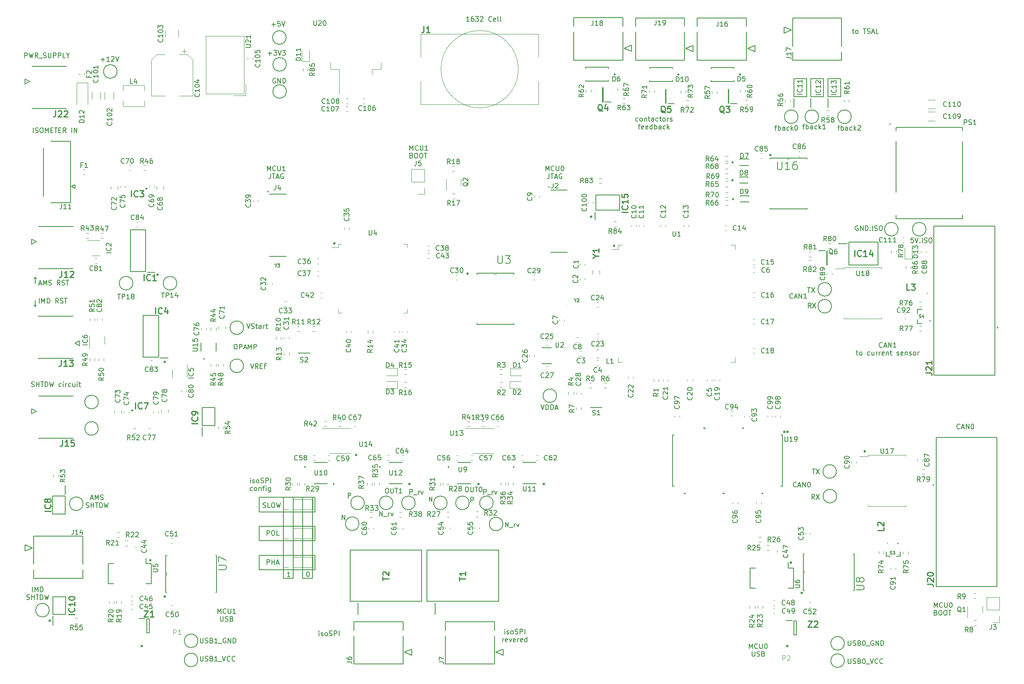
<source format=gbr>
%TF.GenerationSoftware,KiCad,Pcbnew,7.0.8*%
%TF.CreationDate,2024-01-22T14:24:46+01:00*%
%TF.ProjectId,BMS-Master,424d532d-4d61-4737-9465-722e6b696361,rev?*%
%TF.SameCoordinates,Original*%
%TF.FileFunction,Legend,Top*%
%TF.FilePolarity,Positive*%
%FSLAX46Y46*%
G04 Gerber Fmt 4.6, Leading zero omitted, Abs format (unit mm)*
G04 Created by KiCad (PCBNEW 7.0.8) date 2024-01-22 14:24:46*
%MOMM*%
%LPD*%
G01*
G04 APERTURE LIST*
%ADD10C,0.150000*%
%ADD11C,0.500000*%
%ADD12C,0.254000*%
%ADD13C,0.100000*%
%ADD14C,0.120000*%
%ADD15C,0.200000*%
%ADD16C,0.152400*%
%ADD17C,0.127000*%
%ADD18C,0.250000*%
G04 APERTURE END LIST*
D10*
X269586779Y-217759819D02*
X269586779Y-216759819D01*
X269586779Y-216759819D02*
X269920112Y-217474104D01*
X269920112Y-217474104D02*
X270253445Y-216759819D01*
X270253445Y-216759819D02*
X270253445Y-217759819D01*
X271301064Y-217664580D02*
X271253445Y-217712200D01*
X271253445Y-217712200D02*
X271110588Y-217759819D01*
X271110588Y-217759819D02*
X271015350Y-217759819D01*
X271015350Y-217759819D02*
X270872493Y-217712200D01*
X270872493Y-217712200D02*
X270777255Y-217616961D01*
X270777255Y-217616961D02*
X270729636Y-217521723D01*
X270729636Y-217521723D02*
X270682017Y-217331247D01*
X270682017Y-217331247D02*
X270682017Y-217188390D01*
X270682017Y-217188390D02*
X270729636Y-216997914D01*
X270729636Y-216997914D02*
X270777255Y-216902676D01*
X270777255Y-216902676D02*
X270872493Y-216807438D01*
X270872493Y-216807438D02*
X271015350Y-216759819D01*
X271015350Y-216759819D02*
X271110588Y-216759819D01*
X271110588Y-216759819D02*
X271253445Y-216807438D01*
X271253445Y-216807438D02*
X271301064Y-216855057D01*
X271729636Y-216759819D02*
X271729636Y-217569342D01*
X271729636Y-217569342D02*
X271777255Y-217664580D01*
X271777255Y-217664580D02*
X271824874Y-217712200D01*
X271824874Y-217712200D02*
X271920112Y-217759819D01*
X271920112Y-217759819D02*
X272110588Y-217759819D01*
X272110588Y-217759819D02*
X272205826Y-217712200D01*
X272205826Y-217712200D02*
X272253445Y-217664580D01*
X272253445Y-217664580D02*
X272301064Y-217569342D01*
X272301064Y-217569342D02*
X272301064Y-216759819D01*
X272967731Y-216759819D02*
X273062969Y-216759819D01*
X273062969Y-216759819D02*
X273158207Y-216807438D01*
X273158207Y-216807438D02*
X273205826Y-216855057D01*
X273205826Y-216855057D02*
X273253445Y-216950295D01*
X273253445Y-216950295D02*
X273301064Y-217140771D01*
X273301064Y-217140771D02*
X273301064Y-217378866D01*
X273301064Y-217378866D02*
X273253445Y-217569342D01*
X273253445Y-217569342D02*
X273205826Y-217664580D01*
X273205826Y-217664580D02*
X273158207Y-217712200D01*
X273158207Y-217712200D02*
X273062969Y-217759819D01*
X273062969Y-217759819D02*
X272967731Y-217759819D01*
X272967731Y-217759819D02*
X272872493Y-217712200D01*
X272872493Y-217712200D02*
X272824874Y-217664580D01*
X272824874Y-217664580D02*
X272777255Y-217569342D01*
X272777255Y-217569342D02*
X272729636Y-217378866D01*
X272729636Y-217378866D02*
X272729636Y-217140771D01*
X272729636Y-217140771D02*
X272777255Y-216950295D01*
X272777255Y-216950295D02*
X272824874Y-216855057D01*
X272824874Y-216855057D02*
X272872493Y-216807438D01*
X272872493Y-216807438D02*
X272967731Y-216759819D01*
X269920112Y-218846009D02*
X270062969Y-218893628D01*
X270062969Y-218893628D02*
X270110588Y-218941247D01*
X270110588Y-218941247D02*
X270158207Y-219036485D01*
X270158207Y-219036485D02*
X270158207Y-219179342D01*
X270158207Y-219179342D02*
X270110588Y-219274580D01*
X270110588Y-219274580D02*
X270062969Y-219322200D01*
X270062969Y-219322200D02*
X269967731Y-219369819D01*
X269967731Y-219369819D02*
X269586779Y-219369819D01*
X269586779Y-219369819D02*
X269586779Y-218369819D01*
X269586779Y-218369819D02*
X269920112Y-218369819D01*
X269920112Y-218369819D02*
X270015350Y-218417438D01*
X270015350Y-218417438D02*
X270062969Y-218465057D01*
X270062969Y-218465057D02*
X270110588Y-218560295D01*
X270110588Y-218560295D02*
X270110588Y-218655533D01*
X270110588Y-218655533D02*
X270062969Y-218750771D01*
X270062969Y-218750771D02*
X270015350Y-218798390D01*
X270015350Y-218798390D02*
X269920112Y-218846009D01*
X269920112Y-218846009D02*
X269586779Y-218846009D01*
X270777255Y-218369819D02*
X270967731Y-218369819D01*
X270967731Y-218369819D02*
X271062969Y-218417438D01*
X271062969Y-218417438D02*
X271158207Y-218512676D01*
X271158207Y-218512676D02*
X271205826Y-218703152D01*
X271205826Y-218703152D02*
X271205826Y-219036485D01*
X271205826Y-219036485D02*
X271158207Y-219226961D01*
X271158207Y-219226961D02*
X271062969Y-219322200D01*
X271062969Y-219322200D02*
X270967731Y-219369819D01*
X270967731Y-219369819D02*
X270777255Y-219369819D01*
X270777255Y-219369819D02*
X270682017Y-219322200D01*
X270682017Y-219322200D02*
X270586779Y-219226961D01*
X270586779Y-219226961D02*
X270539160Y-219036485D01*
X270539160Y-219036485D02*
X270539160Y-218703152D01*
X270539160Y-218703152D02*
X270586779Y-218512676D01*
X270586779Y-218512676D02*
X270682017Y-218417438D01*
X270682017Y-218417438D02*
X270777255Y-218369819D01*
X271824874Y-218369819D02*
X272015350Y-218369819D01*
X272015350Y-218369819D02*
X272110588Y-218417438D01*
X272110588Y-218417438D02*
X272205826Y-218512676D01*
X272205826Y-218512676D02*
X272253445Y-218703152D01*
X272253445Y-218703152D02*
X272253445Y-219036485D01*
X272253445Y-219036485D02*
X272205826Y-219226961D01*
X272205826Y-219226961D02*
X272110588Y-219322200D01*
X272110588Y-219322200D02*
X272015350Y-219369819D01*
X272015350Y-219369819D02*
X271824874Y-219369819D01*
X271824874Y-219369819D02*
X271729636Y-219322200D01*
X271729636Y-219322200D02*
X271634398Y-219226961D01*
X271634398Y-219226961D02*
X271586779Y-219036485D01*
X271586779Y-219036485D02*
X271586779Y-218703152D01*
X271586779Y-218703152D02*
X271634398Y-218512676D01*
X271634398Y-218512676D02*
X271729636Y-218417438D01*
X271729636Y-218417438D02*
X271824874Y-218369819D01*
X272539160Y-218369819D02*
X273110588Y-218369819D01*
X272824874Y-219369819D02*
X272824874Y-218369819D01*
X161336779Y-123259819D02*
X161336779Y-122259819D01*
X161336779Y-122259819D02*
X161670112Y-122974104D01*
X161670112Y-122974104D02*
X162003445Y-122259819D01*
X162003445Y-122259819D02*
X162003445Y-123259819D01*
X163051064Y-123164580D02*
X163003445Y-123212200D01*
X163003445Y-123212200D02*
X162860588Y-123259819D01*
X162860588Y-123259819D02*
X162765350Y-123259819D01*
X162765350Y-123259819D02*
X162622493Y-123212200D01*
X162622493Y-123212200D02*
X162527255Y-123116961D01*
X162527255Y-123116961D02*
X162479636Y-123021723D01*
X162479636Y-123021723D02*
X162432017Y-122831247D01*
X162432017Y-122831247D02*
X162432017Y-122688390D01*
X162432017Y-122688390D02*
X162479636Y-122497914D01*
X162479636Y-122497914D02*
X162527255Y-122402676D01*
X162527255Y-122402676D02*
X162622493Y-122307438D01*
X162622493Y-122307438D02*
X162765350Y-122259819D01*
X162765350Y-122259819D02*
X162860588Y-122259819D01*
X162860588Y-122259819D02*
X163003445Y-122307438D01*
X163003445Y-122307438D02*
X163051064Y-122355057D01*
X163479636Y-122259819D02*
X163479636Y-123069342D01*
X163479636Y-123069342D02*
X163527255Y-123164580D01*
X163527255Y-123164580D02*
X163574874Y-123212200D01*
X163574874Y-123212200D02*
X163670112Y-123259819D01*
X163670112Y-123259819D02*
X163860588Y-123259819D01*
X163860588Y-123259819D02*
X163955826Y-123212200D01*
X163955826Y-123212200D02*
X164003445Y-123164580D01*
X164003445Y-123164580D02*
X164051064Y-123069342D01*
X164051064Y-123069342D02*
X164051064Y-122259819D01*
X165051064Y-123259819D02*
X164479636Y-123259819D01*
X164765350Y-123259819D02*
X164765350Y-122259819D01*
X164765350Y-122259819D02*
X164670112Y-122402676D01*
X164670112Y-122402676D02*
X164574874Y-122497914D01*
X164574874Y-122497914D02*
X164479636Y-122545533D01*
X161670112Y-124346009D02*
X161812969Y-124393628D01*
X161812969Y-124393628D02*
X161860588Y-124441247D01*
X161860588Y-124441247D02*
X161908207Y-124536485D01*
X161908207Y-124536485D02*
X161908207Y-124679342D01*
X161908207Y-124679342D02*
X161860588Y-124774580D01*
X161860588Y-124774580D02*
X161812969Y-124822200D01*
X161812969Y-124822200D02*
X161717731Y-124869819D01*
X161717731Y-124869819D02*
X161336779Y-124869819D01*
X161336779Y-124869819D02*
X161336779Y-123869819D01*
X161336779Y-123869819D02*
X161670112Y-123869819D01*
X161670112Y-123869819D02*
X161765350Y-123917438D01*
X161765350Y-123917438D02*
X161812969Y-123965057D01*
X161812969Y-123965057D02*
X161860588Y-124060295D01*
X161860588Y-124060295D02*
X161860588Y-124155533D01*
X161860588Y-124155533D02*
X161812969Y-124250771D01*
X161812969Y-124250771D02*
X161765350Y-124298390D01*
X161765350Y-124298390D02*
X161670112Y-124346009D01*
X161670112Y-124346009D02*
X161336779Y-124346009D01*
X162527255Y-123869819D02*
X162717731Y-123869819D01*
X162717731Y-123869819D02*
X162812969Y-123917438D01*
X162812969Y-123917438D02*
X162908207Y-124012676D01*
X162908207Y-124012676D02*
X162955826Y-124203152D01*
X162955826Y-124203152D02*
X162955826Y-124536485D01*
X162955826Y-124536485D02*
X162908207Y-124726961D01*
X162908207Y-124726961D02*
X162812969Y-124822200D01*
X162812969Y-124822200D02*
X162717731Y-124869819D01*
X162717731Y-124869819D02*
X162527255Y-124869819D01*
X162527255Y-124869819D02*
X162432017Y-124822200D01*
X162432017Y-124822200D02*
X162336779Y-124726961D01*
X162336779Y-124726961D02*
X162289160Y-124536485D01*
X162289160Y-124536485D02*
X162289160Y-124203152D01*
X162289160Y-124203152D02*
X162336779Y-124012676D01*
X162336779Y-124012676D02*
X162432017Y-123917438D01*
X162432017Y-123917438D02*
X162527255Y-123869819D01*
X163574874Y-123869819D02*
X163765350Y-123869819D01*
X163765350Y-123869819D02*
X163860588Y-123917438D01*
X163860588Y-123917438D02*
X163955826Y-124012676D01*
X163955826Y-124012676D02*
X164003445Y-124203152D01*
X164003445Y-124203152D02*
X164003445Y-124536485D01*
X164003445Y-124536485D02*
X163955826Y-124726961D01*
X163955826Y-124726961D02*
X163860588Y-124822200D01*
X163860588Y-124822200D02*
X163765350Y-124869819D01*
X163765350Y-124869819D02*
X163574874Y-124869819D01*
X163574874Y-124869819D02*
X163479636Y-124822200D01*
X163479636Y-124822200D02*
X163384398Y-124726961D01*
X163384398Y-124726961D02*
X163336779Y-124536485D01*
X163336779Y-124536485D02*
X163336779Y-124203152D01*
X163336779Y-124203152D02*
X163384398Y-124012676D01*
X163384398Y-124012676D02*
X163479636Y-123917438D01*
X163479636Y-123917438D02*
X163574874Y-123869819D01*
X164289160Y-123869819D02*
X164860588Y-123869819D01*
X164574874Y-124869819D02*
X164574874Y-123869819D01*
X173610588Y-96619819D02*
X173039160Y-96619819D01*
X173324874Y-96619819D02*
X173324874Y-95619819D01*
X173324874Y-95619819D02*
X173229636Y-95762676D01*
X173229636Y-95762676D02*
X173134398Y-95857914D01*
X173134398Y-95857914D02*
X173039160Y-95905533D01*
X174467731Y-95619819D02*
X174277255Y-95619819D01*
X174277255Y-95619819D02*
X174182017Y-95667438D01*
X174182017Y-95667438D02*
X174134398Y-95715057D01*
X174134398Y-95715057D02*
X174039160Y-95857914D01*
X174039160Y-95857914D02*
X173991541Y-96048390D01*
X173991541Y-96048390D02*
X173991541Y-96429342D01*
X173991541Y-96429342D02*
X174039160Y-96524580D01*
X174039160Y-96524580D02*
X174086779Y-96572200D01*
X174086779Y-96572200D02*
X174182017Y-96619819D01*
X174182017Y-96619819D02*
X174372493Y-96619819D01*
X174372493Y-96619819D02*
X174467731Y-96572200D01*
X174467731Y-96572200D02*
X174515350Y-96524580D01*
X174515350Y-96524580D02*
X174562969Y-96429342D01*
X174562969Y-96429342D02*
X174562969Y-96191247D01*
X174562969Y-96191247D02*
X174515350Y-96096009D01*
X174515350Y-96096009D02*
X174467731Y-96048390D01*
X174467731Y-96048390D02*
X174372493Y-96000771D01*
X174372493Y-96000771D02*
X174182017Y-96000771D01*
X174182017Y-96000771D02*
X174086779Y-96048390D01*
X174086779Y-96048390D02*
X174039160Y-96096009D01*
X174039160Y-96096009D02*
X173991541Y-96191247D01*
X174896303Y-95619819D02*
X175515350Y-95619819D01*
X175515350Y-95619819D02*
X175182017Y-96000771D01*
X175182017Y-96000771D02*
X175324874Y-96000771D01*
X175324874Y-96000771D02*
X175420112Y-96048390D01*
X175420112Y-96048390D02*
X175467731Y-96096009D01*
X175467731Y-96096009D02*
X175515350Y-96191247D01*
X175515350Y-96191247D02*
X175515350Y-96429342D01*
X175515350Y-96429342D02*
X175467731Y-96524580D01*
X175467731Y-96524580D02*
X175420112Y-96572200D01*
X175420112Y-96572200D02*
X175324874Y-96619819D01*
X175324874Y-96619819D02*
X175039160Y-96619819D01*
X175039160Y-96619819D02*
X174943922Y-96572200D01*
X174943922Y-96572200D02*
X174896303Y-96524580D01*
X175896303Y-95715057D02*
X175943922Y-95667438D01*
X175943922Y-95667438D02*
X176039160Y-95619819D01*
X176039160Y-95619819D02*
X176277255Y-95619819D01*
X176277255Y-95619819D02*
X176372493Y-95667438D01*
X176372493Y-95667438D02*
X176420112Y-95715057D01*
X176420112Y-95715057D02*
X176467731Y-95810295D01*
X176467731Y-95810295D02*
X176467731Y-95905533D01*
X176467731Y-95905533D02*
X176420112Y-96048390D01*
X176420112Y-96048390D02*
X175848684Y-96619819D01*
X175848684Y-96619819D02*
X176467731Y-96619819D01*
X178229636Y-96524580D02*
X178182017Y-96572200D01*
X178182017Y-96572200D02*
X178039160Y-96619819D01*
X178039160Y-96619819D02*
X177943922Y-96619819D01*
X177943922Y-96619819D02*
X177801065Y-96572200D01*
X177801065Y-96572200D02*
X177705827Y-96476961D01*
X177705827Y-96476961D02*
X177658208Y-96381723D01*
X177658208Y-96381723D02*
X177610589Y-96191247D01*
X177610589Y-96191247D02*
X177610589Y-96048390D01*
X177610589Y-96048390D02*
X177658208Y-95857914D01*
X177658208Y-95857914D02*
X177705827Y-95762676D01*
X177705827Y-95762676D02*
X177801065Y-95667438D01*
X177801065Y-95667438D02*
X177943922Y-95619819D01*
X177943922Y-95619819D02*
X178039160Y-95619819D01*
X178039160Y-95619819D02*
X178182017Y-95667438D01*
X178182017Y-95667438D02*
X178229636Y-95715057D01*
X179039160Y-96572200D02*
X178943922Y-96619819D01*
X178943922Y-96619819D02*
X178753446Y-96619819D01*
X178753446Y-96619819D02*
X178658208Y-96572200D01*
X178658208Y-96572200D02*
X178610589Y-96476961D01*
X178610589Y-96476961D02*
X178610589Y-96096009D01*
X178610589Y-96096009D02*
X178658208Y-96000771D01*
X178658208Y-96000771D02*
X178753446Y-95953152D01*
X178753446Y-95953152D02*
X178943922Y-95953152D01*
X178943922Y-95953152D02*
X179039160Y-96000771D01*
X179039160Y-96000771D02*
X179086779Y-96096009D01*
X179086779Y-96096009D02*
X179086779Y-96191247D01*
X179086779Y-96191247D02*
X178610589Y-96286485D01*
X179658208Y-96619819D02*
X179562970Y-96572200D01*
X179562970Y-96572200D02*
X179515351Y-96476961D01*
X179515351Y-96476961D02*
X179515351Y-95619819D01*
X180182018Y-96619819D02*
X180086780Y-96572200D01*
X180086780Y-96572200D02*
X180039161Y-96476961D01*
X180039161Y-96476961D02*
X180039161Y-95619819D01*
X208464284Y-117212200D02*
X208369046Y-117259819D01*
X208369046Y-117259819D02*
X208178570Y-117259819D01*
X208178570Y-117259819D02*
X208083332Y-117212200D01*
X208083332Y-117212200D02*
X208035713Y-117164580D01*
X208035713Y-117164580D02*
X207988094Y-117069342D01*
X207988094Y-117069342D02*
X207988094Y-116783628D01*
X207988094Y-116783628D02*
X208035713Y-116688390D01*
X208035713Y-116688390D02*
X208083332Y-116640771D01*
X208083332Y-116640771D02*
X208178570Y-116593152D01*
X208178570Y-116593152D02*
X208369046Y-116593152D01*
X208369046Y-116593152D02*
X208464284Y-116640771D01*
X209035713Y-117259819D02*
X208940475Y-117212200D01*
X208940475Y-117212200D02*
X208892856Y-117164580D01*
X208892856Y-117164580D02*
X208845237Y-117069342D01*
X208845237Y-117069342D02*
X208845237Y-116783628D01*
X208845237Y-116783628D02*
X208892856Y-116688390D01*
X208892856Y-116688390D02*
X208940475Y-116640771D01*
X208940475Y-116640771D02*
X209035713Y-116593152D01*
X209035713Y-116593152D02*
X209178570Y-116593152D01*
X209178570Y-116593152D02*
X209273808Y-116640771D01*
X209273808Y-116640771D02*
X209321427Y-116688390D01*
X209321427Y-116688390D02*
X209369046Y-116783628D01*
X209369046Y-116783628D02*
X209369046Y-117069342D01*
X209369046Y-117069342D02*
X209321427Y-117164580D01*
X209321427Y-117164580D02*
X209273808Y-117212200D01*
X209273808Y-117212200D02*
X209178570Y-117259819D01*
X209178570Y-117259819D02*
X209035713Y-117259819D01*
X209797618Y-116593152D02*
X209797618Y-117259819D01*
X209797618Y-116688390D02*
X209845237Y-116640771D01*
X209845237Y-116640771D02*
X209940475Y-116593152D01*
X209940475Y-116593152D02*
X210083332Y-116593152D01*
X210083332Y-116593152D02*
X210178570Y-116640771D01*
X210178570Y-116640771D02*
X210226189Y-116736009D01*
X210226189Y-116736009D02*
X210226189Y-117259819D01*
X210559523Y-116593152D02*
X210940475Y-116593152D01*
X210702380Y-116259819D02*
X210702380Y-117116961D01*
X210702380Y-117116961D02*
X210749999Y-117212200D01*
X210749999Y-117212200D02*
X210845237Y-117259819D01*
X210845237Y-117259819D02*
X210940475Y-117259819D01*
X211702380Y-117259819D02*
X211702380Y-116736009D01*
X211702380Y-116736009D02*
X211654761Y-116640771D01*
X211654761Y-116640771D02*
X211559523Y-116593152D01*
X211559523Y-116593152D02*
X211369047Y-116593152D01*
X211369047Y-116593152D02*
X211273809Y-116640771D01*
X211702380Y-117212200D02*
X211607142Y-117259819D01*
X211607142Y-117259819D02*
X211369047Y-117259819D01*
X211369047Y-117259819D02*
X211273809Y-117212200D01*
X211273809Y-117212200D02*
X211226190Y-117116961D01*
X211226190Y-117116961D02*
X211226190Y-117021723D01*
X211226190Y-117021723D02*
X211273809Y-116926485D01*
X211273809Y-116926485D02*
X211369047Y-116878866D01*
X211369047Y-116878866D02*
X211607142Y-116878866D01*
X211607142Y-116878866D02*
X211702380Y-116831247D01*
X212607142Y-117212200D02*
X212511904Y-117259819D01*
X212511904Y-117259819D02*
X212321428Y-117259819D01*
X212321428Y-117259819D02*
X212226190Y-117212200D01*
X212226190Y-117212200D02*
X212178571Y-117164580D01*
X212178571Y-117164580D02*
X212130952Y-117069342D01*
X212130952Y-117069342D02*
X212130952Y-116783628D01*
X212130952Y-116783628D02*
X212178571Y-116688390D01*
X212178571Y-116688390D02*
X212226190Y-116640771D01*
X212226190Y-116640771D02*
X212321428Y-116593152D01*
X212321428Y-116593152D02*
X212511904Y-116593152D01*
X212511904Y-116593152D02*
X212607142Y-116640771D01*
X212892857Y-116593152D02*
X213273809Y-116593152D01*
X213035714Y-116259819D02*
X213035714Y-117116961D01*
X213035714Y-117116961D02*
X213083333Y-117212200D01*
X213083333Y-117212200D02*
X213178571Y-117259819D01*
X213178571Y-117259819D02*
X213273809Y-117259819D01*
X213750000Y-117259819D02*
X213654762Y-117212200D01*
X213654762Y-117212200D02*
X213607143Y-117164580D01*
X213607143Y-117164580D02*
X213559524Y-117069342D01*
X213559524Y-117069342D02*
X213559524Y-116783628D01*
X213559524Y-116783628D02*
X213607143Y-116688390D01*
X213607143Y-116688390D02*
X213654762Y-116640771D01*
X213654762Y-116640771D02*
X213750000Y-116593152D01*
X213750000Y-116593152D02*
X213892857Y-116593152D01*
X213892857Y-116593152D02*
X213988095Y-116640771D01*
X213988095Y-116640771D02*
X214035714Y-116688390D01*
X214035714Y-116688390D02*
X214083333Y-116783628D01*
X214083333Y-116783628D02*
X214083333Y-117069342D01*
X214083333Y-117069342D02*
X214035714Y-117164580D01*
X214035714Y-117164580D02*
X213988095Y-117212200D01*
X213988095Y-117212200D02*
X213892857Y-117259819D01*
X213892857Y-117259819D02*
X213750000Y-117259819D01*
X214511905Y-117259819D02*
X214511905Y-116593152D01*
X214511905Y-116783628D02*
X214559524Y-116688390D01*
X214559524Y-116688390D02*
X214607143Y-116640771D01*
X214607143Y-116640771D02*
X214702381Y-116593152D01*
X214702381Y-116593152D02*
X214797619Y-116593152D01*
X215083334Y-117212200D02*
X215178572Y-117259819D01*
X215178572Y-117259819D02*
X215369048Y-117259819D01*
X215369048Y-117259819D02*
X215464286Y-117212200D01*
X215464286Y-117212200D02*
X215511905Y-117116961D01*
X215511905Y-117116961D02*
X215511905Y-117069342D01*
X215511905Y-117069342D02*
X215464286Y-116974104D01*
X215464286Y-116974104D02*
X215369048Y-116926485D01*
X215369048Y-116926485D02*
X215226191Y-116926485D01*
X215226191Y-116926485D02*
X215130953Y-116878866D01*
X215130953Y-116878866D02*
X215083334Y-116783628D01*
X215083334Y-116783628D02*
X215083334Y-116736009D01*
X215083334Y-116736009D02*
X215130953Y-116640771D01*
X215130953Y-116640771D02*
X215226191Y-116593152D01*
X215226191Y-116593152D02*
X215369048Y-116593152D01*
X215369048Y-116593152D02*
X215464286Y-116640771D01*
X208511904Y-118203152D02*
X208892856Y-118203152D01*
X208654761Y-118869819D02*
X208654761Y-118012676D01*
X208654761Y-118012676D02*
X208702380Y-117917438D01*
X208702380Y-117917438D02*
X208797618Y-117869819D01*
X208797618Y-117869819D02*
X208892856Y-117869819D01*
X209607142Y-118822200D02*
X209511904Y-118869819D01*
X209511904Y-118869819D02*
X209321428Y-118869819D01*
X209321428Y-118869819D02*
X209226190Y-118822200D01*
X209226190Y-118822200D02*
X209178571Y-118726961D01*
X209178571Y-118726961D02*
X209178571Y-118346009D01*
X209178571Y-118346009D02*
X209226190Y-118250771D01*
X209226190Y-118250771D02*
X209321428Y-118203152D01*
X209321428Y-118203152D02*
X209511904Y-118203152D01*
X209511904Y-118203152D02*
X209607142Y-118250771D01*
X209607142Y-118250771D02*
X209654761Y-118346009D01*
X209654761Y-118346009D02*
X209654761Y-118441247D01*
X209654761Y-118441247D02*
X209178571Y-118536485D01*
X210464285Y-118822200D02*
X210369047Y-118869819D01*
X210369047Y-118869819D02*
X210178571Y-118869819D01*
X210178571Y-118869819D02*
X210083333Y-118822200D01*
X210083333Y-118822200D02*
X210035714Y-118726961D01*
X210035714Y-118726961D02*
X210035714Y-118346009D01*
X210035714Y-118346009D02*
X210083333Y-118250771D01*
X210083333Y-118250771D02*
X210178571Y-118203152D01*
X210178571Y-118203152D02*
X210369047Y-118203152D01*
X210369047Y-118203152D02*
X210464285Y-118250771D01*
X210464285Y-118250771D02*
X210511904Y-118346009D01*
X210511904Y-118346009D02*
X210511904Y-118441247D01*
X210511904Y-118441247D02*
X210035714Y-118536485D01*
X211369047Y-118869819D02*
X211369047Y-117869819D01*
X211369047Y-118822200D02*
X211273809Y-118869819D01*
X211273809Y-118869819D02*
X211083333Y-118869819D01*
X211083333Y-118869819D02*
X210988095Y-118822200D01*
X210988095Y-118822200D02*
X210940476Y-118774580D01*
X210940476Y-118774580D02*
X210892857Y-118679342D01*
X210892857Y-118679342D02*
X210892857Y-118393628D01*
X210892857Y-118393628D02*
X210940476Y-118298390D01*
X210940476Y-118298390D02*
X210988095Y-118250771D01*
X210988095Y-118250771D02*
X211083333Y-118203152D01*
X211083333Y-118203152D02*
X211273809Y-118203152D01*
X211273809Y-118203152D02*
X211369047Y-118250771D01*
X211845238Y-118869819D02*
X211845238Y-117869819D01*
X211845238Y-118250771D02*
X211940476Y-118203152D01*
X211940476Y-118203152D02*
X212130952Y-118203152D01*
X212130952Y-118203152D02*
X212226190Y-118250771D01*
X212226190Y-118250771D02*
X212273809Y-118298390D01*
X212273809Y-118298390D02*
X212321428Y-118393628D01*
X212321428Y-118393628D02*
X212321428Y-118679342D01*
X212321428Y-118679342D02*
X212273809Y-118774580D01*
X212273809Y-118774580D02*
X212226190Y-118822200D01*
X212226190Y-118822200D02*
X212130952Y-118869819D01*
X212130952Y-118869819D02*
X211940476Y-118869819D01*
X211940476Y-118869819D02*
X211845238Y-118822200D01*
X213178571Y-118869819D02*
X213178571Y-118346009D01*
X213178571Y-118346009D02*
X213130952Y-118250771D01*
X213130952Y-118250771D02*
X213035714Y-118203152D01*
X213035714Y-118203152D02*
X212845238Y-118203152D01*
X212845238Y-118203152D02*
X212750000Y-118250771D01*
X213178571Y-118822200D02*
X213083333Y-118869819D01*
X213083333Y-118869819D02*
X212845238Y-118869819D01*
X212845238Y-118869819D02*
X212750000Y-118822200D01*
X212750000Y-118822200D02*
X212702381Y-118726961D01*
X212702381Y-118726961D02*
X212702381Y-118631723D01*
X212702381Y-118631723D02*
X212750000Y-118536485D01*
X212750000Y-118536485D02*
X212845238Y-118488866D01*
X212845238Y-118488866D02*
X213083333Y-118488866D01*
X213083333Y-118488866D02*
X213178571Y-118441247D01*
X214083333Y-118822200D02*
X213988095Y-118869819D01*
X213988095Y-118869819D02*
X213797619Y-118869819D01*
X213797619Y-118869819D02*
X213702381Y-118822200D01*
X213702381Y-118822200D02*
X213654762Y-118774580D01*
X213654762Y-118774580D02*
X213607143Y-118679342D01*
X213607143Y-118679342D02*
X213607143Y-118393628D01*
X213607143Y-118393628D02*
X213654762Y-118298390D01*
X213654762Y-118298390D02*
X213702381Y-118250771D01*
X213702381Y-118250771D02*
X213797619Y-118203152D01*
X213797619Y-118203152D02*
X213988095Y-118203152D01*
X213988095Y-118203152D02*
X214083333Y-118250771D01*
X214511905Y-118869819D02*
X214511905Y-117869819D01*
X214607143Y-118488866D02*
X214892857Y-118869819D01*
X214892857Y-118203152D02*
X214511905Y-118584104D01*
X252693922Y-98453152D02*
X253074874Y-98453152D01*
X252836779Y-98119819D02*
X252836779Y-98976961D01*
X252836779Y-98976961D02*
X252884398Y-99072200D01*
X252884398Y-99072200D02*
X252979636Y-99119819D01*
X252979636Y-99119819D02*
X253074874Y-99119819D01*
X253551065Y-99119819D02*
X253455827Y-99072200D01*
X253455827Y-99072200D02*
X253408208Y-99024580D01*
X253408208Y-99024580D02*
X253360589Y-98929342D01*
X253360589Y-98929342D02*
X253360589Y-98643628D01*
X253360589Y-98643628D02*
X253408208Y-98548390D01*
X253408208Y-98548390D02*
X253455827Y-98500771D01*
X253455827Y-98500771D02*
X253551065Y-98453152D01*
X253551065Y-98453152D02*
X253693922Y-98453152D01*
X253693922Y-98453152D02*
X253789160Y-98500771D01*
X253789160Y-98500771D02*
X253836779Y-98548390D01*
X253836779Y-98548390D02*
X253884398Y-98643628D01*
X253884398Y-98643628D02*
X253884398Y-98929342D01*
X253884398Y-98929342D02*
X253836779Y-99024580D01*
X253836779Y-99024580D02*
X253789160Y-99072200D01*
X253789160Y-99072200D02*
X253693922Y-99119819D01*
X253693922Y-99119819D02*
X253551065Y-99119819D01*
X254932018Y-98119819D02*
X255503446Y-98119819D01*
X255217732Y-99119819D02*
X255217732Y-98119819D01*
X255789161Y-99072200D02*
X255932018Y-99119819D01*
X255932018Y-99119819D02*
X256170113Y-99119819D01*
X256170113Y-99119819D02*
X256265351Y-99072200D01*
X256265351Y-99072200D02*
X256312970Y-99024580D01*
X256312970Y-99024580D02*
X256360589Y-98929342D01*
X256360589Y-98929342D02*
X256360589Y-98834104D01*
X256360589Y-98834104D02*
X256312970Y-98738866D01*
X256312970Y-98738866D02*
X256265351Y-98691247D01*
X256265351Y-98691247D02*
X256170113Y-98643628D01*
X256170113Y-98643628D02*
X255979637Y-98596009D01*
X255979637Y-98596009D02*
X255884399Y-98548390D01*
X255884399Y-98548390D02*
X255836780Y-98500771D01*
X255836780Y-98500771D02*
X255789161Y-98405533D01*
X255789161Y-98405533D02*
X255789161Y-98310295D01*
X255789161Y-98310295D02*
X255836780Y-98215057D01*
X255836780Y-98215057D02*
X255884399Y-98167438D01*
X255884399Y-98167438D02*
X255979637Y-98119819D01*
X255979637Y-98119819D02*
X256217732Y-98119819D01*
X256217732Y-98119819D02*
X256360589Y-98167438D01*
X256741542Y-98834104D02*
X257217732Y-98834104D01*
X256646304Y-99119819D02*
X256979637Y-98119819D01*
X256979637Y-98119819D02*
X257312970Y-99119819D01*
X258122494Y-99119819D02*
X257646304Y-99119819D01*
X257646304Y-99119819D02*
X257646304Y-98119819D01*
D11*
X145750001Y-142500000D02*
G75*
G03*
X145750001Y-142500000I-1J0D01*
G01*
D10*
X130250000Y-207000000D02*
X141750000Y-207000000D01*
X141750000Y-210000000D01*
X130250000Y-210000000D01*
X130250000Y-207000000D01*
D11*
X110750001Y-167000000D02*
G75*
G03*
X110750001Y-167000000I-1J0D01*
G01*
D10*
X84000000Y-155500000D02*
X84250000Y-155250000D01*
D11*
X255250001Y-185500000D02*
G75*
G03*
X255250001Y-185500000I-1J0D01*
G01*
D10*
X83750000Y-155250000D02*
X84000000Y-155500000D01*
X84000000Y-154250000D02*
X84000000Y-155500000D01*
D11*
X242250001Y-214750000D02*
G75*
G03*
X242250001Y-214750000I-1J0D01*
G01*
X145500001Y-192250000D02*
G75*
G03*
X145500001Y-192250000I-1J0D01*
G01*
X189000001Y-192250000D02*
G75*
G03*
X189000001Y-192250000I-1J0D01*
G01*
X161250001Y-192250000D02*
G75*
G03*
X161250001Y-192250000I-1J0D01*
G01*
X110750001Y-215500000D02*
G75*
G03*
X110750001Y-215500000I-1J0D01*
G01*
X107750001Y-208000000D02*
G75*
G03*
X107750001Y-208000000I-1J0D01*
G01*
D10*
X84000000Y-155500000D02*
X83750000Y-155250000D01*
D11*
X203500001Y-143000000D02*
G75*
G03*
X203500001Y-143000000I-1J0D01*
G01*
X87000001Y-220500000D02*
G75*
G03*
X87000001Y-220500000I-1J0D01*
G01*
D10*
X130250000Y-195000000D02*
X141750000Y-195000000D01*
X141750000Y-198000000D01*
X130250000Y-198000000D01*
X130250000Y-195000000D01*
D11*
X150250001Y-186250000D02*
G75*
G03*
X150250001Y-186250000I-1J0D01*
G01*
D10*
X84250000Y-149750000D02*
X84000000Y-149500000D01*
D11*
X198750001Y-137000000D02*
G75*
G03*
X198750001Y-137000000I-1J0D01*
G01*
X239250001Y-225750000D02*
G75*
G03*
X239250001Y-225750000I-1J0D01*
G01*
X235750001Y-124250000D02*
G75*
G03*
X235750001Y-124250000I-1J0D01*
G01*
X106000002Y-225750000D02*
G75*
G03*
X106000002Y-225750000I-1J0D01*
G01*
D10*
X135250000Y-195000000D02*
X137250000Y-195000000D01*
X137250000Y-211750000D01*
X135250000Y-211750000D01*
X135250000Y-195000000D01*
D11*
X175500001Y-192250000D02*
G75*
G03*
X175500001Y-192250000I-1J0D01*
G01*
D10*
X139250000Y-195000000D02*
X141250000Y-195000000D01*
X141250000Y-211750000D01*
X139250000Y-211750000D01*
X139250000Y-195000000D01*
D11*
X173250001Y-148750000D02*
G75*
G03*
X173250001Y-148750000I-1J0D01*
G01*
D10*
X84000000Y-150750000D02*
X84000000Y-149500000D01*
X130250000Y-201000000D02*
X141750000Y-201000000D01*
X141750000Y-204000000D01*
X130250000Y-204000000D01*
X130250000Y-201000000D01*
D11*
X240000001Y-208500000D02*
G75*
G03*
X240000001Y-208500000I-1J0D01*
G01*
D10*
X84000000Y-149500000D02*
X83750000Y-149750000D01*
D11*
X109250001Y-149000000D02*
G75*
G03*
X109250001Y-149000000I-1J0D01*
G01*
D10*
X132836779Y-97238866D02*
X133598684Y-97238866D01*
X133217731Y-97619819D02*
X133217731Y-96857914D01*
X134551064Y-96619819D02*
X134074874Y-96619819D01*
X134074874Y-96619819D02*
X134027255Y-97096009D01*
X134027255Y-97096009D02*
X134074874Y-97048390D01*
X134074874Y-97048390D02*
X134170112Y-97000771D01*
X134170112Y-97000771D02*
X134408207Y-97000771D01*
X134408207Y-97000771D02*
X134503445Y-97048390D01*
X134503445Y-97048390D02*
X134551064Y-97096009D01*
X134551064Y-97096009D02*
X134598683Y-97191247D01*
X134598683Y-97191247D02*
X134598683Y-97429342D01*
X134598683Y-97429342D02*
X134551064Y-97524580D01*
X134551064Y-97524580D02*
X134503445Y-97572200D01*
X134503445Y-97572200D02*
X134408207Y-97619819D01*
X134408207Y-97619819D02*
X134170112Y-97619819D01*
X134170112Y-97619819D02*
X134074874Y-97572200D01*
X134074874Y-97572200D02*
X134027255Y-97524580D01*
X134884398Y-96619819D02*
X135217731Y-97619819D01*
X135217731Y-97619819D02*
X135551064Y-96619819D01*
X142586779Y-223619819D02*
X142586779Y-222953152D01*
X142586779Y-222619819D02*
X142539160Y-222667438D01*
X142539160Y-222667438D02*
X142586779Y-222715057D01*
X142586779Y-222715057D02*
X142634398Y-222667438D01*
X142634398Y-222667438D02*
X142586779Y-222619819D01*
X142586779Y-222619819D02*
X142586779Y-222715057D01*
X143015350Y-223572200D02*
X143110588Y-223619819D01*
X143110588Y-223619819D02*
X143301064Y-223619819D01*
X143301064Y-223619819D02*
X143396302Y-223572200D01*
X143396302Y-223572200D02*
X143443921Y-223476961D01*
X143443921Y-223476961D02*
X143443921Y-223429342D01*
X143443921Y-223429342D02*
X143396302Y-223334104D01*
X143396302Y-223334104D02*
X143301064Y-223286485D01*
X143301064Y-223286485D02*
X143158207Y-223286485D01*
X143158207Y-223286485D02*
X143062969Y-223238866D01*
X143062969Y-223238866D02*
X143015350Y-223143628D01*
X143015350Y-223143628D02*
X143015350Y-223096009D01*
X143015350Y-223096009D02*
X143062969Y-223000771D01*
X143062969Y-223000771D02*
X143158207Y-222953152D01*
X143158207Y-222953152D02*
X143301064Y-222953152D01*
X143301064Y-222953152D02*
X143396302Y-223000771D01*
X144015350Y-223619819D02*
X143920112Y-223572200D01*
X143920112Y-223572200D02*
X143872493Y-223524580D01*
X143872493Y-223524580D02*
X143824874Y-223429342D01*
X143824874Y-223429342D02*
X143824874Y-223143628D01*
X143824874Y-223143628D02*
X143872493Y-223048390D01*
X143872493Y-223048390D02*
X143920112Y-223000771D01*
X143920112Y-223000771D02*
X144015350Y-222953152D01*
X144015350Y-222953152D02*
X144158207Y-222953152D01*
X144158207Y-222953152D02*
X144253445Y-223000771D01*
X144253445Y-223000771D02*
X144301064Y-223048390D01*
X144301064Y-223048390D02*
X144348683Y-223143628D01*
X144348683Y-223143628D02*
X144348683Y-223429342D01*
X144348683Y-223429342D02*
X144301064Y-223524580D01*
X144301064Y-223524580D02*
X144253445Y-223572200D01*
X144253445Y-223572200D02*
X144158207Y-223619819D01*
X144158207Y-223619819D02*
X144015350Y-223619819D01*
X144729636Y-223572200D02*
X144872493Y-223619819D01*
X144872493Y-223619819D02*
X145110588Y-223619819D01*
X145110588Y-223619819D02*
X145205826Y-223572200D01*
X145205826Y-223572200D02*
X145253445Y-223524580D01*
X145253445Y-223524580D02*
X145301064Y-223429342D01*
X145301064Y-223429342D02*
X145301064Y-223334104D01*
X145301064Y-223334104D02*
X145253445Y-223238866D01*
X145253445Y-223238866D02*
X145205826Y-223191247D01*
X145205826Y-223191247D02*
X145110588Y-223143628D01*
X145110588Y-223143628D02*
X144920112Y-223096009D01*
X144920112Y-223096009D02*
X144824874Y-223048390D01*
X144824874Y-223048390D02*
X144777255Y-223000771D01*
X144777255Y-223000771D02*
X144729636Y-222905533D01*
X144729636Y-222905533D02*
X144729636Y-222810295D01*
X144729636Y-222810295D02*
X144777255Y-222715057D01*
X144777255Y-222715057D02*
X144824874Y-222667438D01*
X144824874Y-222667438D02*
X144920112Y-222619819D01*
X144920112Y-222619819D02*
X145158207Y-222619819D01*
X145158207Y-222619819D02*
X145301064Y-222667438D01*
X145729636Y-223619819D02*
X145729636Y-222619819D01*
X145729636Y-222619819D02*
X146110588Y-222619819D01*
X146110588Y-222619819D02*
X146205826Y-222667438D01*
X146205826Y-222667438D02*
X146253445Y-222715057D01*
X146253445Y-222715057D02*
X146301064Y-222810295D01*
X146301064Y-222810295D02*
X146301064Y-222953152D01*
X146301064Y-222953152D02*
X146253445Y-223048390D01*
X146253445Y-223048390D02*
X146205826Y-223096009D01*
X146205826Y-223096009D02*
X146110588Y-223143628D01*
X146110588Y-223143628D02*
X145729636Y-223143628D01*
X146729636Y-223619819D02*
X146729636Y-222619819D01*
X241158207Y-192774580D02*
X241110588Y-192822200D01*
X241110588Y-192822200D02*
X240967731Y-192869819D01*
X240967731Y-192869819D02*
X240872493Y-192869819D01*
X240872493Y-192869819D02*
X240729636Y-192822200D01*
X240729636Y-192822200D02*
X240634398Y-192726961D01*
X240634398Y-192726961D02*
X240586779Y-192631723D01*
X240586779Y-192631723D02*
X240539160Y-192441247D01*
X240539160Y-192441247D02*
X240539160Y-192298390D01*
X240539160Y-192298390D02*
X240586779Y-192107914D01*
X240586779Y-192107914D02*
X240634398Y-192012676D01*
X240634398Y-192012676D02*
X240729636Y-191917438D01*
X240729636Y-191917438D02*
X240872493Y-191869819D01*
X240872493Y-191869819D02*
X240967731Y-191869819D01*
X240967731Y-191869819D02*
X241110588Y-191917438D01*
X241110588Y-191917438D02*
X241158207Y-191965057D01*
X241539160Y-192584104D02*
X242015350Y-192584104D01*
X241443922Y-192869819D02*
X241777255Y-191869819D01*
X241777255Y-191869819D02*
X242110588Y-192869819D01*
X242443922Y-192869819D02*
X242443922Y-191869819D01*
X242443922Y-191869819D02*
X243015350Y-192869819D01*
X243015350Y-192869819D02*
X243015350Y-191869819D01*
X243682017Y-191869819D02*
X243777255Y-191869819D01*
X243777255Y-191869819D02*
X243872493Y-191917438D01*
X243872493Y-191917438D02*
X243920112Y-191965057D01*
X243920112Y-191965057D02*
X243967731Y-192060295D01*
X243967731Y-192060295D02*
X244015350Y-192250771D01*
X244015350Y-192250771D02*
X244015350Y-192488866D01*
X244015350Y-192488866D02*
X243967731Y-192679342D01*
X243967731Y-192679342D02*
X243920112Y-192774580D01*
X243920112Y-192774580D02*
X243872493Y-192822200D01*
X243872493Y-192822200D02*
X243777255Y-192869819D01*
X243777255Y-192869819D02*
X243682017Y-192869819D01*
X243682017Y-192869819D02*
X243586779Y-192822200D01*
X243586779Y-192822200D02*
X243539160Y-192774580D01*
X243539160Y-192774580D02*
X243491541Y-192679342D01*
X243491541Y-192679342D02*
X243443922Y-192488866D01*
X243443922Y-192488866D02*
X243443922Y-192250771D01*
X243443922Y-192250771D02*
X243491541Y-192060295D01*
X243491541Y-192060295D02*
X243539160Y-191965057D01*
X243539160Y-191965057D02*
X243586779Y-191917438D01*
X243586779Y-191917438D02*
X243682017Y-191869819D01*
X274908207Y-180774580D02*
X274860588Y-180822200D01*
X274860588Y-180822200D02*
X274717731Y-180869819D01*
X274717731Y-180869819D02*
X274622493Y-180869819D01*
X274622493Y-180869819D02*
X274479636Y-180822200D01*
X274479636Y-180822200D02*
X274384398Y-180726961D01*
X274384398Y-180726961D02*
X274336779Y-180631723D01*
X274336779Y-180631723D02*
X274289160Y-180441247D01*
X274289160Y-180441247D02*
X274289160Y-180298390D01*
X274289160Y-180298390D02*
X274336779Y-180107914D01*
X274336779Y-180107914D02*
X274384398Y-180012676D01*
X274384398Y-180012676D02*
X274479636Y-179917438D01*
X274479636Y-179917438D02*
X274622493Y-179869819D01*
X274622493Y-179869819D02*
X274717731Y-179869819D01*
X274717731Y-179869819D02*
X274860588Y-179917438D01*
X274860588Y-179917438D02*
X274908207Y-179965057D01*
X275289160Y-180584104D02*
X275765350Y-180584104D01*
X275193922Y-180869819D02*
X275527255Y-179869819D01*
X275527255Y-179869819D02*
X275860588Y-180869819D01*
X276193922Y-180869819D02*
X276193922Y-179869819D01*
X276193922Y-179869819D02*
X276765350Y-180869819D01*
X276765350Y-180869819D02*
X276765350Y-179869819D01*
X277432017Y-179869819D02*
X277527255Y-179869819D01*
X277527255Y-179869819D02*
X277622493Y-179917438D01*
X277622493Y-179917438D02*
X277670112Y-179965057D01*
X277670112Y-179965057D02*
X277717731Y-180060295D01*
X277717731Y-180060295D02*
X277765350Y-180250771D01*
X277765350Y-180250771D02*
X277765350Y-180488866D01*
X277765350Y-180488866D02*
X277717731Y-180679342D01*
X277717731Y-180679342D02*
X277670112Y-180774580D01*
X277670112Y-180774580D02*
X277622493Y-180822200D01*
X277622493Y-180822200D02*
X277527255Y-180869819D01*
X277527255Y-180869819D02*
X277432017Y-180869819D01*
X277432017Y-180869819D02*
X277336779Y-180822200D01*
X277336779Y-180822200D02*
X277289160Y-180774580D01*
X277289160Y-180774580D02*
X277241541Y-180679342D01*
X277241541Y-180679342D02*
X277193922Y-180488866D01*
X277193922Y-180488866D02*
X277193922Y-180250771D01*
X277193922Y-180250771D02*
X277241541Y-180060295D01*
X277241541Y-180060295D02*
X277289160Y-179965057D01*
X277289160Y-179965057D02*
X277336779Y-179917438D01*
X277336779Y-179917438D02*
X277432017Y-179869819D01*
X155086779Y-198869819D02*
X155086779Y-197869819D01*
X155086779Y-197869819D02*
X155658207Y-198869819D01*
X155658207Y-198869819D02*
X155658207Y-197869819D01*
X155896303Y-198965057D02*
X156658207Y-198965057D01*
X156896303Y-198869819D02*
X156896303Y-198203152D01*
X156896303Y-198393628D02*
X156943922Y-198298390D01*
X156943922Y-198298390D02*
X156991541Y-198250771D01*
X156991541Y-198250771D02*
X157086779Y-198203152D01*
X157086779Y-198203152D02*
X157182017Y-198203152D01*
X157420113Y-198203152D02*
X157658208Y-198869819D01*
X157658208Y-198869819D02*
X157896303Y-198203152D01*
X251836779Y-224619819D02*
X251836779Y-225429342D01*
X251836779Y-225429342D02*
X251884398Y-225524580D01*
X251884398Y-225524580D02*
X251932017Y-225572200D01*
X251932017Y-225572200D02*
X252027255Y-225619819D01*
X252027255Y-225619819D02*
X252217731Y-225619819D01*
X252217731Y-225619819D02*
X252312969Y-225572200D01*
X252312969Y-225572200D02*
X252360588Y-225524580D01*
X252360588Y-225524580D02*
X252408207Y-225429342D01*
X252408207Y-225429342D02*
X252408207Y-224619819D01*
X252836779Y-225572200D02*
X252979636Y-225619819D01*
X252979636Y-225619819D02*
X253217731Y-225619819D01*
X253217731Y-225619819D02*
X253312969Y-225572200D01*
X253312969Y-225572200D02*
X253360588Y-225524580D01*
X253360588Y-225524580D02*
X253408207Y-225429342D01*
X253408207Y-225429342D02*
X253408207Y-225334104D01*
X253408207Y-225334104D02*
X253360588Y-225238866D01*
X253360588Y-225238866D02*
X253312969Y-225191247D01*
X253312969Y-225191247D02*
X253217731Y-225143628D01*
X253217731Y-225143628D02*
X253027255Y-225096009D01*
X253027255Y-225096009D02*
X252932017Y-225048390D01*
X252932017Y-225048390D02*
X252884398Y-225000771D01*
X252884398Y-225000771D02*
X252836779Y-224905533D01*
X252836779Y-224905533D02*
X252836779Y-224810295D01*
X252836779Y-224810295D02*
X252884398Y-224715057D01*
X252884398Y-224715057D02*
X252932017Y-224667438D01*
X252932017Y-224667438D02*
X253027255Y-224619819D01*
X253027255Y-224619819D02*
X253265350Y-224619819D01*
X253265350Y-224619819D02*
X253408207Y-224667438D01*
X254170112Y-225096009D02*
X254312969Y-225143628D01*
X254312969Y-225143628D02*
X254360588Y-225191247D01*
X254360588Y-225191247D02*
X254408207Y-225286485D01*
X254408207Y-225286485D02*
X254408207Y-225429342D01*
X254408207Y-225429342D02*
X254360588Y-225524580D01*
X254360588Y-225524580D02*
X254312969Y-225572200D01*
X254312969Y-225572200D02*
X254217731Y-225619819D01*
X254217731Y-225619819D02*
X253836779Y-225619819D01*
X253836779Y-225619819D02*
X253836779Y-224619819D01*
X253836779Y-224619819D02*
X254170112Y-224619819D01*
X254170112Y-224619819D02*
X254265350Y-224667438D01*
X254265350Y-224667438D02*
X254312969Y-224715057D01*
X254312969Y-224715057D02*
X254360588Y-224810295D01*
X254360588Y-224810295D02*
X254360588Y-224905533D01*
X254360588Y-224905533D02*
X254312969Y-225000771D01*
X254312969Y-225000771D02*
X254265350Y-225048390D01*
X254265350Y-225048390D02*
X254170112Y-225096009D01*
X254170112Y-225096009D02*
X253836779Y-225096009D01*
X255027255Y-224619819D02*
X255122493Y-224619819D01*
X255122493Y-224619819D02*
X255217731Y-224667438D01*
X255217731Y-224667438D02*
X255265350Y-224715057D01*
X255265350Y-224715057D02*
X255312969Y-224810295D01*
X255312969Y-224810295D02*
X255360588Y-225000771D01*
X255360588Y-225000771D02*
X255360588Y-225238866D01*
X255360588Y-225238866D02*
X255312969Y-225429342D01*
X255312969Y-225429342D02*
X255265350Y-225524580D01*
X255265350Y-225524580D02*
X255217731Y-225572200D01*
X255217731Y-225572200D02*
X255122493Y-225619819D01*
X255122493Y-225619819D02*
X255027255Y-225619819D01*
X255027255Y-225619819D02*
X254932017Y-225572200D01*
X254932017Y-225572200D02*
X254884398Y-225524580D01*
X254884398Y-225524580D02*
X254836779Y-225429342D01*
X254836779Y-225429342D02*
X254789160Y-225238866D01*
X254789160Y-225238866D02*
X254789160Y-225000771D01*
X254789160Y-225000771D02*
X254836779Y-224810295D01*
X254836779Y-224810295D02*
X254884398Y-224715057D01*
X254884398Y-224715057D02*
X254932017Y-224667438D01*
X254932017Y-224667438D02*
X255027255Y-224619819D01*
X255551065Y-225715057D02*
X256312969Y-225715057D01*
X257074874Y-224667438D02*
X256979636Y-224619819D01*
X256979636Y-224619819D02*
X256836779Y-224619819D01*
X256836779Y-224619819D02*
X256693922Y-224667438D01*
X256693922Y-224667438D02*
X256598684Y-224762676D01*
X256598684Y-224762676D02*
X256551065Y-224857914D01*
X256551065Y-224857914D02*
X256503446Y-225048390D01*
X256503446Y-225048390D02*
X256503446Y-225191247D01*
X256503446Y-225191247D02*
X256551065Y-225381723D01*
X256551065Y-225381723D02*
X256598684Y-225476961D01*
X256598684Y-225476961D02*
X256693922Y-225572200D01*
X256693922Y-225572200D02*
X256836779Y-225619819D01*
X256836779Y-225619819D02*
X256932017Y-225619819D01*
X256932017Y-225619819D02*
X257074874Y-225572200D01*
X257074874Y-225572200D02*
X257122493Y-225524580D01*
X257122493Y-225524580D02*
X257122493Y-225191247D01*
X257122493Y-225191247D02*
X256932017Y-225191247D01*
X257551065Y-225619819D02*
X257551065Y-224619819D01*
X257551065Y-224619819D02*
X258122493Y-225619819D01*
X258122493Y-225619819D02*
X258122493Y-224619819D01*
X258598684Y-225619819D02*
X258598684Y-224619819D01*
X258598684Y-224619819D02*
X258836779Y-224619819D01*
X258836779Y-224619819D02*
X258979636Y-224667438D01*
X258979636Y-224667438D02*
X259074874Y-224762676D01*
X259074874Y-224762676D02*
X259122493Y-224857914D01*
X259122493Y-224857914D02*
X259170112Y-225048390D01*
X259170112Y-225048390D02*
X259170112Y-225191247D01*
X259170112Y-225191247D02*
X259122493Y-225381723D01*
X259122493Y-225381723D02*
X259074874Y-225476961D01*
X259074874Y-225476961D02*
X258979636Y-225572200D01*
X258979636Y-225572200D02*
X258836779Y-225619819D01*
X258836779Y-225619819D02*
X258598684Y-225619819D01*
X173936779Y-196019819D02*
X173936779Y-195019819D01*
X173936779Y-195019819D02*
X174317731Y-195019819D01*
X174317731Y-195019819D02*
X174412969Y-195067438D01*
X174412969Y-195067438D02*
X174460588Y-195115057D01*
X174460588Y-195115057D02*
X174508207Y-195210295D01*
X174508207Y-195210295D02*
X174508207Y-195353152D01*
X174508207Y-195353152D02*
X174460588Y-195448390D01*
X174460588Y-195448390D02*
X174412969Y-195496009D01*
X174412969Y-195496009D02*
X174317731Y-195543628D01*
X174317731Y-195543628D02*
X173936779Y-195543628D01*
X84836779Y-154869819D02*
X84836779Y-153869819D01*
X85312969Y-154869819D02*
X85312969Y-153869819D01*
X85312969Y-153869819D02*
X85646302Y-154584104D01*
X85646302Y-154584104D02*
X85979635Y-153869819D01*
X85979635Y-153869819D02*
X85979635Y-154869819D01*
X86455826Y-154869819D02*
X86455826Y-153869819D01*
X86455826Y-153869819D02*
X86693921Y-153869819D01*
X86693921Y-153869819D02*
X86836778Y-153917438D01*
X86836778Y-153917438D02*
X86932016Y-154012676D01*
X86932016Y-154012676D02*
X86979635Y-154107914D01*
X86979635Y-154107914D02*
X87027254Y-154298390D01*
X87027254Y-154298390D02*
X87027254Y-154441247D01*
X87027254Y-154441247D02*
X86979635Y-154631723D01*
X86979635Y-154631723D02*
X86932016Y-154726961D01*
X86932016Y-154726961D02*
X86836778Y-154822200D01*
X86836778Y-154822200D02*
X86693921Y-154869819D01*
X86693921Y-154869819D02*
X86455826Y-154869819D01*
X88789159Y-154869819D02*
X88455826Y-154393628D01*
X88217731Y-154869819D02*
X88217731Y-153869819D01*
X88217731Y-153869819D02*
X88598683Y-153869819D01*
X88598683Y-153869819D02*
X88693921Y-153917438D01*
X88693921Y-153917438D02*
X88741540Y-153965057D01*
X88741540Y-153965057D02*
X88789159Y-154060295D01*
X88789159Y-154060295D02*
X88789159Y-154203152D01*
X88789159Y-154203152D02*
X88741540Y-154298390D01*
X88741540Y-154298390D02*
X88693921Y-154346009D01*
X88693921Y-154346009D02*
X88598683Y-154393628D01*
X88598683Y-154393628D02*
X88217731Y-154393628D01*
X89170112Y-154822200D02*
X89312969Y-154869819D01*
X89312969Y-154869819D02*
X89551064Y-154869819D01*
X89551064Y-154869819D02*
X89646302Y-154822200D01*
X89646302Y-154822200D02*
X89693921Y-154774580D01*
X89693921Y-154774580D02*
X89741540Y-154679342D01*
X89741540Y-154679342D02*
X89741540Y-154584104D01*
X89741540Y-154584104D02*
X89693921Y-154488866D01*
X89693921Y-154488866D02*
X89646302Y-154441247D01*
X89646302Y-154441247D02*
X89551064Y-154393628D01*
X89551064Y-154393628D02*
X89360588Y-154346009D01*
X89360588Y-154346009D02*
X89265350Y-154298390D01*
X89265350Y-154298390D02*
X89217731Y-154250771D01*
X89217731Y-154250771D02*
X89170112Y-154155533D01*
X89170112Y-154155533D02*
X89170112Y-154060295D01*
X89170112Y-154060295D02*
X89217731Y-153965057D01*
X89217731Y-153965057D02*
X89265350Y-153917438D01*
X89265350Y-153917438D02*
X89360588Y-153869819D01*
X89360588Y-153869819D02*
X89598683Y-153869819D01*
X89598683Y-153869819D02*
X89741540Y-153917438D01*
X90027255Y-153869819D02*
X90598683Y-153869819D01*
X90312969Y-154869819D02*
X90312969Y-153869819D01*
X244158207Y-155869819D02*
X243824874Y-155393628D01*
X243586779Y-155869819D02*
X243586779Y-154869819D01*
X243586779Y-154869819D02*
X243967731Y-154869819D01*
X243967731Y-154869819D02*
X244062969Y-154917438D01*
X244062969Y-154917438D02*
X244110588Y-154965057D01*
X244110588Y-154965057D02*
X244158207Y-155060295D01*
X244158207Y-155060295D02*
X244158207Y-155203152D01*
X244158207Y-155203152D02*
X244110588Y-155298390D01*
X244110588Y-155298390D02*
X244062969Y-155346009D01*
X244062969Y-155346009D02*
X243967731Y-155393628D01*
X243967731Y-155393628D02*
X243586779Y-155393628D01*
X244491541Y-154869819D02*
X245158207Y-155869819D01*
X245158207Y-154869819D02*
X244491541Y-155869819D01*
X231416667Y-226259819D02*
X231416667Y-225259819D01*
X231416667Y-225259819D02*
X231750000Y-225974104D01*
X231750000Y-225974104D02*
X232083333Y-225259819D01*
X232083333Y-225259819D02*
X232083333Y-226259819D01*
X233130952Y-226164580D02*
X233083333Y-226212200D01*
X233083333Y-226212200D02*
X232940476Y-226259819D01*
X232940476Y-226259819D02*
X232845238Y-226259819D01*
X232845238Y-226259819D02*
X232702381Y-226212200D01*
X232702381Y-226212200D02*
X232607143Y-226116961D01*
X232607143Y-226116961D02*
X232559524Y-226021723D01*
X232559524Y-226021723D02*
X232511905Y-225831247D01*
X232511905Y-225831247D02*
X232511905Y-225688390D01*
X232511905Y-225688390D02*
X232559524Y-225497914D01*
X232559524Y-225497914D02*
X232607143Y-225402676D01*
X232607143Y-225402676D02*
X232702381Y-225307438D01*
X232702381Y-225307438D02*
X232845238Y-225259819D01*
X232845238Y-225259819D02*
X232940476Y-225259819D01*
X232940476Y-225259819D02*
X233083333Y-225307438D01*
X233083333Y-225307438D02*
X233130952Y-225355057D01*
X233559524Y-225259819D02*
X233559524Y-226069342D01*
X233559524Y-226069342D02*
X233607143Y-226164580D01*
X233607143Y-226164580D02*
X233654762Y-226212200D01*
X233654762Y-226212200D02*
X233750000Y-226259819D01*
X233750000Y-226259819D02*
X233940476Y-226259819D01*
X233940476Y-226259819D02*
X234035714Y-226212200D01*
X234035714Y-226212200D02*
X234083333Y-226164580D01*
X234083333Y-226164580D02*
X234130952Y-226069342D01*
X234130952Y-226069342D02*
X234130952Y-225259819D01*
X234797619Y-225259819D02*
X234892857Y-225259819D01*
X234892857Y-225259819D02*
X234988095Y-225307438D01*
X234988095Y-225307438D02*
X235035714Y-225355057D01*
X235035714Y-225355057D02*
X235083333Y-225450295D01*
X235083333Y-225450295D02*
X235130952Y-225640771D01*
X235130952Y-225640771D02*
X235130952Y-225878866D01*
X235130952Y-225878866D02*
X235083333Y-226069342D01*
X235083333Y-226069342D02*
X235035714Y-226164580D01*
X235035714Y-226164580D02*
X234988095Y-226212200D01*
X234988095Y-226212200D02*
X234892857Y-226259819D01*
X234892857Y-226259819D02*
X234797619Y-226259819D01*
X234797619Y-226259819D02*
X234702381Y-226212200D01*
X234702381Y-226212200D02*
X234654762Y-226164580D01*
X234654762Y-226164580D02*
X234607143Y-226069342D01*
X234607143Y-226069342D02*
X234559524Y-225878866D01*
X234559524Y-225878866D02*
X234559524Y-225640771D01*
X234559524Y-225640771D02*
X234607143Y-225450295D01*
X234607143Y-225450295D02*
X234654762Y-225355057D01*
X234654762Y-225355057D02*
X234702381Y-225307438D01*
X234702381Y-225307438D02*
X234797619Y-225259819D01*
X231988095Y-226869819D02*
X231988095Y-227679342D01*
X231988095Y-227679342D02*
X232035714Y-227774580D01*
X232035714Y-227774580D02*
X232083333Y-227822200D01*
X232083333Y-227822200D02*
X232178571Y-227869819D01*
X232178571Y-227869819D02*
X232369047Y-227869819D01*
X232369047Y-227869819D02*
X232464285Y-227822200D01*
X232464285Y-227822200D02*
X232511904Y-227774580D01*
X232511904Y-227774580D02*
X232559523Y-227679342D01*
X232559523Y-227679342D02*
X232559523Y-226869819D01*
X232988095Y-227822200D02*
X233130952Y-227869819D01*
X233130952Y-227869819D02*
X233369047Y-227869819D01*
X233369047Y-227869819D02*
X233464285Y-227822200D01*
X233464285Y-227822200D02*
X233511904Y-227774580D01*
X233511904Y-227774580D02*
X233559523Y-227679342D01*
X233559523Y-227679342D02*
X233559523Y-227584104D01*
X233559523Y-227584104D02*
X233511904Y-227488866D01*
X233511904Y-227488866D02*
X233464285Y-227441247D01*
X233464285Y-227441247D02*
X233369047Y-227393628D01*
X233369047Y-227393628D02*
X233178571Y-227346009D01*
X233178571Y-227346009D02*
X233083333Y-227298390D01*
X233083333Y-227298390D02*
X233035714Y-227250771D01*
X233035714Y-227250771D02*
X232988095Y-227155533D01*
X232988095Y-227155533D02*
X232988095Y-227060295D01*
X232988095Y-227060295D02*
X233035714Y-226965057D01*
X233035714Y-226965057D02*
X233083333Y-226917438D01*
X233083333Y-226917438D02*
X233178571Y-226869819D01*
X233178571Y-226869819D02*
X233416666Y-226869819D01*
X233416666Y-226869819D02*
X233559523Y-226917438D01*
X234321428Y-227346009D02*
X234464285Y-227393628D01*
X234464285Y-227393628D02*
X234511904Y-227441247D01*
X234511904Y-227441247D02*
X234559523Y-227536485D01*
X234559523Y-227536485D02*
X234559523Y-227679342D01*
X234559523Y-227679342D02*
X234511904Y-227774580D01*
X234511904Y-227774580D02*
X234464285Y-227822200D01*
X234464285Y-227822200D02*
X234369047Y-227869819D01*
X234369047Y-227869819D02*
X233988095Y-227869819D01*
X233988095Y-227869819D02*
X233988095Y-226869819D01*
X233988095Y-226869819D02*
X234321428Y-226869819D01*
X234321428Y-226869819D02*
X234416666Y-226917438D01*
X234416666Y-226917438D02*
X234464285Y-226965057D01*
X234464285Y-226965057D02*
X234511904Y-227060295D01*
X234511904Y-227060295D02*
X234511904Y-227155533D01*
X234511904Y-227155533D02*
X234464285Y-227250771D01*
X234464285Y-227250771D02*
X234416666Y-227298390D01*
X234416666Y-227298390D02*
X234321428Y-227346009D01*
X234321428Y-227346009D02*
X233988095Y-227346009D01*
X180928572Y-223259819D02*
X180928572Y-222593152D01*
X180928572Y-222259819D02*
X180880953Y-222307438D01*
X180880953Y-222307438D02*
X180928572Y-222355057D01*
X180928572Y-222355057D02*
X180976191Y-222307438D01*
X180976191Y-222307438D02*
X180928572Y-222259819D01*
X180928572Y-222259819D02*
X180928572Y-222355057D01*
X181357143Y-223212200D02*
X181452381Y-223259819D01*
X181452381Y-223259819D02*
X181642857Y-223259819D01*
X181642857Y-223259819D02*
X181738095Y-223212200D01*
X181738095Y-223212200D02*
X181785714Y-223116961D01*
X181785714Y-223116961D02*
X181785714Y-223069342D01*
X181785714Y-223069342D02*
X181738095Y-222974104D01*
X181738095Y-222974104D02*
X181642857Y-222926485D01*
X181642857Y-222926485D02*
X181500000Y-222926485D01*
X181500000Y-222926485D02*
X181404762Y-222878866D01*
X181404762Y-222878866D02*
X181357143Y-222783628D01*
X181357143Y-222783628D02*
X181357143Y-222736009D01*
X181357143Y-222736009D02*
X181404762Y-222640771D01*
X181404762Y-222640771D02*
X181500000Y-222593152D01*
X181500000Y-222593152D02*
X181642857Y-222593152D01*
X181642857Y-222593152D02*
X181738095Y-222640771D01*
X182357143Y-223259819D02*
X182261905Y-223212200D01*
X182261905Y-223212200D02*
X182214286Y-223164580D01*
X182214286Y-223164580D02*
X182166667Y-223069342D01*
X182166667Y-223069342D02*
X182166667Y-222783628D01*
X182166667Y-222783628D02*
X182214286Y-222688390D01*
X182214286Y-222688390D02*
X182261905Y-222640771D01*
X182261905Y-222640771D02*
X182357143Y-222593152D01*
X182357143Y-222593152D02*
X182500000Y-222593152D01*
X182500000Y-222593152D02*
X182595238Y-222640771D01*
X182595238Y-222640771D02*
X182642857Y-222688390D01*
X182642857Y-222688390D02*
X182690476Y-222783628D01*
X182690476Y-222783628D02*
X182690476Y-223069342D01*
X182690476Y-223069342D02*
X182642857Y-223164580D01*
X182642857Y-223164580D02*
X182595238Y-223212200D01*
X182595238Y-223212200D02*
X182500000Y-223259819D01*
X182500000Y-223259819D02*
X182357143Y-223259819D01*
X183071429Y-223212200D02*
X183214286Y-223259819D01*
X183214286Y-223259819D02*
X183452381Y-223259819D01*
X183452381Y-223259819D02*
X183547619Y-223212200D01*
X183547619Y-223212200D02*
X183595238Y-223164580D01*
X183595238Y-223164580D02*
X183642857Y-223069342D01*
X183642857Y-223069342D02*
X183642857Y-222974104D01*
X183642857Y-222974104D02*
X183595238Y-222878866D01*
X183595238Y-222878866D02*
X183547619Y-222831247D01*
X183547619Y-222831247D02*
X183452381Y-222783628D01*
X183452381Y-222783628D02*
X183261905Y-222736009D01*
X183261905Y-222736009D02*
X183166667Y-222688390D01*
X183166667Y-222688390D02*
X183119048Y-222640771D01*
X183119048Y-222640771D02*
X183071429Y-222545533D01*
X183071429Y-222545533D02*
X183071429Y-222450295D01*
X183071429Y-222450295D02*
X183119048Y-222355057D01*
X183119048Y-222355057D02*
X183166667Y-222307438D01*
X183166667Y-222307438D02*
X183261905Y-222259819D01*
X183261905Y-222259819D02*
X183500000Y-222259819D01*
X183500000Y-222259819D02*
X183642857Y-222307438D01*
X184071429Y-223259819D02*
X184071429Y-222259819D01*
X184071429Y-222259819D02*
X184452381Y-222259819D01*
X184452381Y-222259819D02*
X184547619Y-222307438D01*
X184547619Y-222307438D02*
X184595238Y-222355057D01*
X184595238Y-222355057D02*
X184642857Y-222450295D01*
X184642857Y-222450295D02*
X184642857Y-222593152D01*
X184642857Y-222593152D02*
X184595238Y-222688390D01*
X184595238Y-222688390D02*
X184547619Y-222736009D01*
X184547619Y-222736009D02*
X184452381Y-222783628D01*
X184452381Y-222783628D02*
X184071429Y-222783628D01*
X185071429Y-223259819D02*
X185071429Y-222259819D01*
X180499999Y-224869819D02*
X180499999Y-224203152D01*
X180499999Y-224393628D02*
X180547618Y-224298390D01*
X180547618Y-224298390D02*
X180595237Y-224250771D01*
X180595237Y-224250771D02*
X180690475Y-224203152D01*
X180690475Y-224203152D02*
X180785713Y-224203152D01*
X181499999Y-224822200D02*
X181404761Y-224869819D01*
X181404761Y-224869819D02*
X181214285Y-224869819D01*
X181214285Y-224869819D02*
X181119047Y-224822200D01*
X181119047Y-224822200D02*
X181071428Y-224726961D01*
X181071428Y-224726961D02*
X181071428Y-224346009D01*
X181071428Y-224346009D02*
X181119047Y-224250771D01*
X181119047Y-224250771D02*
X181214285Y-224203152D01*
X181214285Y-224203152D02*
X181404761Y-224203152D01*
X181404761Y-224203152D02*
X181499999Y-224250771D01*
X181499999Y-224250771D02*
X181547618Y-224346009D01*
X181547618Y-224346009D02*
X181547618Y-224441247D01*
X181547618Y-224441247D02*
X181071428Y-224536485D01*
X181880952Y-224203152D02*
X182119047Y-224869819D01*
X182119047Y-224869819D02*
X182357142Y-224203152D01*
X183119047Y-224822200D02*
X183023809Y-224869819D01*
X183023809Y-224869819D02*
X182833333Y-224869819D01*
X182833333Y-224869819D02*
X182738095Y-224822200D01*
X182738095Y-224822200D02*
X182690476Y-224726961D01*
X182690476Y-224726961D02*
X182690476Y-224346009D01*
X182690476Y-224346009D02*
X182738095Y-224250771D01*
X182738095Y-224250771D02*
X182833333Y-224203152D01*
X182833333Y-224203152D02*
X183023809Y-224203152D01*
X183023809Y-224203152D02*
X183119047Y-224250771D01*
X183119047Y-224250771D02*
X183166666Y-224346009D01*
X183166666Y-224346009D02*
X183166666Y-224441247D01*
X183166666Y-224441247D02*
X182690476Y-224536485D01*
X183595238Y-224869819D02*
X183595238Y-224203152D01*
X183595238Y-224393628D02*
X183642857Y-224298390D01*
X183642857Y-224298390D02*
X183690476Y-224250771D01*
X183690476Y-224250771D02*
X183785714Y-224203152D01*
X183785714Y-224203152D02*
X183880952Y-224203152D01*
X184595238Y-224822200D02*
X184500000Y-224869819D01*
X184500000Y-224869819D02*
X184309524Y-224869819D01*
X184309524Y-224869819D02*
X184214286Y-224822200D01*
X184214286Y-224822200D02*
X184166667Y-224726961D01*
X184166667Y-224726961D02*
X184166667Y-224346009D01*
X184166667Y-224346009D02*
X184214286Y-224250771D01*
X184214286Y-224250771D02*
X184309524Y-224203152D01*
X184309524Y-224203152D02*
X184500000Y-224203152D01*
X184500000Y-224203152D02*
X184595238Y-224250771D01*
X184595238Y-224250771D02*
X184642857Y-224346009D01*
X184642857Y-224346009D02*
X184642857Y-224441247D01*
X184642857Y-224441247D02*
X184166667Y-224536485D01*
X185500000Y-224869819D02*
X185500000Y-223869819D01*
X185500000Y-224822200D02*
X185404762Y-224869819D01*
X185404762Y-224869819D02*
X185214286Y-224869819D01*
X185214286Y-224869819D02*
X185119048Y-224822200D01*
X185119048Y-224822200D02*
X185071429Y-224774580D01*
X185071429Y-224774580D02*
X185023810Y-224679342D01*
X185023810Y-224679342D02*
X185023810Y-224393628D01*
X185023810Y-224393628D02*
X185071429Y-224298390D01*
X185071429Y-224298390D02*
X185119048Y-224250771D01*
X185119048Y-224250771D02*
X185214286Y-224203152D01*
X185214286Y-224203152D02*
X185404762Y-224203152D01*
X185404762Y-224203152D02*
X185500000Y-224250771D01*
X188443922Y-175869819D02*
X188777255Y-176869819D01*
X188777255Y-176869819D02*
X189110588Y-175869819D01*
X189443922Y-176869819D02*
X189443922Y-175869819D01*
X189443922Y-175869819D02*
X189682017Y-175869819D01*
X189682017Y-175869819D02*
X189824874Y-175917438D01*
X189824874Y-175917438D02*
X189920112Y-176012676D01*
X189920112Y-176012676D02*
X189967731Y-176107914D01*
X189967731Y-176107914D02*
X190015350Y-176298390D01*
X190015350Y-176298390D02*
X190015350Y-176441247D01*
X190015350Y-176441247D02*
X189967731Y-176631723D01*
X189967731Y-176631723D02*
X189920112Y-176726961D01*
X189920112Y-176726961D02*
X189824874Y-176822200D01*
X189824874Y-176822200D02*
X189682017Y-176869819D01*
X189682017Y-176869819D02*
X189443922Y-176869819D01*
X190443922Y-176869819D02*
X190443922Y-175869819D01*
X190443922Y-175869819D02*
X190682017Y-175869819D01*
X190682017Y-175869819D02*
X190824874Y-175917438D01*
X190824874Y-175917438D02*
X190920112Y-176012676D01*
X190920112Y-176012676D02*
X190967731Y-176107914D01*
X190967731Y-176107914D02*
X191015350Y-176298390D01*
X191015350Y-176298390D02*
X191015350Y-176441247D01*
X191015350Y-176441247D02*
X190967731Y-176631723D01*
X190967731Y-176631723D02*
X190920112Y-176726961D01*
X190920112Y-176726961D02*
X190824874Y-176822200D01*
X190824874Y-176822200D02*
X190682017Y-176869819D01*
X190682017Y-176869819D02*
X190443922Y-176869819D01*
X191396303Y-176584104D02*
X191872493Y-176584104D01*
X191301065Y-176869819D02*
X191634398Y-175869819D01*
X191634398Y-175869819D02*
X191967731Y-176869819D01*
X253860588Y-138917438D02*
X253765350Y-138869819D01*
X253765350Y-138869819D02*
X253622493Y-138869819D01*
X253622493Y-138869819D02*
X253479636Y-138917438D01*
X253479636Y-138917438D02*
X253384398Y-139012676D01*
X253384398Y-139012676D02*
X253336779Y-139107914D01*
X253336779Y-139107914D02*
X253289160Y-139298390D01*
X253289160Y-139298390D02*
X253289160Y-139441247D01*
X253289160Y-139441247D02*
X253336779Y-139631723D01*
X253336779Y-139631723D02*
X253384398Y-139726961D01*
X253384398Y-139726961D02*
X253479636Y-139822200D01*
X253479636Y-139822200D02*
X253622493Y-139869819D01*
X253622493Y-139869819D02*
X253717731Y-139869819D01*
X253717731Y-139869819D02*
X253860588Y-139822200D01*
X253860588Y-139822200D02*
X253908207Y-139774580D01*
X253908207Y-139774580D02*
X253908207Y-139441247D01*
X253908207Y-139441247D02*
X253717731Y-139441247D01*
X254336779Y-139869819D02*
X254336779Y-138869819D01*
X254336779Y-138869819D02*
X254908207Y-139869819D01*
X254908207Y-139869819D02*
X254908207Y-138869819D01*
X255384398Y-139869819D02*
X255384398Y-138869819D01*
X255384398Y-138869819D02*
X255622493Y-138869819D01*
X255622493Y-138869819D02*
X255765350Y-138917438D01*
X255765350Y-138917438D02*
X255860588Y-139012676D01*
X255860588Y-139012676D02*
X255908207Y-139107914D01*
X255908207Y-139107914D02*
X255955826Y-139298390D01*
X255955826Y-139298390D02*
X255955826Y-139441247D01*
X255955826Y-139441247D02*
X255908207Y-139631723D01*
X255908207Y-139631723D02*
X255860588Y-139726961D01*
X255860588Y-139726961D02*
X255765350Y-139822200D01*
X255765350Y-139822200D02*
X255622493Y-139869819D01*
X255622493Y-139869819D02*
X255384398Y-139869819D01*
X256384398Y-139774580D02*
X256432017Y-139822200D01*
X256432017Y-139822200D02*
X256384398Y-139869819D01*
X256384398Y-139869819D02*
X256336779Y-139822200D01*
X256336779Y-139822200D02*
X256384398Y-139774580D01*
X256384398Y-139774580D02*
X256384398Y-139869819D01*
X256860588Y-139869819D02*
X256860588Y-138869819D01*
X257289159Y-139822200D02*
X257432016Y-139869819D01*
X257432016Y-139869819D02*
X257670111Y-139869819D01*
X257670111Y-139869819D02*
X257765349Y-139822200D01*
X257765349Y-139822200D02*
X257812968Y-139774580D01*
X257812968Y-139774580D02*
X257860587Y-139679342D01*
X257860587Y-139679342D02*
X257860587Y-139584104D01*
X257860587Y-139584104D02*
X257812968Y-139488866D01*
X257812968Y-139488866D02*
X257765349Y-139441247D01*
X257765349Y-139441247D02*
X257670111Y-139393628D01*
X257670111Y-139393628D02*
X257479635Y-139346009D01*
X257479635Y-139346009D02*
X257384397Y-139298390D01*
X257384397Y-139298390D02*
X257336778Y-139250771D01*
X257336778Y-139250771D02*
X257289159Y-139155533D01*
X257289159Y-139155533D02*
X257289159Y-139060295D01*
X257289159Y-139060295D02*
X257336778Y-138965057D01*
X257336778Y-138965057D02*
X257384397Y-138917438D01*
X257384397Y-138917438D02*
X257479635Y-138869819D01*
X257479635Y-138869819D02*
X257717730Y-138869819D01*
X257717730Y-138869819D02*
X257860587Y-138917438D01*
X258479635Y-138869819D02*
X258670111Y-138869819D01*
X258670111Y-138869819D02*
X258765349Y-138917438D01*
X258765349Y-138917438D02*
X258860587Y-139012676D01*
X258860587Y-139012676D02*
X258908206Y-139203152D01*
X258908206Y-139203152D02*
X258908206Y-139536485D01*
X258908206Y-139536485D02*
X258860587Y-139726961D01*
X258860587Y-139726961D02*
X258765349Y-139822200D01*
X258765349Y-139822200D02*
X258670111Y-139869819D01*
X258670111Y-139869819D02*
X258479635Y-139869819D01*
X258479635Y-139869819D02*
X258384397Y-139822200D01*
X258384397Y-139822200D02*
X258289159Y-139726961D01*
X258289159Y-139726961D02*
X258241540Y-139536485D01*
X258241540Y-139536485D02*
X258241540Y-139203152D01*
X258241540Y-139203152D02*
X258289159Y-139012676D01*
X258289159Y-139012676D02*
X258384397Y-138917438D01*
X258384397Y-138917438D02*
X258479635Y-138869819D01*
X95464286Y-195224104D02*
X95940476Y-195224104D01*
X95369048Y-195509819D02*
X95702381Y-194509819D01*
X95702381Y-194509819D02*
X96035714Y-195509819D01*
X96369048Y-195509819D02*
X96369048Y-194509819D01*
X96369048Y-194509819D02*
X96702381Y-195224104D01*
X96702381Y-195224104D02*
X97035714Y-194509819D01*
X97035714Y-194509819D02*
X97035714Y-195509819D01*
X97464286Y-195462200D02*
X97607143Y-195509819D01*
X97607143Y-195509819D02*
X97845238Y-195509819D01*
X97845238Y-195509819D02*
X97940476Y-195462200D01*
X97940476Y-195462200D02*
X97988095Y-195414580D01*
X97988095Y-195414580D02*
X98035714Y-195319342D01*
X98035714Y-195319342D02*
X98035714Y-195224104D01*
X98035714Y-195224104D02*
X97988095Y-195128866D01*
X97988095Y-195128866D02*
X97940476Y-195081247D01*
X97940476Y-195081247D02*
X97845238Y-195033628D01*
X97845238Y-195033628D02*
X97654762Y-194986009D01*
X97654762Y-194986009D02*
X97559524Y-194938390D01*
X97559524Y-194938390D02*
X97511905Y-194890771D01*
X97511905Y-194890771D02*
X97464286Y-194795533D01*
X97464286Y-194795533D02*
X97464286Y-194700295D01*
X97464286Y-194700295D02*
X97511905Y-194605057D01*
X97511905Y-194605057D02*
X97559524Y-194557438D01*
X97559524Y-194557438D02*
X97654762Y-194509819D01*
X97654762Y-194509819D02*
X97892857Y-194509819D01*
X97892857Y-194509819D02*
X98035714Y-194557438D01*
X94488095Y-197072200D02*
X94630952Y-197119819D01*
X94630952Y-197119819D02*
X94869047Y-197119819D01*
X94869047Y-197119819D02*
X94964285Y-197072200D01*
X94964285Y-197072200D02*
X95011904Y-197024580D01*
X95011904Y-197024580D02*
X95059523Y-196929342D01*
X95059523Y-196929342D02*
X95059523Y-196834104D01*
X95059523Y-196834104D02*
X95011904Y-196738866D01*
X95011904Y-196738866D02*
X94964285Y-196691247D01*
X94964285Y-196691247D02*
X94869047Y-196643628D01*
X94869047Y-196643628D02*
X94678571Y-196596009D01*
X94678571Y-196596009D02*
X94583333Y-196548390D01*
X94583333Y-196548390D02*
X94535714Y-196500771D01*
X94535714Y-196500771D02*
X94488095Y-196405533D01*
X94488095Y-196405533D02*
X94488095Y-196310295D01*
X94488095Y-196310295D02*
X94535714Y-196215057D01*
X94535714Y-196215057D02*
X94583333Y-196167438D01*
X94583333Y-196167438D02*
X94678571Y-196119819D01*
X94678571Y-196119819D02*
X94916666Y-196119819D01*
X94916666Y-196119819D02*
X95059523Y-196167438D01*
X95488095Y-197119819D02*
X95488095Y-196119819D01*
X95488095Y-196596009D02*
X96059523Y-196596009D01*
X96059523Y-197119819D02*
X96059523Y-196119819D01*
X96392857Y-196119819D02*
X96964285Y-196119819D01*
X96678571Y-197119819D02*
X96678571Y-196119819D01*
X97297619Y-197119819D02*
X97297619Y-196119819D01*
X97297619Y-196119819D02*
X97535714Y-196119819D01*
X97535714Y-196119819D02*
X97678571Y-196167438D01*
X97678571Y-196167438D02*
X97773809Y-196262676D01*
X97773809Y-196262676D02*
X97821428Y-196357914D01*
X97821428Y-196357914D02*
X97869047Y-196548390D01*
X97869047Y-196548390D02*
X97869047Y-196691247D01*
X97869047Y-196691247D02*
X97821428Y-196881723D01*
X97821428Y-196881723D02*
X97773809Y-196976961D01*
X97773809Y-196976961D02*
X97678571Y-197072200D01*
X97678571Y-197072200D02*
X97535714Y-197119819D01*
X97535714Y-197119819D02*
X97297619Y-197119819D01*
X98202381Y-196119819D02*
X98440476Y-197119819D01*
X98440476Y-197119819D02*
X98630952Y-196405533D01*
X98630952Y-196405533D02*
X98821428Y-197119819D01*
X98821428Y-197119819D02*
X99059524Y-196119819D01*
X181086779Y-201119819D02*
X181086779Y-200119819D01*
X181086779Y-200119819D02*
X181658207Y-201119819D01*
X181658207Y-201119819D02*
X181658207Y-200119819D01*
X181896303Y-201215057D02*
X182658207Y-201215057D01*
X182896303Y-201119819D02*
X182896303Y-200453152D01*
X182896303Y-200643628D02*
X182943922Y-200548390D01*
X182943922Y-200548390D02*
X182991541Y-200500771D01*
X182991541Y-200500771D02*
X183086779Y-200453152D01*
X183086779Y-200453152D02*
X183182017Y-200453152D01*
X183420113Y-200453152D02*
X183658208Y-201119819D01*
X183658208Y-201119819D02*
X183896303Y-200453152D01*
X161336779Y-194369819D02*
X161336779Y-193369819D01*
X161336779Y-193369819D02*
X161717731Y-193369819D01*
X161717731Y-193369819D02*
X161812969Y-193417438D01*
X161812969Y-193417438D02*
X161860588Y-193465057D01*
X161860588Y-193465057D02*
X161908207Y-193560295D01*
X161908207Y-193560295D02*
X161908207Y-193703152D01*
X161908207Y-193703152D02*
X161860588Y-193798390D01*
X161860588Y-193798390D02*
X161812969Y-193846009D01*
X161812969Y-193846009D02*
X161717731Y-193893628D01*
X161717731Y-193893628D02*
X161336779Y-193893628D01*
X162098684Y-194465057D02*
X162860588Y-194465057D01*
X163098684Y-194369819D02*
X163098684Y-193703152D01*
X163098684Y-193893628D02*
X163146303Y-193798390D01*
X163146303Y-193798390D02*
X163193922Y-193750771D01*
X163193922Y-193750771D02*
X163289160Y-193703152D01*
X163289160Y-193703152D02*
X163384398Y-193703152D01*
X163622494Y-193703152D02*
X163860589Y-194369819D01*
X163860589Y-194369819D02*
X164098684Y-193703152D01*
X243443922Y-151619819D02*
X244015350Y-151619819D01*
X243729636Y-152619819D02*
X243729636Y-151619819D01*
X244253446Y-151619819D02*
X244920112Y-152619819D01*
X244920112Y-151619819D02*
X244253446Y-152619819D01*
X131039160Y-197072200D02*
X131182017Y-197119819D01*
X131182017Y-197119819D02*
X131420112Y-197119819D01*
X131420112Y-197119819D02*
X131515350Y-197072200D01*
X131515350Y-197072200D02*
X131562969Y-197024580D01*
X131562969Y-197024580D02*
X131610588Y-196929342D01*
X131610588Y-196929342D02*
X131610588Y-196834104D01*
X131610588Y-196834104D02*
X131562969Y-196738866D01*
X131562969Y-196738866D02*
X131515350Y-196691247D01*
X131515350Y-196691247D02*
X131420112Y-196643628D01*
X131420112Y-196643628D02*
X131229636Y-196596009D01*
X131229636Y-196596009D02*
X131134398Y-196548390D01*
X131134398Y-196548390D02*
X131086779Y-196500771D01*
X131086779Y-196500771D02*
X131039160Y-196405533D01*
X131039160Y-196405533D02*
X131039160Y-196310295D01*
X131039160Y-196310295D02*
X131086779Y-196215057D01*
X131086779Y-196215057D02*
X131134398Y-196167438D01*
X131134398Y-196167438D02*
X131229636Y-196119819D01*
X131229636Y-196119819D02*
X131467731Y-196119819D01*
X131467731Y-196119819D02*
X131610588Y-196167438D01*
X132515350Y-197119819D02*
X132039160Y-197119819D01*
X132039160Y-197119819D02*
X132039160Y-196119819D01*
X133039160Y-196119819D02*
X133229636Y-196119819D01*
X133229636Y-196119819D02*
X133324874Y-196167438D01*
X133324874Y-196167438D02*
X133420112Y-196262676D01*
X133420112Y-196262676D02*
X133467731Y-196453152D01*
X133467731Y-196453152D02*
X133467731Y-196786485D01*
X133467731Y-196786485D02*
X133420112Y-196976961D01*
X133420112Y-196976961D02*
X133324874Y-197072200D01*
X133324874Y-197072200D02*
X133229636Y-197119819D01*
X133229636Y-197119819D02*
X133039160Y-197119819D01*
X133039160Y-197119819D02*
X132943922Y-197072200D01*
X132943922Y-197072200D02*
X132848684Y-196976961D01*
X132848684Y-196976961D02*
X132801065Y-196786485D01*
X132801065Y-196786485D02*
X132801065Y-196453152D01*
X132801065Y-196453152D02*
X132848684Y-196262676D01*
X132848684Y-196262676D02*
X132943922Y-196167438D01*
X132943922Y-196167438D02*
X133039160Y-196119819D01*
X133801065Y-196119819D02*
X134039160Y-197119819D01*
X134039160Y-197119819D02*
X134229636Y-196405533D01*
X134229636Y-196405533D02*
X134420112Y-197119819D01*
X134420112Y-197119819D02*
X134658208Y-196119819D01*
X242443922Y-118203152D02*
X242824874Y-118203152D01*
X242586779Y-118869819D02*
X242586779Y-118012676D01*
X242586779Y-118012676D02*
X242634398Y-117917438D01*
X242634398Y-117917438D02*
X242729636Y-117869819D01*
X242729636Y-117869819D02*
X242824874Y-117869819D01*
X243158208Y-118869819D02*
X243158208Y-117869819D01*
X243158208Y-118250771D02*
X243253446Y-118203152D01*
X243253446Y-118203152D02*
X243443922Y-118203152D01*
X243443922Y-118203152D02*
X243539160Y-118250771D01*
X243539160Y-118250771D02*
X243586779Y-118298390D01*
X243586779Y-118298390D02*
X243634398Y-118393628D01*
X243634398Y-118393628D02*
X243634398Y-118679342D01*
X243634398Y-118679342D02*
X243586779Y-118774580D01*
X243586779Y-118774580D02*
X243539160Y-118822200D01*
X243539160Y-118822200D02*
X243443922Y-118869819D01*
X243443922Y-118869819D02*
X243253446Y-118869819D01*
X243253446Y-118869819D02*
X243158208Y-118822200D01*
X244491541Y-118869819D02*
X244491541Y-118346009D01*
X244491541Y-118346009D02*
X244443922Y-118250771D01*
X244443922Y-118250771D02*
X244348684Y-118203152D01*
X244348684Y-118203152D02*
X244158208Y-118203152D01*
X244158208Y-118203152D02*
X244062970Y-118250771D01*
X244491541Y-118822200D02*
X244396303Y-118869819D01*
X244396303Y-118869819D02*
X244158208Y-118869819D01*
X244158208Y-118869819D02*
X244062970Y-118822200D01*
X244062970Y-118822200D02*
X244015351Y-118726961D01*
X244015351Y-118726961D02*
X244015351Y-118631723D01*
X244015351Y-118631723D02*
X244062970Y-118536485D01*
X244062970Y-118536485D02*
X244158208Y-118488866D01*
X244158208Y-118488866D02*
X244396303Y-118488866D01*
X244396303Y-118488866D02*
X244491541Y-118441247D01*
X245396303Y-118822200D02*
X245301065Y-118869819D01*
X245301065Y-118869819D02*
X245110589Y-118869819D01*
X245110589Y-118869819D02*
X245015351Y-118822200D01*
X245015351Y-118822200D02*
X244967732Y-118774580D01*
X244967732Y-118774580D02*
X244920113Y-118679342D01*
X244920113Y-118679342D02*
X244920113Y-118393628D01*
X244920113Y-118393628D02*
X244967732Y-118298390D01*
X244967732Y-118298390D02*
X245015351Y-118250771D01*
X245015351Y-118250771D02*
X245110589Y-118203152D01*
X245110589Y-118203152D02*
X245301065Y-118203152D01*
X245301065Y-118203152D02*
X245396303Y-118250771D01*
X245824875Y-118869819D02*
X245824875Y-117869819D01*
X245920113Y-118488866D02*
X246205827Y-118869819D01*
X246205827Y-118203152D02*
X245824875Y-118584104D01*
X247158208Y-118869819D02*
X246586780Y-118869819D01*
X246872494Y-118869819D02*
X246872494Y-117869819D01*
X246872494Y-117869819D02*
X246777256Y-118012676D01*
X246777256Y-118012676D02*
X246682018Y-118107914D01*
X246682018Y-118107914D02*
X246586780Y-118155533D01*
X176586779Y-194369819D02*
X176586779Y-193369819D01*
X176586779Y-193369819D02*
X176967731Y-193369819D01*
X176967731Y-193369819D02*
X177062969Y-193417438D01*
X177062969Y-193417438D02*
X177110588Y-193465057D01*
X177110588Y-193465057D02*
X177158207Y-193560295D01*
X177158207Y-193560295D02*
X177158207Y-193703152D01*
X177158207Y-193703152D02*
X177110588Y-193798390D01*
X177110588Y-193798390D02*
X177062969Y-193846009D01*
X177062969Y-193846009D02*
X176967731Y-193893628D01*
X176967731Y-193893628D02*
X176586779Y-193893628D01*
X177348684Y-194465057D02*
X178110588Y-194465057D01*
X178348684Y-194369819D02*
X178348684Y-193703152D01*
X178348684Y-193893628D02*
X178396303Y-193798390D01*
X178396303Y-193798390D02*
X178443922Y-193750771D01*
X178443922Y-193750771D02*
X178539160Y-193703152D01*
X178539160Y-193703152D02*
X178634398Y-193703152D01*
X178872494Y-193703152D02*
X179110589Y-194369819D01*
X179110589Y-194369819D02*
X179348684Y-193703152D01*
X83428572Y-214509819D02*
X83428572Y-213509819D01*
X83904762Y-214509819D02*
X83904762Y-213509819D01*
X83904762Y-213509819D02*
X84238095Y-214224104D01*
X84238095Y-214224104D02*
X84571428Y-213509819D01*
X84571428Y-213509819D02*
X84571428Y-214509819D01*
X85047619Y-214509819D02*
X85047619Y-213509819D01*
X85047619Y-213509819D02*
X85285714Y-213509819D01*
X85285714Y-213509819D02*
X85428571Y-213557438D01*
X85428571Y-213557438D02*
X85523809Y-213652676D01*
X85523809Y-213652676D02*
X85571428Y-213747914D01*
X85571428Y-213747914D02*
X85619047Y-213938390D01*
X85619047Y-213938390D02*
X85619047Y-214081247D01*
X85619047Y-214081247D02*
X85571428Y-214271723D01*
X85571428Y-214271723D02*
X85523809Y-214366961D01*
X85523809Y-214366961D02*
X85428571Y-214462200D01*
X85428571Y-214462200D02*
X85285714Y-214509819D01*
X85285714Y-214509819D02*
X85047619Y-214509819D01*
X82238095Y-216072200D02*
X82380952Y-216119819D01*
X82380952Y-216119819D02*
X82619047Y-216119819D01*
X82619047Y-216119819D02*
X82714285Y-216072200D01*
X82714285Y-216072200D02*
X82761904Y-216024580D01*
X82761904Y-216024580D02*
X82809523Y-215929342D01*
X82809523Y-215929342D02*
X82809523Y-215834104D01*
X82809523Y-215834104D02*
X82761904Y-215738866D01*
X82761904Y-215738866D02*
X82714285Y-215691247D01*
X82714285Y-215691247D02*
X82619047Y-215643628D01*
X82619047Y-215643628D02*
X82428571Y-215596009D01*
X82428571Y-215596009D02*
X82333333Y-215548390D01*
X82333333Y-215548390D02*
X82285714Y-215500771D01*
X82285714Y-215500771D02*
X82238095Y-215405533D01*
X82238095Y-215405533D02*
X82238095Y-215310295D01*
X82238095Y-215310295D02*
X82285714Y-215215057D01*
X82285714Y-215215057D02*
X82333333Y-215167438D01*
X82333333Y-215167438D02*
X82428571Y-215119819D01*
X82428571Y-215119819D02*
X82666666Y-215119819D01*
X82666666Y-215119819D02*
X82809523Y-215167438D01*
X83238095Y-216119819D02*
X83238095Y-215119819D01*
X83238095Y-215596009D02*
X83809523Y-215596009D01*
X83809523Y-216119819D02*
X83809523Y-215119819D01*
X84142857Y-215119819D02*
X84714285Y-215119819D01*
X84428571Y-216119819D02*
X84428571Y-215119819D01*
X85047619Y-216119819D02*
X85047619Y-215119819D01*
X85047619Y-215119819D02*
X85285714Y-215119819D01*
X85285714Y-215119819D02*
X85428571Y-215167438D01*
X85428571Y-215167438D02*
X85523809Y-215262676D01*
X85523809Y-215262676D02*
X85571428Y-215357914D01*
X85571428Y-215357914D02*
X85619047Y-215548390D01*
X85619047Y-215548390D02*
X85619047Y-215691247D01*
X85619047Y-215691247D02*
X85571428Y-215881723D01*
X85571428Y-215881723D02*
X85523809Y-215976961D01*
X85523809Y-215976961D02*
X85428571Y-216072200D01*
X85428571Y-216072200D02*
X85285714Y-216119819D01*
X85285714Y-216119819D02*
X85047619Y-216119819D01*
X85952381Y-215119819D02*
X86190476Y-216119819D01*
X86190476Y-216119819D02*
X86380952Y-215405533D01*
X86380952Y-215405533D02*
X86571428Y-216119819D01*
X86571428Y-216119819D02*
X86809524Y-215119819D01*
X244908207Y-195369819D02*
X244574874Y-194893628D01*
X244336779Y-195369819D02*
X244336779Y-194369819D01*
X244336779Y-194369819D02*
X244717731Y-194369819D01*
X244717731Y-194369819D02*
X244812969Y-194417438D01*
X244812969Y-194417438D02*
X244860588Y-194465057D01*
X244860588Y-194465057D02*
X244908207Y-194560295D01*
X244908207Y-194560295D02*
X244908207Y-194703152D01*
X244908207Y-194703152D02*
X244860588Y-194798390D01*
X244860588Y-194798390D02*
X244812969Y-194846009D01*
X244812969Y-194846009D02*
X244717731Y-194893628D01*
X244717731Y-194893628D02*
X244336779Y-194893628D01*
X245241541Y-194369819D02*
X245908207Y-195369819D01*
X245908207Y-194369819D02*
X245241541Y-195369819D01*
X127693922Y-159119819D02*
X128027255Y-160119819D01*
X128027255Y-160119819D02*
X128360588Y-159119819D01*
X128646303Y-160072200D02*
X128789160Y-160119819D01*
X128789160Y-160119819D02*
X129027255Y-160119819D01*
X129027255Y-160119819D02*
X129122493Y-160072200D01*
X129122493Y-160072200D02*
X129170112Y-160024580D01*
X129170112Y-160024580D02*
X129217731Y-159929342D01*
X129217731Y-159929342D02*
X129217731Y-159834104D01*
X129217731Y-159834104D02*
X129170112Y-159738866D01*
X129170112Y-159738866D02*
X129122493Y-159691247D01*
X129122493Y-159691247D02*
X129027255Y-159643628D01*
X129027255Y-159643628D02*
X128836779Y-159596009D01*
X128836779Y-159596009D02*
X128741541Y-159548390D01*
X128741541Y-159548390D02*
X128693922Y-159500771D01*
X128693922Y-159500771D02*
X128646303Y-159405533D01*
X128646303Y-159405533D02*
X128646303Y-159310295D01*
X128646303Y-159310295D02*
X128693922Y-159215057D01*
X128693922Y-159215057D02*
X128741541Y-159167438D01*
X128741541Y-159167438D02*
X128836779Y-159119819D01*
X128836779Y-159119819D02*
X129074874Y-159119819D01*
X129074874Y-159119819D02*
X129217731Y-159167438D01*
X129503446Y-159453152D02*
X129884398Y-159453152D01*
X129646303Y-159119819D02*
X129646303Y-159976961D01*
X129646303Y-159976961D02*
X129693922Y-160072200D01*
X129693922Y-160072200D02*
X129789160Y-160119819D01*
X129789160Y-160119819D02*
X129884398Y-160119819D01*
X130646303Y-160119819D02*
X130646303Y-159596009D01*
X130646303Y-159596009D02*
X130598684Y-159500771D01*
X130598684Y-159500771D02*
X130503446Y-159453152D01*
X130503446Y-159453152D02*
X130312970Y-159453152D01*
X130312970Y-159453152D02*
X130217732Y-159500771D01*
X130646303Y-160072200D02*
X130551065Y-160119819D01*
X130551065Y-160119819D02*
X130312970Y-160119819D01*
X130312970Y-160119819D02*
X130217732Y-160072200D01*
X130217732Y-160072200D02*
X130170113Y-159976961D01*
X130170113Y-159976961D02*
X130170113Y-159881723D01*
X130170113Y-159881723D02*
X130217732Y-159786485D01*
X130217732Y-159786485D02*
X130312970Y-159738866D01*
X130312970Y-159738866D02*
X130551065Y-159738866D01*
X130551065Y-159738866D02*
X130646303Y-159691247D01*
X131122494Y-160119819D02*
X131122494Y-159453152D01*
X131122494Y-159643628D02*
X131170113Y-159548390D01*
X131170113Y-159548390D02*
X131217732Y-159500771D01*
X131217732Y-159500771D02*
X131312970Y-159453152D01*
X131312970Y-159453152D02*
X131408208Y-159453152D01*
X131598685Y-159453152D02*
X131979637Y-159453152D01*
X131741542Y-159119819D02*
X131741542Y-159976961D01*
X131741542Y-159976961D02*
X131789161Y-160072200D01*
X131789161Y-160072200D02*
X131884399Y-160119819D01*
X131884399Y-160119819D02*
X131979637Y-160119819D01*
X173027255Y-192869819D02*
X173217731Y-192869819D01*
X173217731Y-192869819D02*
X173312969Y-192917438D01*
X173312969Y-192917438D02*
X173408207Y-193012676D01*
X173408207Y-193012676D02*
X173455826Y-193203152D01*
X173455826Y-193203152D02*
X173455826Y-193536485D01*
X173455826Y-193536485D02*
X173408207Y-193726961D01*
X173408207Y-193726961D02*
X173312969Y-193822200D01*
X173312969Y-193822200D02*
X173217731Y-193869819D01*
X173217731Y-193869819D02*
X173027255Y-193869819D01*
X173027255Y-193869819D02*
X172932017Y-193822200D01*
X172932017Y-193822200D02*
X172836779Y-193726961D01*
X172836779Y-193726961D02*
X172789160Y-193536485D01*
X172789160Y-193536485D02*
X172789160Y-193203152D01*
X172789160Y-193203152D02*
X172836779Y-193012676D01*
X172836779Y-193012676D02*
X172932017Y-192917438D01*
X172932017Y-192917438D02*
X173027255Y-192869819D01*
X173884398Y-192869819D02*
X173884398Y-193679342D01*
X173884398Y-193679342D02*
X173932017Y-193774580D01*
X173932017Y-193774580D02*
X173979636Y-193822200D01*
X173979636Y-193822200D02*
X174074874Y-193869819D01*
X174074874Y-193869819D02*
X174265350Y-193869819D01*
X174265350Y-193869819D02*
X174360588Y-193822200D01*
X174360588Y-193822200D02*
X174408207Y-193774580D01*
X174408207Y-193774580D02*
X174455826Y-193679342D01*
X174455826Y-193679342D02*
X174455826Y-192869819D01*
X174789160Y-192869819D02*
X175360588Y-192869819D01*
X175074874Y-193869819D02*
X175074874Y-192869819D01*
X175884398Y-192869819D02*
X175979636Y-192869819D01*
X175979636Y-192869819D02*
X176074874Y-192917438D01*
X176074874Y-192917438D02*
X176122493Y-192965057D01*
X176122493Y-192965057D02*
X176170112Y-193060295D01*
X176170112Y-193060295D02*
X176217731Y-193250771D01*
X176217731Y-193250771D02*
X176217731Y-193488866D01*
X176217731Y-193488866D02*
X176170112Y-193679342D01*
X176170112Y-193679342D02*
X176122493Y-193774580D01*
X176122493Y-193774580D02*
X176074874Y-193822200D01*
X176074874Y-193822200D02*
X175979636Y-193869819D01*
X175979636Y-193869819D02*
X175884398Y-193869819D01*
X175884398Y-193869819D02*
X175789160Y-193822200D01*
X175789160Y-193822200D02*
X175741541Y-193774580D01*
X175741541Y-193774580D02*
X175693922Y-193679342D01*
X175693922Y-193679342D02*
X175646303Y-193488866D01*
X175646303Y-193488866D02*
X175646303Y-193250771D01*
X175646303Y-193250771D02*
X175693922Y-193060295D01*
X175693922Y-193060295D02*
X175741541Y-192965057D01*
X175741541Y-192965057D02*
X175789160Y-192917438D01*
X175789160Y-192917438D02*
X175884398Y-192869819D01*
X131836779Y-202869819D02*
X131836779Y-201869819D01*
X131836779Y-201869819D02*
X132217731Y-201869819D01*
X132217731Y-201869819D02*
X132312969Y-201917438D01*
X132312969Y-201917438D02*
X132360588Y-201965057D01*
X132360588Y-201965057D02*
X132408207Y-202060295D01*
X132408207Y-202060295D02*
X132408207Y-202203152D01*
X132408207Y-202203152D02*
X132360588Y-202298390D01*
X132360588Y-202298390D02*
X132312969Y-202346009D01*
X132312969Y-202346009D02*
X132217731Y-202393628D01*
X132217731Y-202393628D02*
X131836779Y-202393628D01*
X133027255Y-201869819D02*
X133217731Y-201869819D01*
X133217731Y-201869819D02*
X133312969Y-201917438D01*
X133312969Y-201917438D02*
X133408207Y-202012676D01*
X133408207Y-202012676D02*
X133455826Y-202203152D01*
X133455826Y-202203152D02*
X133455826Y-202536485D01*
X133455826Y-202536485D02*
X133408207Y-202726961D01*
X133408207Y-202726961D02*
X133312969Y-202822200D01*
X133312969Y-202822200D02*
X133217731Y-202869819D01*
X133217731Y-202869819D02*
X133027255Y-202869819D01*
X133027255Y-202869819D02*
X132932017Y-202822200D01*
X132932017Y-202822200D02*
X132836779Y-202726961D01*
X132836779Y-202726961D02*
X132789160Y-202536485D01*
X132789160Y-202536485D02*
X132789160Y-202203152D01*
X132789160Y-202203152D02*
X132836779Y-202012676D01*
X132836779Y-202012676D02*
X132932017Y-201917438D01*
X132932017Y-201917438D02*
X133027255Y-201869819D01*
X134360588Y-202869819D02*
X133884398Y-202869819D01*
X133884398Y-202869819D02*
X133884398Y-201869819D01*
X148586779Y-195119819D02*
X148586779Y-194119819D01*
X148586779Y-194119819D02*
X148967731Y-194119819D01*
X148967731Y-194119819D02*
X149062969Y-194167438D01*
X149062969Y-194167438D02*
X149110588Y-194215057D01*
X149110588Y-194215057D02*
X149158207Y-194310295D01*
X149158207Y-194310295D02*
X149158207Y-194453152D01*
X149158207Y-194453152D02*
X149110588Y-194548390D01*
X149110588Y-194548390D02*
X149062969Y-194596009D01*
X149062969Y-194596009D02*
X148967731Y-194643628D01*
X148967731Y-194643628D02*
X148586779Y-194643628D01*
X132086779Y-103238866D02*
X132848684Y-103238866D01*
X132467731Y-103619819D02*
X132467731Y-102857914D01*
X133229636Y-102619819D02*
X133848683Y-102619819D01*
X133848683Y-102619819D02*
X133515350Y-103000771D01*
X133515350Y-103000771D02*
X133658207Y-103000771D01*
X133658207Y-103000771D02*
X133753445Y-103048390D01*
X133753445Y-103048390D02*
X133801064Y-103096009D01*
X133801064Y-103096009D02*
X133848683Y-103191247D01*
X133848683Y-103191247D02*
X133848683Y-103429342D01*
X133848683Y-103429342D02*
X133801064Y-103524580D01*
X133801064Y-103524580D02*
X133753445Y-103572200D01*
X133753445Y-103572200D02*
X133658207Y-103619819D01*
X133658207Y-103619819D02*
X133372493Y-103619819D01*
X133372493Y-103619819D02*
X133277255Y-103572200D01*
X133277255Y-103572200D02*
X133229636Y-103524580D01*
X134134398Y-102619819D02*
X134467731Y-103619819D01*
X134467731Y-103619819D02*
X134801064Y-102619819D01*
X135039160Y-102619819D02*
X135658207Y-102619819D01*
X135658207Y-102619819D02*
X135324874Y-103000771D01*
X135324874Y-103000771D02*
X135467731Y-103000771D01*
X135467731Y-103000771D02*
X135562969Y-103048390D01*
X135562969Y-103048390D02*
X135610588Y-103096009D01*
X135610588Y-103096009D02*
X135658207Y-103191247D01*
X135658207Y-103191247D02*
X135658207Y-103429342D01*
X135658207Y-103429342D02*
X135610588Y-103524580D01*
X135610588Y-103524580D02*
X135562969Y-103572200D01*
X135562969Y-103572200D02*
X135467731Y-103619819D01*
X135467731Y-103619819D02*
X135182017Y-103619819D01*
X135182017Y-103619819D02*
X135086779Y-103572200D01*
X135086779Y-103572200D02*
X135039160Y-103524580D01*
X244443922Y-189119819D02*
X245015350Y-189119819D01*
X244729636Y-190119819D02*
X244729636Y-189119819D01*
X245253446Y-189119819D02*
X245920112Y-190119819D01*
X245920112Y-189119819D02*
X245253446Y-190119819D01*
X125277255Y-163369819D02*
X125467731Y-163369819D01*
X125467731Y-163369819D02*
X125562969Y-163417438D01*
X125562969Y-163417438D02*
X125658207Y-163512676D01*
X125658207Y-163512676D02*
X125705826Y-163703152D01*
X125705826Y-163703152D02*
X125705826Y-164036485D01*
X125705826Y-164036485D02*
X125658207Y-164226961D01*
X125658207Y-164226961D02*
X125562969Y-164322200D01*
X125562969Y-164322200D02*
X125467731Y-164369819D01*
X125467731Y-164369819D02*
X125277255Y-164369819D01*
X125277255Y-164369819D02*
X125182017Y-164322200D01*
X125182017Y-164322200D02*
X125086779Y-164226961D01*
X125086779Y-164226961D02*
X125039160Y-164036485D01*
X125039160Y-164036485D02*
X125039160Y-163703152D01*
X125039160Y-163703152D02*
X125086779Y-163512676D01*
X125086779Y-163512676D02*
X125182017Y-163417438D01*
X125182017Y-163417438D02*
X125277255Y-163369819D01*
X126134398Y-164369819D02*
X126134398Y-163369819D01*
X126134398Y-163369819D02*
X126515350Y-163369819D01*
X126515350Y-163369819D02*
X126610588Y-163417438D01*
X126610588Y-163417438D02*
X126658207Y-163465057D01*
X126658207Y-163465057D02*
X126705826Y-163560295D01*
X126705826Y-163560295D02*
X126705826Y-163703152D01*
X126705826Y-163703152D02*
X126658207Y-163798390D01*
X126658207Y-163798390D02*
X126610588Y-163846009D01*
X126610588Y-163846009D02*
X126515350Y-163893628D01*
X126515350Y-163893628D02*
X126134398Y-163893628D01*
X127086779Y-164084104D02*
X127562969Y-164084104D01*
X126991541Y-164369819D02*
X127324874Y-163369819D01*
X127324874Y-163369819D02*
X127658207Y-164369819D01*
X127991541Y-164369819D02*
X127991541Y-163369819D01*
X127991541Y-163369819D02*
X128324874Y-164084104D01*
X128324874Y-164084104D02*
X128658207Y-163369819D01*
X128658207Y-163369819D02*
X128658207Y-164369819D01*
X129134398Y-164369819D02*
X129134398Y-163369819D01*
X129134398Y-163369819D02*
X129515350Y-163369819D01*
X129515350Y-163369819D02*
X129610588Y-163417438D01*
X129610588Y-163417438D02*
X129658207Y-163465057D01*
X129658207Y-163465057D02*
X129705826Y-163560295D01*
X129705826Y-163560295D02*
X129705826Y-163703152D01*
X129705826Y-163703152D02*
X129658207Y-163798390D01*
X129658207Y-163798390D02*
X129610588Y-163846009D01*
X129610588Y-163846009D02*
X129515350Y-163893628D01*
X129515350Y-163893628D02*
X129134398Y-163893628D01*
X133610588Y-108417438D02*
X133515350Y-108369819D01*
X133515350Y-108369819D02*
X133372493Y-108369819D01*
X133372493Y-108369819D02*
X133229636Y-108417438D01*
X133229636Y-108417438D02*
X133134398Y-108512676D01*
X133134398Y-108512676D02*
X133086779Y-108607914D01*
X133086779Y-108607914D02*
X133039160Y-108798390D01*
X133039160Y-108798390D02*
X133039160Y-108941247D01*
X133039160Y-108941247D02*
X133086779Y-109131723D01*
X133086779Y-109131723D02*
X133134398Y-109226961D01*
X133134398Y-109226961D02*
X133229636Y-109322200D01*
X133229636Y-109322200D02*
X133372493Y-109369819D01*
X133372493Y-109369819D02*
X133467731Y-109369819D01*
X133467731Y-109369819D02*
X133610588Y-109322200D01*
X133610588Y-109322200D02*
X133658207Y-109274580D01*
X133658207Y-109274580D02*
X133658207Y-108941247D01*
X133658207Y-108941247D02*
X133467731Y-108941247D01*
X134086779Y-109369819D02*
X134086779Y-108369819D01*
X134086779Y-108369819D02*
X134658207Y-109369819D01*
X134658207Y-109369819D02*
X134658207Y-108369819D01*
X135134398Y-109369819D02*
X135134398Y-108369819D01*
X135134398Y-108369819D02*
X135372493Y-108369819D01*
X135372493Y-108369819D02*
X135515350Y-108417438D01*
X135515350Y-108417438D02*
X135610588Y-108512676D01*
X135610588Y-108512676D02*
X135658207Y-108607914D01*
X135658207Y-108607914D02*
X135705826Y-108798390D01*
X135705826Y-108798390D02*
X135705826Y-108941247D01*
X135705826Y-108941247D02*
X135658207Y-109131723D01*
X135658207Y-109131723D02*
X135610588Y-109226961D01*
X135610588Y-109226961D02*
X135515350Y-109322200D01*
X135515350Y-109322200D02*
X135372493Y-109369819D01*
X135372493Y-109369819D02*
X135134398Y-109369819D01*
X265312969Y-141369819D02*
X264836779Y-141369819D01*
X264836779Y-141369819D02*
X264789160Y-141846009D01*
X264789160Y-141846009D02*
X264836779Y-141798390D01*
X264836779Y-141798390D02*
X264932017Y-141750771D01*
X264932017Y-141750771D02*
X265170112Y-141750771D01*
X265170112Y-141750771D02*
X265265350Y-141798390D01*
X265265350Y-141798390D02*
X265312969Y-141846009D01*
X265312969Y-141846009D02*
X265360588Y-141941247D01*
X265360588Y-141941247D02*
X265360588Y-142179342D01*
X265360588Y-142179342D02*
X265312969Y-142274580D01*
X265312969Y-142274580D02*
X265265350Y-142322200D01*
X265265350Y-142322200D02*
X265170112Y-142369819D01*
X265170112Y-142369819D02*
X264932017Y-142369819D01*
X264932017Y-142369819D02*
X264836779Y-142322200D01*
X264836779Y-142322200D02*
X264789160Y-142274580D01*
X265646303Y-141369819D02*
X265979636Y-142369819D01*
X265979636Y-142369819D02*
X266312969Y-141369819D01*
X266646303Y-142274580D02*
X266693922Y-142322200D01*
X266693922Y-142322200D02*
X266646303Y-142369819D01*
X266646303Y-142369819D02*
X266598684Y-142322200D01*
X266598684Y-142322200D02*
X266646303Y-142274580D01*
X266646303Y-142274580D02*
X266646303Y-142369819D01*
X267122493Y-142369819D02*
X267122493Y-141369819D01*
X267551064Y-142322200D02*
X267693921Y-142369819D01*
X267693921Y-142369819D02*
X267932016Y-142369819D01*
X267932016Y-142369819D02*
X268027254Y-142322200D01*
X268027254Y-142322200D02*
X268074873Y-142274580D01*
X268074873Y-142274580D02*
X268122492Y-142179342D01*
X268122492Y-142179342D02*
X268122492Y-142084104D01*
X268122492Y-142084104D02*
X268074873Y-141988866D01*
X268074873Y-141988866D02*
X268027254Y-141941247D01*
X268027254Y-141941247D02*
X267932016Y-141893628D01*
X267932016Y-141893628D02*
X267741540Y-141846009D01*
X267741540Y-141846009D02*
X267646302Y-141798390D01*
X267646302Y-141798390D02*
X267598683Y-141750771D01*
X267598683Y-141750771D02*
X267551064Y-141655533D01*
X267551064Y-141655533D02*
X267551064Y-141560295D01*
X267551064Y-141560295D02*
X267598683Y-141465057D01*
X267598683Y-141465057D02*
X267646302Y-141417438D01*
X267646302Y-141417438D02*
X267741540Y-141369819D01*
X267741540Y-141369819D02*
X267979635Y-141369819D01*
X267979635Y-141369819D02*
X268122492Y-141417438D01*
X268741540Y-141369819D02*
X268932016Y-141369819D01*
X268932016Y-141369819D02*
X269027254Y-141417438D01*
X269027254Y-141417438D02*
X269122492Y-141512676D01*
X269122492Y-141512676D02*
X269170111Y-141703152D01*
X269170111Y-141703152D02*
X269170111Y-142036485D01*
X269170111Y-142036485D02*
X269122492Y-142226961D01*
X269122492Y-142226961D02*
X269027254Y-142322200D01*
X269027254Y-142322200D02*
X268932016Y-142369819D01*
X268932016Y-142369819D02*
X268741540Y-142369819D01*
X268741540Y-142369819D02*
X268646302Y-142322200D01*
X268646302Y-142322200D02*
X268551064Y-142226961D01*
X268551064Y-142226961D02*
X268503445Y-142036485D01*
X268503445Y-142036485D02*
X268503445Y-141703152D01*
X268503445Y-141703152D02*
X268551064Y-141512676D01*
X268551064Y-141512676D02*
X268646302Y-141417438D01*
X268646302Y-141417438D02*
X268741540Y-141369819D01*
X118086779Y-224119819D02*
X118086779Y-224929342D01*
X118086779Y-224929342D02*
X118134398Y-225024580D01*
X118134398Y-225024580D02*
X118182017Y-225072200D01*
X118182017Y-225072200D02*
X118277255Y-225119819D01*
X118277255Y-225119819D02*
X118467731Y-225119819D01*
X118467731Y-225119819D02*
X118562969Y-225072200D01*
X118562969Y-225072200D02*
X118610588Y-225024580D01*
X118610588Y-225024580D02*
X118658207Y-224929342D01*
X118658207Y-224929342D02*
X118658207Y-224119819D01*
X119086779Y-225072200D02*
X119229636Y-225119819D01*
X119229636Y-225119819D02*
X119467731Y-225119819D01*
X119467731Y-225119819D02*
X119562969Y-225072200D01*
X119562969Y-225072200D02*
X119610588Y-225024580D01*
X119610588Y-225024580D02*
X119658207Y-224929342D01*
X119658207Y-224929342D02*
X119658207Y-224834104D01*
X119658207Y-224834104D02*
X119610588Y-224738866D01*
X119610588Y-224738866D02*
X119562969Y-224691247D01*
X119562969Y-224691247D02*
X119467731Y-224643628D01*
X119467731Y-224643628D02*
X119277255Y-224596009D01*
X119277255Y-224596009D02*
X119182017Y-224548390D01*
X119182017Y-224548390D02*
X119134398Y-224500771D01*
X119134398Y-224500771D02*
X119086779Y-224405533D01*
X119086779Y-224405533D02*
X119086779Y-224310295D01*
X119086779Y-224310295D02*
X119134398Y-224215057D01*
X119134398Y-224215057D02*
X119182017Y-224167438D01*
X119182017Y-224167438D02*
X119277255Y-224119819D01*
X119277255Y-224119819D02*
X119515350Y-224119819D01*
X119515350Y-224119819D02*
X119658207Y-224167438D01*
X120420112Y-224596009D02*
X120562969Y-224643628D01*
X120562969Y-224643628D02*
X120610588Y-224691247D01*
X120610588Y-224691247D02*
X120658207Y-224786485D01*
X120658207Y-224786485D02*
X120658207Y-224929342D01*
X120658207Y-224929342D02*
X120610588Y-225024580D01*
X120610588Y-225024580D02*
X120562969Y-225072200D01*
X120562969Y-225072200D02*
X120467731Y-225119819D01*
X120467731Y-225119819D02*
X120086779Y-225119819D01*
X120086779Y-225119819D02*
X120086779Y-224119819D01*
X120086779Y-224119819D02*
X120420112Y-224119819D01*
X120420112Y-224119819D02*
X120515350Y-224167438D01*
X120515350Y-224167438D02*
X120562969Y-224215057D01*
X120562969Y-224215057D02*
X120610588Y-224310295D01*
X120610588Y-224310295D02*
X120610588Y-224405533D01*
X120610588Y-224405533D02*
X120562969Y-224500771D01*
X120562969Y-224500771D02*
X120515350Y-224548390D01*
X120515350Y-224548390D02*
X120420112Y-224596009D01*
X120420112Y-224596009D02*
X120086779Y-224596009D01*
X121610588Y-225119819D02*
X121039160Y-225119819D01*
X121324874Y-225119819D02*
X121324874Y-224119819D01*
X121324874Y-224119819D02*
X121229636Y-224262676D01*
X121229636Y-224262676D02*
X121134398Y-224357914D01*
X121134398Y-224357914D02*
X121039160Y-224405533D01*
X121801065Y-225215057D02*
X122562969Y-225215057D01*
X123324874Y-224167438D02*
X123229636Y-224119819D01*
X123229636Y-224119819D02*
X123086779Y-224119819D01*
X123086779Y-224119819D02*
X122943922Y-224167438D01*
X122943922Y-224167438D02*
X122848684Y-224262676D01*
X122848684Y-224262676D02*
X122801065Y-224357914D01*
X122801065Y-224357914D02*
X122753446Y-224548390D01*
X122753446Y-224548390D02*
X122753446Y-224691247D01*
X122753446Y-224691247D02*
X122801065Y-224881723D01*
X122801065Y-224881723D02*
X122848684Y-224976961D01*
X122848684Y-224976961D02*
X122943922Y-225072200D01*
X122943922Y-225072200D02*
X123086779Y-225119819D01*
X123086779Y-225119819D02*
X123182017Y-225119819D01*
X123182017Y-225119819D02*
X123324874Y-225072200D01*
X123324874Y-225072200D02*
X123372493Y-225024580D01*
X123372493Y-225024580D02*
X123372493Y-224691247D01*
X123372493Y-224691247D02*
X123182017Y-224691247D01*
X123801065Y-225119819D02*
X123801065Y-224119819D01*
X123801065Y-224119819D02*
X124372493Y-225119819D01*
X124372493Y-225119819D02*
X124372493Y-224119819D01*
X124848684Y-225119819D02*
X124848684Y-224119819D01*
X124848684Y-224119819D02*
X125086779Y-224119819D01*
X125086779Y-224119819D02*
X125229636Y-224167438D01*
X125229636Y-224167438D02*
X125324874Y-224262676D01*
X125324874Y-224262676D02*
X125372493Y-224357914D01*
X125372493Y-224357914D02*
X125420112Y-224548390D01*
X125420112Y-224548390D02*
X125420112Y-224691247D01*
X125420112Y-224691247D02*
X125372493Y-224881723D01*
X125372493Y-224881723D02*
X125324874Y-224976961D01*
X125324874Y-224976961D02*
X125229636Y-225072200D01*
X125229636Y-225072200D02*
X125086779Y-225119819D01*
X125086779Y-225119819D02*
X124848684Y-225119819D01*
X258880952Y-163914580D02*
X258833333Y-163962200D01*
X258833333Y-163962200D02*
X258690476Y-164009819D01*
X258690476Y-164009819D02*
X258595238Y-164009819D01*
X258595238Y-164009819D02*
X258452381Y-163962200D01*
X258452381Y-163962200D02*
X258357143Y-163866961D01*
X258357143Y-163866961D02*
X258309524Y-163771723D01*
X258309524Y-163771723D02*
X258261905Y-163581247D01*
X258261905Y-163581247D02*
X258261905Y-163438390D01*
X258261905Y-163438390D02*
X258309524Y-163247914D01*
X258309524Y-163247914D02*
X258357143Y-163152676D01*
X258357143Y-163152676D02*
X258452381Y-163057438D01*
X258452381Y-163057438D02*
X258595238Y-163009819D01*
X258595238Y-163009819D02*
X258690476Y-163009819D01*
X258690476Y-163009819D02*
X258833333Y-163057438D01*
X258833333Y-163057438D02*
X258880952Y-163105057D01*
X259261905Y-163724104D02*
X259738095Y-163724104D01*
X259166667Y-164009819D02*
X259500000Y-163009819D01*
X259500000Y-163009819D02*
X259833333Y-164009819D01*
X260166667Y-164009819D02*
X260166667Y-163009819D01*
X260166667Y-163009819D02*
X260738095Y-164009819D01*
X260738095Y-164009819D02*
X260738095Y-163009819D01*
X261738095Y-164009819D02*
X261166667Y-164009819D01*
X261452381Y-164009819D02*
X261452381Y-163009819D01*
X261452381Y-163009819D02*
X261357143Y-163152676D01*
X261357143Y-163152676D02*
X261261905Y-163247914D01*
X261261905Y-163247914D02*
X261166667Y-163295533D01*
X253476189Y-164953152D02*
X253857141Y-164953152D01*
X253619046Y-164619819D02*
X253619046Y-165476961D01*
X253619046Y-165476961D02*
X253666665Y-165572200D01*
X253666665Y-165572200D02*
X253761903Y-165619819D01*
X253761903Y-165619819D02*
X253857141Y-165619819D01*
X254333332Y-165619819D02*
X254238094Y-165572200D01*
X254238094Y-165572200D02*
X254190475Y-165524580D01*
X254190475Y-165524580D02*
X254142856Y-165429342D01*
X254142856Y-165429342D02*
X254142856Y-165143628D01*
X254142856Y-165143628D02*
X254190475Y-165048390D01*
X254190475Y-165048390D02*
X254238094Y-165000771D01*
X254238094Y-165000771D02*
X254333332Y-164953152D01*
X254333332Y-164953152D02*
X254476189Y-164953152D01*
X254476189Y-164953152D02*
X254571427Y-165000771D01*
X254571427Y-165000771D02*
X254619046Y-165048390D01*
X254619046Y-165048390D02*
X254666665Y-165143628D01*
X254666665Y-165143628D02*
X254666665Y-165429342D01*
X254666665Y-165429342D02*
X254619046Y-165524580D01*
X254619046Y-165524580D02*
X254571427Y-165572200D01*
X254571427Y-165572200D02*
X254476189Y-165619819D01*
X254476189Y-165619819D02*
X254333332Y-165619819D01*
X256285713Y-165572200D02*
X256190475Y-165619819D01*
X256190475Y-165619819D02*
X255999999Y-165619819D01*
X255999999Y-165619819D02*
X255904761Y-165572200D01*
X255904761Y-165572200D02*
X255857142Y-165524580D01*
X255857142Y-165524580D02*
X255809523Y-165429342D01*
X255809523Y-165429342D02*
X255809523Y-165143628D01*
X255809523Y-165143628D02*
X255857142Y-165048390D01*
X255857142Y-165048390D02*
X255904761Y-165000771D01*
X255904761Y-165000771D02*
X255999999Y-164953152D01*
X255999999Y-164953152D02*
X256190475Y-164953152D01*
X256190475Y-164953152D02*
X256285713Y-165000771D01*
X257142856Y-164953152D02*
X257142856Y-165619819D01*
X256714285Y-164953152D02*
X256714285Y-165476961D01*
X256714285Y-165476961D02*
X256761904Y-165572200D01*
X256761904Y-165572200D02*
X256857142Y-165619819D01*
X256857142Y-165619819D02*
X256999999Y-165619819D01*
X256999999Y-165619819D02*
X257095237Y-165572200D01*
X257095237Y-165572200D02*
X257142856Y-165524580D01*
X257619047Y-165619819D02*
X257619047Y-164953152D01*
X257619047Y-165143628D02*
X257666666Y-165048390D01*
X257666666Y-165048390D02*
X257714285Y-165000771D01*
X257714285Y-165000771D02*
X257809523Y-164953152D01*
X257809523Y-164953152D02*
X257904761Y-164953152D01*
X258238095Y-165619819D02*
X258238095Y-164953152D01*
X258238095Y-165143628D02*
X258285714Y-165048390D01*
X258285714Y-165048390D02*
X258333333Y-165000771D01*
X258333333Y-165000771D02*
X258428571Y-164953152D01*
X258428571Y-164953152D02*
X258523809Y-164953152D01*
X259238095Y-165572200D02*
X259142857Y-165619819D01*
X259142857Y-165619819D02*
X258952381Y-165619819D01*
X258952381Y-165619819D02*
X258857143Y-165572200D01*
X258857143Y-165572200D02*
X258809524Y-165476961D01*
X258809524Y-165476961D02*
X258809524Y-165096009D01*
X258809524Y-165096009D02*
X258857143Y-165000771D01*
X258857143Y-165000771D02*
X258952381Y-164953152D01*
X258952381Y-164953152D02*
X259142857Y-164953152D01*
X259142857Y-164953152D02*
X259238095Y-165000771D01*
X259238095Y-165000771D02*
X259285714Y-165096009D01*
X259285714Y-165096009D02*
X259285714Y-165191247D01*
X259285714Y-165191247D02*
X258809524Y-165286485D01*
X259714286Y-164953152D02*
X259714286Y-165619819D01*
X259714286Y-165048390D02*
X259761905Y-165000771D01*
X259761905Y-165000771D02*
X259857143Y-164953152D01*
X259857143Y-164953152D02*
X260000000Y-164953152D01*
X260000000Y-164953152D02*
X260095238Y-165000771D01*
X260095238Y-165000771D02*
X260142857Y-165096009D01*
X260142857Y-165096009D02*
X260142857Y-165619819D01*
X260476191Y-164953152D02*
X260857143Y-164953152D01*
X260619048Y-164619819D02*
X260619048Y-165476961D01*
X260619048Y-165476961D02*
X260666667Y-165572200D01*
X260666667Y-165572200D02*
X260761905Y-165619819D01*
X260761905Y-165619819D02*
X260857143Y-165619819D01*
X261904763Y-165572200D02*
X262000001Y-165619819D01*
X262000001Y-165619819D02*
X262190477Y-165619819D01*
X262190477Y-165619819D02*
X262285715Y-165572200D01*
X262285715Y-165572200D02*
X262333334Y-165476961D01*
X262333334Y-165476961D02*
X262333334Y-165429342D01*
X262333334Y-165429342D02*
X262285715Y-165334104D01*
X262285715Y-165334104D02*
X262190477Y-165286485D01*
X262190477Y-165286485D02*
X262047620Y-165286485D01*
X262047620Y-165286485D02*
X261952382Y-165238866D01*
X261952382Y-165238866D02*
X261904763Y-165143628D01*
X261904763Y-165143628D02*
X261904763Y-165096009D01*
X261904763Y-165096009D02*
X261952382Y-165000771D01*
X261952382Y-165000771D02*
X262047620Y-164953152D01*
X262047620Y-164953152D02*
X262190477Y-164953152D01*
X262190477Y-164953152D02*
X262285715Y-165000771D01*
X263142858Y-165572200D02*
X263047620Y-165619819D01*
X263047620Y-165619819D02*
X262857144Y-165619819D01*
X262857144Y-165619819D02*
X262761906Y-165572200D01*
X262761906Y-165572200D02*
X262714287Y-165476961D01*
X262714287Y-165476961D02*
X262714287Y-165096009D01*
X262714287Y-165096009D02*
X262761906Y-165000771D01*
X262761906Y-165000771D02*
X262857144Y-164953152D01*
X262857144Y-164953152D02*
X263047620Y-164953152D01*
X263047620Y-164953152D02*
X263142858Y-165000771D01*
X263142858Y-165000771D02*
X263190477Y-165096009D01*
X263190477Y-165096009D02*
X263190477Y-165191247D01*
X263190477Y-165191247D02*
X262714287Y-165286485D01*
X263619049Y-164953152D02*
X263619049Y-165619819D01*
X263619049Y-165048390D02*
X263666668Y-165000771D01*
X263666668Y-165000771D02*
X263761906Y-164953152D01*
X263761906Y-164953152D02*
X263904763Y-164953152D01*
X263904763Y-164953152D02*
X264000001Y-165000771D01*
X264000001Y-165000771D02*
X264047620Y-165096009D01*
X264047620Y-165096009D02*
X264047620Y-165619819D01*
X264476192Y-165572200D02*
X264571430Y-165619819D01*
X264571430Y-165619819D02*
X264761906Y-165619819D01*
X264761906Y-165619819D02*
X264857144Y-165572200D01*
X264857144Y-165572200D02*
X264904763Y-165476961D01*
X264904763Y-165476961D02*
X264904763Y-165429342D01*
X264904763Y-165429342D02*
X264857144Y-165334104D01*
X264857144Y-165334104D02*
X264761906Y-165286485D01*
X264761906Y-165286485D02*
X264619049Y-165286485D01*
X264619049Y-165286485D02*
X264523811Y-165238866D01*
X264523811Y-165238866D02*
X264476192Y-165143628D01*
X264476192Y-165143628D02*
X264476192Y-165096009D01*
X264476192Y-165096009D02*
X264523811Y-165000771D01*
X264523811Y-165000771D02*
X264619049Y-164953152D01*
X264619049Y-164953152D02*
X264761906Y-164953152D01*
X264761906Y-164953152D02*
X264857144Y-165000771D01*
X265476192Y-165619819D02*
X265380954Y-165572200D01*
X265380954Y-165572200D02*
X265333335Y-165524580D01*
X265333335Y-165524580D02*
X265285716Y-165429342D01*
X265285716Y-165429342D02*
X265285716Y-165143628D01*
X265285716Y-165143628D02*
X265333335Y-165048390D01*
X265333335Y-165048390D02*
X265380954Y-165000771D01*
X265380954Y-165000771D02*
X265476192Y-164953152D01*
X265476192Y-164953152D02*
X265619049Y-164953152D01*
X265619049Y-164953152D02*
X265714287Y-165000771D01*
X265714287Y-165000771D02*
X265761906Y-165048390D01*
X265761906Y-165048390D02*
X265809525Y-165143628D01*
X265809525Y-165143628D02*
X265809525Y-165429342D01*
X265809525Y-165429342D02*
X265761906Y-165524580D01*
X265761906Y-165524580D02*
X265714287Y-165572200D01*
X265714287Y-165572200D02*
X265619049Y-165619819D01*
X265619049Y-165619819D02*
X265476192Y-165619819D01*
X266238097Y-165619819D02*
X266238097Y-164953152D01*
X266238097Y-165143628D02*
X266285716Y-165048390D01*
X266285716Y-165048390D02*
X266333335Y-165000771D01*
X266333335Y-165000771D02*
X266428573Y-164953152D01*
X266428573Y-164953152D02*
X266523811Y-164953152D01*
X156527255Y-193119819D02*
X156717731Y-193119819D01*
X156717731Y-193119819D02*
X156812969Y-193167438D01*
X156812969Y-193167438D02*
X156908207Y-193262676D01*
X156908207Y-193262676D02*
X156955826Y-193453152D01*
X156955826Y-193453152D02*
X156955826Y-193786485D01*
X156955826Y-193786485D02*
X156908207Y-193976961D01*
X156908207Y-193976961D02*
X156812969Y-194072200D01*
X156812969Y-194072200D02*
X156717731Y-194119819D01*
X156717731Y-194119819D02*
X156527255Y-194119819D01*
X156527255Y-194119819D02*
X156432017Y-194072200D01*
X156432017Y-194072200D02*
X156336779Y-193976961D01*
X156336779Y-193976961D02*
X156289160Y-193786485D01*
X156289160Y-193786485D02*
X156289160Y-193453152D01*
X156289160Y-193453152D02*
X156336779Y-193262676D01*
X156336779Y-193262676D02*
X156432017Y-193167438D01*
X156432017Y-193167438D02*
X156527255Y-193119819D01*
X157384398Y-193119819D02*
X157384398Y-193929342D01*
X157384398Y-193929342D02*
X157432017Y-194024580D01*
X157432017Y-194024580D02*
X157479636Y-194072200D01*
X157479636Y-194072200D02*
X157574874Y-194119819D01*
X157574874Y-194119819D02*
X157765350Y-194119819D01*
X157765350Y-194119819D02*
X157860588Y-194072200D01*
X157860588Y-194072200D02*
X157908207Y-194024580D01*
X157908207Y-194024580D02*
X157955826Y-193929342D01*
X157955826Y-193929342D02*
X157955826Y-193119819D01*
X158289160Y-193119819D02*
X158860588Y-193119819D01*
X158574874Y-194119819D02*
X158574874Y-193119819D01*
X159717731Y-194119819D02*
X159146303Y-194119819D01*
X159432017Y-194119819D02*
X159432017Y-193119819D01*
X159432017Y-193119819D02*
X159336779Y-193262676D01*
X159336779Y-193262676D02*
X159241541Y-193357914D01*
X159241541Y-193357914D02*
X159146303Y-193405533D01*
X128428572Y-192009819D02*
X128428572Y-191343152D01*
X128428572Y-191009819D02*
X128380953Y-191057438D01*
X128380953Y-191057438D02*
X128428572Y-191105057D01*
X128428572Y-191105057D02*
X128476191Y-191057438D01*
X128476191Y-191057438D02*
X128428572Y-191009819D01*
X128428572Y-191009819D02*
X128428572Y-191105057D01*
X128857143Y-191962200D02*
X128952381Y-192009819D01*
X128952381Y-192009819D02*
X129142857Y-192009819D01*
X129142857Y-192009819D02*
X129238095Y-191962200D01*
X129238095Y-191962200D02*
X129285714Y-191866961D01*
X129285714Y-191866961D02*
X129285714Y-191819342D01*
X129285714Y-191819342D02*
X129238095Y-191724104D01*
X129238095Y-191724104D02*
X129142857Y-191676485D01*
X129142857Y-191676485D02*
X129000000Y-191676485D01*
X129000000Y-191676485D02*
X128904762Y-191628866D01*
X128904762Y-191628866D02*
X128857143Y-191533628D01*
X128857143Y-191533628D02*
X128857143Y-191486009D01*
X128857143Y-191486009D02*
X128904762Y-191390771D01*
X128904762Y-191390771D02*
X129000000Y-191343152D01*
X129000000Y-191343152D02*
X129142857Y-191343152D01*
X129142857Y-191343152D02*
X129238095Y-191390771D01*
X129857143Y-192009819D02*
X129761905Y-191962200D01*
X129761905Y-191962200D02*
X129714286Y-191914580D01*
X129714286Y-191914580D02*
X129666667Y-191819342D01*
X129666667Y-191819342D02*
X129666667Y-191533628D01*
X129666667Y-191533628D02*
X129714286Y-191438390D01*
X129714286Y-191438390D02*
X129761905Y-191390771D01*
X129761905Y-191390771D02*
X129857143Y-191343152D01*
X129857143Y-191343152D02*
X130000000Y-191343152D01*
X130000000Y-191343152D02*
X130095238Y-191390771D01*
X130095238Y-191390771D02*
X130142857Y-191438390D01*
X130142857Y-191438390D02*
X130190476Y-191533628D01*
X130190476Y-191533628D02*
X130190476Y-191819342D01*
X130190476Y-191819342D02*
X130142857Y-191914580D01*
X130142857Y-191914580D02*
X130095238Y-191962200D01*
X130095238Y-191962200D02*
X130000000Y-192009819D01*
X130000000Y-192009819D02*
X129857143Y-192009819D01*
X130571429Y-191962200D02*
X130714286Y-192009819D01*
X130714286Y-192009819D02*
X130952381Y-192009819D01*
X130952381Y-192009819D02*
X131047619Y-191962200D01*
X131047619Y-191962200D02*
X131095238Y-191914580D01*
X131095238Y-191914580D02*
X131142857Y-191819342D01*
X131142857Y-191819342D02*
X131142857Y-191724104D01*
X131142857Y-191724104D02*
X131095238Y-191628866D01*
X131095238Y-191628866D02*
X131047619Y-191581247D01*
X131047619Y-191581247D02*
X130952381Y-191533628D01*
X130952381Y-191533628D02*
X130761905Y-191486009D01*
X130761905Y-191486009D02*
X130666667Y-191438390D01*
X130666667Y-191438390D02*
X130619048Y-191390771D01*
X130619048Y-191390771D02*
X130571429Y-191295533D01*
X130571429Y-191295533D02*
X130571429Y-191200295D01*
X130571429Y-191200295D02*
X130619048Y-191105057D01*
X130619048Y-191105057D02*
X130666667Y-191057438D01*
X130666667Y-191057438D02*
X130761905Y-191009819D01*
X130761905Y-191009819D02*
X131000000Y-191009819D01*
X131000000Y-191009819D02*
X131142857Y-191057438D01*
X131571429Y-192009819D02*
X131571429Y-191009819D01*
X131571429Y-191009819D02*
X131952381Y-191009819D01*
X131952381Y-191009819D02*
X132047619Y-191057438D01*
X132047619Y-191057438D02*
X132095238Y-191105057D01*
X132095238Y-191105057D02*
X132142857Y-191200295D01*
X132142857Y-191200295D02*
X132142857Y-191343152D01*
X132142857Y-191343152D02*
X132095238Y-191438390D01*
X132095238Y-191438390D02*
X132047619Y-191486009D01*
X132047619Y-191486009D02*
X131952381Y-191533628D01*
X131952381Y-191533628D02*
X131571429Y-191533628D01*
X132571429Y-192009819D02*
X132571429Y-191009819D01*
X128857142Y-193572200D02*
X128761904Y-193619819D01*
X128761904Y-193619819D02*
X128571428Y-193619819D01*
X128571428Y-193619819D02*
X128476190Y-193572200D01*
X128476190Y-193572200D02*
X128428571Y-193524580D01*
X128428571Y-193524580D02*
X128380952Y-193429342D01*
X128380952Y-193429342D02*
X128380952Y-193143628D01*
X128380952Y-193143628D02*
X128428571Y-193048390D01*
X128428571Y-193048390D02*
X128476190Y-193000771D01*
X128476190Y-193000771D02*
X128571428Y-192953152D01*
X128571428Y-192953152D02*
X128761904Y-192953152D01*
X128761904Y-192953152D02*
X128857142Y-193000771D01*
X129428571Y-193619819D02*
X129333333Y-193572200D01*
X129333333Y-193572200D02*
X129285714Y-193524580D01*
X129285714Y-193524580D02*
X129238095Y-193429342D01*
X129238095Y-193429342D02*
X129238095Y-193143628D01*
X129238095Y-193143628D02*
X129285714Y-193048390D01*
X129285714Y-193048390D02*
X129333333Y-193000771D01*
X129333333Y-193000771D02*
X129428571Y-192953152D01*
X129428571Y-192953152D02*
X129571428Y-192953152D01*
X129571428Y-192953152D02*
X129666666Y-193000771D01*
X129666666Y-193000771D02*
X129714285Y-193048390D01*
X129714285Y-193048390D02*
X129761904Y-193143628D01*
X129761904Y-193143628D02*
X129761904Y-193429342D01*
X129761904Y-193429342D02*
X129714285Y-193524580D01*
X129714285Y-193524580D02*
X129666666Y-193572200D01*
X129666666Y-193572200D02*
X129571428Y-193619819D01*
X129571428Y-193619819D02*
X129428571Y-193619819D01*
X130190476Y-192953152D02*
X130190476Y-193619819D01*
X130190476Y-193048390D02*
X130238095Y-193000771D01*
X130238095Y-193000771D02*
X130333333Y-192953152D01*
X130333333Y-192953152D02*
X130476190Y-192953152D01*
X130476190Y-192953152D02*
X130571428Y-193000771D01*
X130571428Y-193000771D02*
X130619047Y-193096009D01*
X130619047Y-193096009D02*
X130619047Y-193619819D01*
X130952381Y-192953152D02*
X131333333Y-192953152D01*
X131095238Y-193619819D02*
X131095238Y-192762676D01*
X131095238Y-192762676D02*
X131142857Y-192667438D01*
X131142857Y-192667438D02*
X131238095Y-192619819D01*
X131238095Y-192619819D02*
X131333333Y-192619819D01*
X131666667Y-193619819D02*
X131666667Y-192953152D01*
X131666667Y-192619819D02*
X131619048Y-192667438D01*
X131619048Y-192667438D02*
X131666667Y-192715057D01*
X131666667Y-192715057D02*
X131714286Y-192667438D01*
X131714286Y-192667438D02*
X131666667Y-192619819D01*
X131666667Y-192619819D02*
X131666667Y-192715057D01*
X132571428Y-192953152D02*
X132571428Y-193762676D01*
X132571428Y-193762676D02*
X132523809Y-193857914D01*
X132523809Y-193857914D02*
X132476190Y-193905533D01*
X132476190Y-193905533D02*
X132380952Y-193953152D01*
X132380952Y-193953152D02*
X132238095Y-193953152D01*
X132238095Y-193953152D02*
X132142857Y-193905533D01*
X132571428Y-193572200D02*
X132476190Y-193619819D01*
X132476190Y-193619819D02*
X132285714Y-193619819D01*
X132285714Y-193619819D02*
X132190476Y-193572200D01*
X132190476Y-193572200D02*
X132142857Y-193524580D01*
X132142857Y-193524580D02*
X132095238Y-193429342D01*
X132095238Y-193429342D02*
X132095238Y-193143628D01*
X132095238Y-193143628D02*
X132142857Y-193048390D01*
X132142857Y-193048390D02*
X132190476Y-193000771D01*
X132190476Y-193000771D02*
X132285714Y-192953152D01*
X132285714Y-192953152D02*
X132476190Y-192953152D01*
X132476190Y-192953152D02*
X132571428Y-193000771D01*
X83586779Y-119619819D02*
X83586779Y-118619819D01*
X84015350Y-119572200D02*
X84158207Y-119619819D01*
X84158207Y-119619819D02*
X84396302Y-119619819D01*
X84396302Y-119619819D02*
X84491540Y-119572200D01*
X84491540Y-119572200D02*
X84539159Y-119524580D01*
X84539159Y-119524580D02*
X84586778Y-119429342D01*
X84586778Y-119429342D02*
X84586778Y-119334104D01*
X84586778Y-119334104D02*
X84539159Y-119238866D01*
X84539159Y-119238866D02*
X84491540Y-119191247D01*
X84491540Y-119191247D02*
X84396302Y-119143628D01*
X84396302Y-119143628D02*
X84205826Y-119096009D01*
X84205826Y-119096009D02*
X84110588Y-119048390D01*
X84110588Y-119048390D02*
X84062969Y-119000771D01*
X84062969Y-119000771D02*
X84015350Y-118905533D01*
X84015350Y-118905533D02*
X84015350Y-118810295D01*
X84015350Y-118810295D02*
X84062969Y-118715057D01*
X84062969Y-118715057D02*
X84110588Y-118667438D01*
X84110588Y-118667438D02*
X84205826Y-118619819D01*
X84205826Y-118619819D02*
X84443921Y-118619819D01*
X84443921Y-118619819D02*
X84586778Y-118667438D01*
X85205826Y-118619819D02*
X85396302Y-118619819D01*
X85396302Y-118619819D02*
X85491540Y-118667438D01*
X85491540Y-118667438D02*
X85586778Y-118762676D01*
X85586778Y-118762676D02*
X85634397Y-118953152D01*
X85634397Y-118953152D02*
X85634397Y-119286485D01*
X85634397Y-119286485D02*
X85586778Y-119476961D01*
X85586778Y-119476961D02*
X85491540Y-119572200D01*
X85491540Y-119572200D02*
X85396302Y-119619819D01*
X85396302Y-119619819D02*
X85205826Y-119619819D01*
X85205826Y-119619819D02*
X85110588Y-119572200D01*
X85110588Y-119572200D02*
X85015350Y-119476961D01*
X85015350Y-119476961D02*
X84967731Y-119286485D01*
X84967731Y-119286485D02*
X84967731Y-118953152D01*
X84967731Y-118953152D02*
X85015350Y-118762676D01*
X85015350Y-118762676D02*
X85110588Y-118667438D01*
X85110588Y-118667438D02*
X85205826Y-118619819D01*
X86062969Y-119619819D02*
X86062969Y-118619819D01*
X86062969Y-118619819D02*
X86396302Y-119334104D01*
X86396302Y-119334104D02*
X86729635Y-118619819D01*
X86729635Y-118619819D02*
X86729635Y-119619819D01*
X87205826Y-119096009D02*
X87539159Y-119096009D01*
X87682016Y-119619819D02*
X87205826Y-119619819D01*
X87205826Y-119619819D02*
X87205826Y-118619819D01*
X87205826Y-118619819D02*
X87682016Y-118619819D01*
X87967731Y-118619819D02*
X88539159Y-118619819D01*
X88253445Y-119619819D02*
X88253445Y-118619819D01*
X88872493Y-119096009D02*
X89205826Y-119096009D01*
X89348683Y-119619819D02*
X88872493Y-119619819D01*
X88872493Y-119619819D02*
X88872493Y-118619819D01*
X88872493Y-118619819D02*
X89348683Y-118619819D01*
X90348683Y-119619819D02*
X90015350Y-119143628D01*
X89777255Y-119619819D02*
X89777255Y-118619819D01*
X89777255Y-118619819D02*
X90158207Y-118619819D01*
X90158207Y-118619819D02*
X90253445Y-118667438D01*
X90253445Y-118667438D02*
X90301064Y-118715057D01*
X90301064Y-118715057D02*
X90348683Y-118810295D01*
X90348683Y-118810295D02*
X90348683Y-118953152D01*
X90348683Y-118953152D02*
X90301064Y-119048390D01*
X90301064Y-119048390D02*
X90253445Y-119096009D01*
X90253445Y-119096009D02*
X90158207Y-119143628D01*
X90158207Y-119143628D02*
X89777255Y-119143628D01*
X91539160Y-119619819D02*
X91539160Y-118619819D01*
X92015350Y-119619819D02*
X92015350Y-118619819D01*
X92015350Y-118619819D02*
X92586778Y-119619819D01*
X92586778Y-119619819D02*
X92586778Y-118619819D01*
X81836779Y-104119819D02*
X81836779Y-103119819D01*
X81836779Y-103119819D02*
X82217731Y-103119819D01*
X82217731Y-103119819D02*
X82312969Y-103167438D01*
X82312969Y-103167438D02*
X82360588Y-103215057D01*
X82360588Y-103215057D02*
X82408207Y-103310295D01*
X82408207Y-103310295D02*
X82408207Y-103453152D01*
X82408207Y-103453152D02*
X82360588Y-103548390D01*
X82360588Y-103548390D02*
X82312969Y-103596009D01*
X82312969Y-103596009D02*
X82217731Y-103643628D01*
X82217731Y-103643628D02*
X81836779Y-103643628D01*
X82741541Y-103119819D02*
X82979636Y-104119819D01*
X82979636Y-104119819D02*
X83170112Y-103405533D01*
X83170112Y-103405533D02*
X83360588Y-104119819D01*
X83360588Y-104119819D02*
X83598684Y-103119819D01*
X84551064Y-104119819D02*
X84217731Y-103643628D01*
X83979636Y-104119819D02*
X83979636Y-103119819D01*
X83979636Y-103119819D02*
X84360588Y-103119819D01*
X84360588Y-103119819D02*
X84455826Y-103167438D01*
X84455826Y-103167438D02*
X84503445Y-103215057D01*
X84503445Y-103215057D02*
X84551064Y-103310295D01*
X84551064Y-103310295D02*
X84551064Y-103453152D01*
X84551064Y-103453152D02*
X84503445Y-103548390D01*
X84503445Y-103548390D02*
X84455826Y-103596009D01*
X84455826Y-103596009D02*
X84360588Y-103643628D01*
X84360588Y-103643628D02*
X83979636Y-103643628D01*
X84741541Y-104215057D02*
X85503445Y-104215057D01*
X85693922Y-104072200D02*
X85836779Y-104119819D01*
X85836779Y-104119819D02*
X86074874Y-104119819D01*
X86074874Y-104119819D02*
X86170112Y-104072200D01*
X86170112Y-104072200D02*
X86217731Y-104024580D01*
X86217731Y-104024580D02*
X86265350Y-103929342D01*
X86265350Y-103929342D02*
X86265350Y-103834104D01*
X86265350Y-103834104D02*
X86217731Y-103738866D01*
X86217731Y-103738866D02*
X86170112Y-103691247D01*
X86170112Y-103691247D02*
X86074874Y-103643628D01*
X86074874Y-103643628D02*
X85884398Y-103596009D01*
X85884398Y-103596009D02*
X85789160Y-103548390D01*
X85789160Y-103548390D02*
X85741541Y-103500771D01*
X85741541Y-103500771D02*
X85693922Y-103405533D01*
X85693922Y-103405533D02*
X85693922Y-103310295D01*
X85693922Y-103310295D02*
X85741541Y-103215057D01*
X85741541Y-103215057D02*
X85789160Y-103167438D01*
X85789160Y-103167438D02*
X85884398Y-103119819D01*
X85884398Y-103119819D02*
X86122493Y-103119819D01*
X86122493Y-103119819D02*
X86265350Y-103167438D01*
X86693922Y-103119819D02*
X86693922Y-103929342D01*
X86693922Y-103929342D02*
X86741541Y-104024580D01*
X86741541Y-104024580D02*
X86789160Y-104072200D01*
X86789160Y-104072200D02*
X86884398Y-104119819D01*
X86884398Y-104119819D02*
X87074874Y-104119819D01*
X87074874Y-104119819D02*
X87170112Y-104072200D01*
X87170112Y-104072200D02*
X87217731Y-104024580D01*
X87217731Y-104024580D02*
X87265350Y-103929342D01*
X87265350Y-103929342D02*
X87265350Y-103119819D01*
X87741541Y-104119819D02*
X87741541Y-103119819D01*
X87741541Y-103119819D02*
X88122493Y-103119819D01*
X88122493Y-103119819D02*
X88217731Y-103167438D01*
X88217731Y-103167438D02*
X88265350Y-103215057D01*
X88265350Y-103215057D02*
X88312969Y-103310295D01*
X88312969Y-103310295D02*
X88312969Y-103453152D01*
X88312969Y-103453152D02*
X88265350Y-103548390D01*
X88265350Y-103548390D02*
X88217731Y-103596009D01*
X88217731Y-103596009D02*
X88122493Y-103643628D01*
X88122493Y-103643628D02*
X87741541Y-103643628D01*
X88741541Y-104119819D02*
X88741541Y-103119819D01*
X88741541Y-103119819D02*
X89122493Y-103119819D01*
X89122493Y-103119819D02*
X89217731Y-103167438D01*
X89217731Y-103167438D02*
X89265350Y-103215057D01*
X89265350Y-103215057D02*
X89312969Y-103310295D01*
X89312969Y-103310295D02*
X89312969Y-103453152D01*
X89312969Y-103453152D02*
X89265350Y-103548390D01*
X89265350Y-103548390D02*
X89217731Y-103596009D01*
X89217731Y-103596009D02*
X89122493Y-103643628D01*
X89122493Y-103643628D02*
X88741541Y-103643628D01*
X90217731Y-104119819D02*
X89741541Y-104119819D01*
X89741541Y-104119819D02*
X89741541Y-103119819D01*
X90741541Y-103643628D02*
X90741541Y-104119819D01*
X90408208Y-103119819D02*
X90741541Y-103643628D01*
X90741541Y-103643628D02*
X91074874Y-103119819D01*
X251836779Y-228369819D02*
X251836779Y-229179342D01*
X251836779Y-229179342D02*
X251884398Y-229274580D01*
X251884398Y-229274580D02*
X251932017Y-229322200D01*
X251932017Y-229322200D02*
X252027255Y-229369819D01*
X252027255Y-229369819D02*
X252217731Y-229369819D01*
X252217731Y-229369819D02*
X252312969Y-229322200D01*
X252312969Y-229322200D02*
X252360588Y-229274580D01*
X252360588Y-229274580D02*
X252408207Y-229179342D01*
X252408207Y-229179342D02*
X252408207Y-228369819D01*
X252836779Y-229322200D02*
X252979636Y-229369819D01*
X252979636Y-229369819D02*
X253217731Y-229369819D01*
X253217731Y-229369819D02*
X253312969Y-229322200D01*
X253312969Y-229322200D02*
X253360588Y-229274580D01*
X253360588Y-229274580D02*
X253408207Y-229179342D01*
X253408207Y-229179342D02*
X253408207Y-229084104D01*
X253408207Y-229084104D02*
X253360588Y-228988866D01*
X253360588Y-228988866D02*
X253312969Y-228941247D01*
X253312969Y-228941247D02*
X253217731Y-228893628D01*
X253217731Y-228893628D02*
X253027255Y-228846009D01*
X253027255Y-228846009D02*
X252932017Y-228798390D01*
X252932017Y-228798390D02*
X252884398Y-228750771D01*
X252884398Y-228750771D02*
X252836779Y-228655533D01*
X252836779Y-228655533D02*
X252836779Y-228560295D01*
X252836779Y-228560295D02*
X252884398Y-228465057D01*
X252884398Y-228465057D02*
X252932017Y-228417438D01*
X252932017Y-228417438D02*
X253027255Y-228369819D01*
X253027255Y-228369819D02*
X253265350Y-228369819D01*
X253265350Y-228369819D02*
X253408207Y-228417438D01*
X254170112Y-228846009D02*
X254312969Y-228893628D01*
X254312969Y-228893628D02*
X254360588Y-228941247D01*
X254360588Y-228941247D02*
X254408207Y-229036485D01*
X254408207Y-229036485D02*
X254408207Y-229179342D01*
X254408207Y-229179342D02*
X254360588Y-229274580D01*
X254360588Y-229274580D02*
X254312969Y-229322200D01*
X254312969Y-229322200D02*
X254217731Y-229369819D01*
X254217731Y-229369819D02*
X253836779Y-229369819D01*
X253836779Y-229369819D02*
X253836779Y-228369819D01*
X253836779Y-228369819D02*
X254170112Y-228369819D01*
X254170112Y-228369819D02*
X254265350Y-228417438D01*
X254265350Y-228417438D02*
X254312969Y-228465057D01*
X254312969Y-228465057D02*
X254360588Y-228560295D01*
X254360588Y-228560295D02*
X254360588Y-228655533D01*
X254360588Y-228655533D02*
X254312969Y-228750771D01*
X254312969Y-228750771D02*
X254265350Y-228798390D01*
X254265350Y-228798390D02*
X254170112Y-228846009D01*
X254170112Y-228846009D02*
X253836779Y-228846009D01*
X255027255Y-228369819D02*
X255122493Y-228369819D01*
X255122493Y-228369819D02*
X255217731Y-228417438D01*
X255217731Y-228417438D02*
X255265350Y-228465057D01*
X255265350Y-228465057D02*
X255312969Y-228560295D01*
X255312969Y-228560295D02*
X255360588Y-228750771D01*
X255360588Y-228750771D02*
X255360588Y-228988866D01*
X255360588Y-228988866D02*
X255312969Y-229179342D01*
X255312969Y-229179342D02*
X255265350Y-229274580D01*
X255265350Y-229274580D02*
X255217731Y-229322200D01*
X255217731Y-229322200D02*
X255122493Y-229369819D01*
X255122493Y-229369819D02*
X255027255Y-229369819D01*
X255027255Y-229369819D02*
X254932017Y-229322200D01*
X254932017Y-229322200D02*
X254884398Y-229274580D01*
X254884398Y-229274580D02*
X254836779Y-229179342D01*
X254836779Y-229179342D02*
X254789160Y-228988866D01*
X254789160Y-228988866D02*
X254789160Y-228750771D01*
X254789160Y-228750771D02*
X254836779Y-228560295D01*
X254836779Y-228560295D02*
X254884398Y-228465057D01*
X254884398Y-228465057D02*
X254932017Y-228417438D01*
X254932017Y-228417438D02*
X255027255Y-228369819D01*
X255551065Y-229465057D02*
X256312969Y-229465057D01*
X256408208Y-228369819D02*
X256741541Y-229369819D01*
X256741541Y-229369819D02*
X257074874Y-228369819D01*
X257979636Y-229274580D02*
X257932017Y-229322200D01*
X257932017Y-229322200D02*
X257789160Y-229369819D01*
X257789160Y-229369819D02*
X257693922Y-229369819D01*
X257693922Y-229369819D02*
X257551065Y-229322200D01*
X257551065Y-229322200D02*
X257455827Y-229226961D01*
X257455827Y-229226961D02*
X257408208Y-229131723D01*
X257408208Y-229131723D02*
X257360589Y-228941247D01*
X257360589Y-228941247D02*
X257360589Y-228798390D01*
X257360589Y-228798390D02*
X257408208Y-228607914D01*
X257408208Y-228607914D02*
X257455827Y-228512676D01*
X257455827Y-228512676D02*
X257551065Y-228417438D01*
X257551065Y-228417438D02*
X257693922Y-228369819D01*
X257693922Y-228369819D02*
X257789160Y-228369819D01*
X257789160Y-228369819D02*
X257932017Y-228417438D01*
X257932017Y-228417438D02*
X257979636Y-228465057D01*
X258979636Y-229274580D02*
X258932017Y-229322200D01*
X258932017Y-229322200D02*
X258789160Y-229369819D01*
X258789160Y-229369819D02*
X258693922Y-229369819D01*
X258693922Y-229369819D02*
X258551065Y-229322200D01*
X258551065Y-229322200D02*
X258455827Y-229226961D01*
X258455827Y-229226961D02*
X258408208Y-229131723D01*
X258408208Y-229131723D02*
X258360589Y-228941247D01*
X258360589Y-228941247D02*
X258360589Y-228798390D01*
X258360589Y-228798390D02*
X258408208Y-228607914D01*
X258408208Y-228607914D02*
X258455827Y-228512676D01*
X258455827Y-228512676D02*
X258551065Y-228417438D01*
X258551065Y-228417438D02*
X258693922Y-228369819D01*
X258693922Y-228369819D02*
X258789160Y-228369819D01*
X258789160Y-228369819D02*
X258932017Y-228417438D01*
X258932017Y-228417438D02*
X258979636Y-228465057D01*
X189416667Y-127509819D02*
X189416667Y-126509819D01*
X189416667Y-126509819D02*
X189750000Y-127224104D01*
X189750000Y-127224104D02*
X190083333Y-126509819D01*
X190083333Y-126509819D02*
X190083333Y-127509819D01*
X191130952Y-127414580D02*
X191083333Y-127462200D01*
X191083333Y-127462200D02*
X190940476Y-127509819D01*
X190940476Y-127509819D02*
X190845238Y-127509819D01*
X190845238Y-127509819D02*
X190702381Y-127462200D01*
X190702381Y-127462200D02*
X190607143Y-127366961D01*
X190607143Y-127366961D02*
X190559524Y-127271723D01*
X190559524Y-127271723D02*
X190511905Y-127081247D01*
X190511905Y-127081247D02*
X190511905Y-126938390D01*
X190511905Y-126938390D02*
X190559524Y-126747914D01*
X190559524Y-126747914D02*
X190607143Y-126652676D01*
X190607143Y-126652676D02*
X190702381Y-126557438D01*
X190702381Y-126557438D02*
X190845238Y-126509819D01*
X190845238Y-126509819D02*
X190940476Y-126509819D01*
X190940476Y-126509819D02*
X191083333Y-126557438D01*
X191083333Y-126557438D02*
X191130952Y-126605057D01*
X191559524Y-126509819D02*
X191559524Y-127319342D01*
X191559524Y-127319342D02*
X191607143Y-127414580D01*
X191607143Y-127414580D02*
X191654762Y-127462200D01*
X191654762Y-127462200D02*
X191750000Y-127509819D01*
X191750000Y-127509819D02*
X191940476Y-127509819D01*
X191940476Y-127509819D02*
X192035714Y-127462200D01*
X192035714Y-127462200D02*
X192083333Y-127414580D01*
X192083333Y-127414580D02*
X192130952Y-127319342D01*
X192130952Y-127319342D02*
X192130952Y-126509819D01*
X192797619Y-126509819D02*
X192892857Y-126509819D01*
X192892857Y-126509819D02*
X192988095Y-126557438D01*
X192988095Y-126557438D02*
X193035714Y-126605057D01*
X193035714Y-126605057D02*
X193083333Y-126700295D01*
X193083333Y-126700295D02*
X193130952Y-126890771D01*
X193130952Y-126890771D02*
X193130952Y-127128866D01*
X193130952Y-127128866D02*
X193083333Y-127319342D01*
X193083333Y-127319342D02*
X193035714Y-127414580D01*
X193035714Y-127414580D02*
X192988095Y-127462200D01*
X192988095Y-127462200D02*
X192892857Y-127509819D01*
X192892857Y-127509819D02*
X192797619Y-127509819D01*
X192797619Y-127509819D02*
X192702381Y-127462200D01*
X192702381Y-127462200D02*
X192654762Y-127414580D01*
X192654762Y-127414580D02*
X192607143Y-127319342D01*
X192607143Y-127319342D02*
X192559524Y-127128866D01*
X192559524Y-127128866D02*
X192559524Y-126890771D01*
X192559524Y-126890771D02*
X192607143Y-126700295D01*
X192607143Y-126700295D02*
X192654762Y-126605057D01*
X192654762Y-126605057D02*
X192702381Y-126557438D01*
X192702381Y-126557438D02*
X192797619Y-126509819D01*
X190083333Y-128119819D02*
X190083333Y-128834104D01*
X190083333Y-128834104D02*
X190035714Y-128976961D01*
X190035714Y-128976961D02*
X189940476Y-129072200D01*
X189940476Y-129072200D02*
X189797619Y-129119819D01*
X189797619Y-129119819D02*
X189702381Y-129119819D01*
X190416667Y-128119819D02*
X190988095Y-128119819D01*
X190702381Y-129119819D02*
X190702381Y-128119819D01*
X191273810Y-128834104D02*
X191750000Y-128834104D01*
X191178572Y-129119819D02*
X191511905Y-128119819D01*
X191511905Y-128119819D02*
X191845238Y-129119819D01*
X192702381Y-128167438D02*
X192607143Y-128119819D01*
X192607143Y-128119819D02*
X192464286Y-128119819D01*
X192464286Y-128119819D02*
X192321429Y-128167438D01*
X192321429Y-128167438D02*
X192226191Y-128262676D01*
X192226191Y-128262676D02*
X192178572Y-128357914D01*
X192178572Y-128357914D02*
X192130953Y-128548390D01*
X192130953Y-128548390D02*
X192130953Y-128691247D01*
X192130953Y-128691247D02*
X192178572Y-128881723D01*
X192178572Y-128881723D02*
X192226191Y-128976961D01*
X192226191Y-128976961D02*
X192321429Y-129072200D01*
X192321429Y-129072200D02*
X192464286Y-129119819D01*
X192464286Y-129119819D02*
X192559524Y-129119819D01*
X192559524Y-129119819D02*
X192702381Y-129072200D01*
X192702381Y-129072200D02*
X192750000Y-129024580D01*
X192750000Y-129024580D02*
X192750000Y-128691247D01*
X192750000Y-128691247D02*
X192559524Y-128691247D01*
X147336779Y-199619819D02*
X147336779Y-198619819D01*
X147336779Y-198619819D02*
X147908207Y-199619819D01*
X147908207Y-199619819D02*
X147908207Y-198619819D01*
X236693922Y-118453152D02*
X237074874Y-118453152D01*
X236836779Y-119119819D02*
X236836779Y-118262676D01*
X236836779Y-118262676D02*
X236884398Y-118167438D01*
X236884398Y-118167438D02*
X236979636Y-118119819D01*
X236979636Y-118119819D02*
X237074874Y-118119819D01*
X237408208Y-119119819D02*
X237408208Y-118119819D01*
X237408208Y-118500771D02*
X237503446Y-118453152D01*
X237503446Y-118453152D02*
X237693922Y-118453152D01*
X237693922Y-118453152D02*
X237789160Y-118500771D01*
X237789160Y-118500771D02*
X237836779Y-118548390D01*
X237836779Y-118548390D02*
X237884398Y-118643628D01*
X237884398Y-118643628D02*
X237884398Y-118929342D01*
X237884398Y-118929342D02*
X237836779Y-119024580D01*
X237836779Y-119024580D02*
X237789160Y-119072200D01*
X237789160Y-119072200D02*
X237693922Y-119119819D01*
X237693922Y-119119819D02*
X237503446Y-119119819D01*
X237503446Y-119119819D02*
X237408208Y-119072200D01*
X238741541Y-119119819D02*
X238741541Y-118596009D01*
X238741541Y-118596009D02*
X238693922Y-118500771D01*
X238693922Y-118500771D02*
X238598684Y-118453152D01*
X238598684Y-118453152D02*
X238408208Y-118453152D01*
X238408208Y-118453152D02*
X238312970Y-118500771D01*
X238741541Y-119072200D02*
X238646303Y-119119819D01*
X238646303Y-119119819D02*
X238408208Y-119119819D01*
X238408208Y-119119819D02*
X238312970Y-119072200D01*
X238312970Y-119072200D02*
X238265351Y-118976961D01*
X238265351Y-118976961D02*
X238265351Y-118881723D01*
X238265351Y-118881723D02*
X238312970Y-118786485D01*
X238312970Y-118786485D02*
X238408208Y-118738866D01*
X238408208Y-118738866D02*
X238646303Y-118738866D01*
X238646303Y-118738866D02*
X238741541Y-118691247D01*
X239646303Y-119072200D02*
X239551065Y-119119819D01*
X239551065Y-119119819D02*
X239360589Y-119119819D01*
X239360589Y-119119819D02*
X239265351Y-119072200D01*
X239265351Y-119072200D02*
X239217732Y-119024580D01*
X239217732Y-119024580D02*
X239170113Y-118929342D01*
X239170113Y-118929342D02*
X239170113Y-118643628D01*
X239170113Y-118643628D02*
X239217732Y-118548390D01*
X239217732Y-118548390D02*
X239265351Y-118500771D01*
X239265351Y-118500771D02*
X239360589Y-118453152D01*
X239360589Y-118453152D02*
X239551065Y-118453152D01*
X239551065Y-118453152D02*
X239646303Y-118500771D01*
X240074875Y-119119819D02*
X240074875Y-118119819D01*
X240170113Y-118738866D02*
X240455827Y-119119819D01*
X240455827Y-118453152D02*
X240074875Y-118834104D01*
X241074875Y-118119819D02*
X241170113Y-118119819D01*
X241170113Y-118119819D02*
X241265351Y-118167438D01*
X241265351Y-118167438D02*
X241312970Y-118215057D01*
X241312970Y-118215057D02*
X241360589Y-118310295D01*
X241360589Y-118310295D02*
X241408208Y-118500771D01*
X241408208Y-118500771D02*
X241408208Y-118738866D01*
X241408208Y-118738866D02*
X241360589Y-118929342D01*
X241360589Y-118929342D02*
X241312970Y-119024580D01*
X241312970Y-119024580D02*
X241265351Y-119072200D01*
X241265351Y-119072200D02*
X241170113Y-119119819D01*
X241170113Y-119119819D02*
X241074875Y-119119819D01*
X241074875Y-119119819D02*
X240979637Y-119072200D01*
X240979637Y-119072200D02*
X240932018Y-119024580D01*
X240932018Y-119024580D02*
X240884399Y-118929342D01*
X240884399Y-118929342D02*
X240836780Y-118738866D01*
X240836780Y-118738866D02*
X240836780Y-118500771D01*
X240836780Y-118500771D02*
X240884399Y-118310295D01*
X240884399Y-118310295D02*
X240932018Y-118215057D01*
X240932018Y-118215057D02*
X240979637Y-118167438D01*
X240979637Y-118167438D02*
X241074875Y-118119819D01*
X83226190Y-172072200D02*
X83369047Y-172119819D01*
X83369047Y-172119819D02*
X83607142Y-172119819D01*
X83607142Y-172119819D02*
X83702380Y-172072200D01*
X83702380Y-172072200D02*
X83749999Y-172024580D01*
X83749999Y-172024580D02*
X83797618Y-171929342D01*
X83797618Y-171929342D02*
X83797618Y-171834104D01*
X83797618Y-171834104D02*
X83749999Y-171738866D01*
X83749999Y-171738866D02*
X83702380Y-171691247D01*
X83702380Y-171691247D02*
X83607142Y-171643628D01*
X83607142Y-171643628D02*
X83416666Y-171596009D01*
X83416666Y-171596009D02*
X83321428Y-171548390D01*
X83321428Y-171548390D02*
X83273809Y-171500771D01*
X83273809Y-171500771D02*
X83226190Y-171405533D01*
X83226190Y-171405533D02*
X83226190Y-171310295D01*
X83226190Y-171310295D02*
X83273809Y-171215057D01*
X83273809Y-171215057D02*
X83321428Y-171167438D01*
X83321428Y-171167438D02*
X83416666Y-171119819D01*
X83416666Y-171119819D02*
X83654761Y-171119819D01*
X83654761Y-171119819D02*
X83797618Y-171167438D01*
X84226190Y-172119819D02*
X84226190Y-171119819D01*
X84226190Y-171596009D02*
X84797618Y-171596009D01*
X84797618Y-172119819D02*
X84797618Y-171119819D01*
X85130952Y-171119819D02*
X85702380Y-171119819D01*
X85416666Y-172119819D02*
X85416666Y-171119819D01*
X86035714Y-172119819D02*
X86035714Y-171119819D01*
X86035714Y-171119819D02*
X86273809Y-171119819D01*
X86273809Y-171119819D02*
X86416666Y-171167438D01*
X86416666Y-171167438D02*
X86511904Y-171262676D01*
X86511904Y-171262676D02*
X86559523Y-171357914D01*
X86559523Y-171357914D02*
X86607142Y-171548390D01*
X86607142Y-171548390D02*
X86607142Y-171691247D01*
X86607142Y-171691247D02*
X86559523Y-171881723D01*
X86559523Y-171881723D02*
X86511904Y-171976961D01*
X86511904Y-171976961D02*
X86416666Y-172072200D01*
X86416666Y-172072200D02*
X86273809Y-172119819D01*
X86273809Y-172119819D02*
X86035714Y-172119819D01*
X86940476Y-171119819D02*
X87178571Y-172119819D01*
X87178571Y-172119819D02*
X87369047Y-171405533D01*
X87369047Y-171405533D02*
X87559523Y-172119819D01*
X87559523Y-172119819D02*
X87797619Y-171119819D01*
X89369047Y-172072200D02*
X89273809Y-172119819D01*
X89273809Y-172119819D02*
X89083333Y-172119819D01*
X89083333Y-172119819D02*
X88988095Y-172072200D01*
X88988095Y-172072200D02*
X88940476Y-172024580D01*
X88940476Y-172024580D02*
X88892857Y-171929342D01*
X88892857Y-171929342D02*
X88892857Y-171643628D01*
X88892857Y-171643628D02*
X88940476Y-171548390D01*
X88940476Y-171548390D02*
X88988095Y-171500771D01*
X88988095Y-171500771D02*
X89083333Y-171453152D01*
X89083333Y-171453152D02*
X89273809Y-171453152D01*
X89273809Y-171453152D02*
X89369047Y-171500771D01*
X89797619Y-172119819D02*
X89797619Y-171453152D01*
X89797619Y-171119819D02*
X89750000Y-171167438D01*
X89750000Y-171167438D02*
X89797619Y-171215057D01*
X89797619Y-171215057D02*
X89845238Y-171167438D01*
X89845238Y-171167438D02*
X89797619Y-171119819D01*
X89797619Y-171119819D02*
X89797619Y-171215057D01*
X90273809Y-172119819D02*
X90273809Y-171453152D01*
X90273809Y-171643628D02*
X90321428Y-171548390D01*
X90321428Y-171548390D02*
X90369047Y-171500771D01*
X90369047Y-171500771D02*
X90464285Y-171453152D01*
X90464285Y-171453152D02*
X90559523Y-171453152D01*
X91321428Y-172072200D02*
X91226190Y-172119819D01*
X91226190Y-172119819D02*
X91035714Y-172119819D01*
X91035714Y-172119819D02*
X90940476Y-172072200D01*
X90940476Y-172072200D02*
X90892857Y-172024580D01*
X90892857Y-172024580D02*
X90845238Y-171929342D01*
X90845238Y-171929342D02*
X90845238Y-171643628D01*
X90845238Y-171643628D02*
X90892857Y-171548390D01*
X90892857Y-171548390D02*
X90940476Y-171500771D01*
X90940476Y-171500771D02*
X91035714Y-171453152D01*
X91035714Y-171453152D02*
X91226190Y-171453152D01*
X91226190Y-171453152D02*
X91321428Y-171500771D01*
X92178571Y-171453152D02*
X92178571Y-172119819D01*
X91750000Y-171453152D02*
X91750000Y-171976961D01*
X91750000Y-171976961D02*
X91797619Y-172072200D01*
X91797619Y-172072200D02*
X91892857Y-172119819D01*
X91892857Y-172119819D02*
X92035714Y-172119819D01*
X92035714Y-172119819D02*
X92130952Y-172072200D01*
X92130952Y-172072200D02*
X92178571Y-172024580D01*
X92654762Y-172119819D02*
X92654762Y-171453152D01*
X92654762Y-171119819D02*
X92607143Y-171167438D01*
X92607143Y-171167438D02*
X92654762Y-171215057D01*
X92654762Y-171215057D02*
X92702381Y-171167438D01*
X92702381Y-171167438D02*
X92654762Y-171119819D01*
X92654762Y-171119819D02*
X92654762Y-171215057D01*
X92988095Y-171453152D02*
X93369047Y-171453152D01*
X93130952Y-171119819D02*
X93130952Y-171976961D01*
X93130952Y-171976961D02*
X93178571Y-172072200D01*
X93178571Y-172072200D02*
X93273809Y-172119819D01*
X93273809Y-172119819D02*
X93369047Y-172119819D01*
X131916667Y-127509819D02*
X131916667Y-126509819D01*
X131916667Y-126509819D02*
X132250000Y-127224104D01*
X132250000Y-127224104D02*
X132583333Y-126509819D01*
X132583333Y-126509819D02*
X132583333Y-127509819D01*
X133630952Y-127414580D02*
X133583333Y-127462200D01*
X133583333Y-127462200D02*
X133440476Y-127509819D01*
X133440476Y-127509819D02*
X133345238Y-127509819D01*
X133345238Y-127509819D02*
X133202381Y-127462200D01*
X133202381Y-127462200D02*
X133107143Y-127366961D01*
X133107143Y-127366961D02*
X133059524Y-127271723D01*
X133059524Y-127271723D02*
X133011905Y-127081247D01*
X133011905Y-127081247D02*
X133011905Y-126938390D01*
X133011905Y-126938390D02*
X133059524Y-126747914D01*
X133059524Y-126747914D02*
X133107143Y-126652676D01*
X133107143Y-126652676D02*
X133202381Y-126557438D01*
X133202381Y-126557438D02*
X133345238Y-126509819D01*
X133345238Y-126509819D02*
X133440476Y-126509819D01*
X133440476Y-126509819D02*
X133583333Y-126557438D01*
X133583333Y-126557438D02*
X133630952Y-126605057D01*
X134059524Y-126509819D02*
X134059524Y-127319342D01*
X134059524Y-127319342D02*
X134107143Y-127414580D01*
X134107143Y-127414580D02*
X134154762Y-127462200D01*
X134154762Y-127462200D02*
X134250000Y-127509819D01*
X134250000Y-127509819D02*
X134440476Y-127509819D01*
X134440476Y-127509819D02*
X134535714Y-127462200D01*
X134535714Y-127462200D02*
X134583333Y-127414580D01*
X134583333Y-127414580D02*
X134630952Y-127319342D01*
X134630952Y-127319342D02*
X134630952Y-126509819D01*
X135630952Y-127509819D02*
X135059524Y-127509819D01*
X135345238Y-127509819D02*
X135345238Y-126509819D01*
X135345238Y-126509819D02*
X135250000Y-126652676D01*
X135250000Y-126652676D02*
X135154762Y-126747914D01*
X135154762Y-126747914D02*
X135059524Y-126795533D01*
X132583333Y-128119819D02*
X132583333Y-128834104D01*
X132583333Y-128834104D02*
X132535714Y-128976961D01*
X132535714Y-128976961D02*
X132440476Y-129072200D01*
X132440476Y-129072200D02*
X132297619Y-129119819D01*
X132297619Y-129119819D02*
X132202381Y-129119819D01*
X132916667Y-128119819D02*
X133488095Y-128119819D01*
X133202381Y-129119819D02*
X133202381Y-128119819D01*
X133773810Y-128834104D02*
X134250000Y-128834104D01*
X133678572Y-129119819D02*
X134011905Y-128119819D01*
X134011905Y-128119819D02*
X134345238Y-129119819D01*
X135202381Y-128167438D02*
X135107143Y-128119819D01*
X135107143Y-128119819D02*
X134964286Y-128119819D01*
X134964286Y-128119819D02*
X134821429Y-128167438D01*
X134821429Y-128167438D02*
X134726191Y-128262676D01*
X134726191Y-128262676D02*
X134678572Y-128357914D01*
X134678572Y-128357914D02*
X134630953Y-128548390D01*
X134630953Y-128548390D02*
X134630953Y-128691247D01*
X134630953Y-128691247D02*
X134678572Y-128881723D01*
X134678572Y-128881723D02*
X134726191Y-128976961D01*
X134726191Y-128976961D02*
X134821429Y-129072200D01*
X134821429Y-129072200D02*
X134964286Y-129119819D01*
X134964286Y-129119819D02*
X135059524Y-129119819D01*
X135059524Y-129119819D02*
X135202381Y-129072200D01*
X135202381Y-129072200D02*
X135250000Y-129024580D01*
X135250000Y-129024580D02*
X135250000Y-128691247D01*
X135250000Y-128691247D02*
X135059524Y-128691247D01*
X128443922Y-167369819D02*
X128777255Y-168369819D01*
X128777255Y-168369819D02*
X129110588Y-167369819D01*
X130015350Y-168369819D02*
X129682017Y-167893628D01*
X129443922Y-168369819D02*
X129443922Y-167369819D01*
X129443922Y-167369819D02*
X129824874Y-167369819D01*
X129824874Y-167369819D02*
X129920112Y-167417438D01*
X129920112Y-167417438D02*
X129967731Y-167465057D01*
X129967731Y-167465057D02*
X130015350Y-167560295D01*
X130015350Y-167560295D02*
X130015350Y-167703152D01*
X130015350Y-167703152D02*
X129967731Y-167798390D01*
X129967731Y-167798390D02*
X129920112Y-167846009D01*
X129920112Y-167846009D02*
X129824874Y-167893628D01*
X129824874Y-167893628D02*
X129443922Y-167893628D01*
X130443922Y-167846009D02*
X130777255Y-167846009D01*
X130920112Y-168369819D02*
X130443922Y-168369819D01*
X130443922Y-168369819D02*
X130443922Y-167369819D01*
X130443922Y-167369819D02*
X130920112Y-167369819D01*
X131682017Y-167846009D02*
X131348684Y-167846009D01*
X131348684Y-168369819D02*
X131348684Y-167369819D01*
X131348684Y-167369819D02*
X131824874Y-167369819D01*
X118086779Y-227869819D02*
X118086779Y-228679342D01*
X118086779Y-228679342D02*
X118134398Y-228774580D01*
X118134398Y-228774580D02*
X118182017Y-228822200D01*
X118182017Y-228822200D02*
X118277255Y-228869819D01*
X118277255Y-228869819D02*
X118467731Y-228869819D01*
X118467731Y-228869819D02*
X118562969Y-228822200D01*
X118562969Y-228822200D02*
X118610588Y-228774580D01*
X118610588Y-228774580D02*
X118658207Y-228679342D01*
X118658207Y-228679342D02*
X118658207Y-227869819D01*
X119086779Y-228822200D02*
X119229636Y-228869819D01*
X119229636Y-228869819D02*
X119467731Y-228869819D01*
X119467731Y-228869819D02*
X119562969Y-228822200D01*
X119562969Y-228822200D02*
X119610588Y-228774580D01*
X119610588Y-228774580D02*
X119658207Y-228679342D01*
X119658207Y-228679342D02*
X119658207Y-228584104D01*
X119658207Y-228584104D02*
X119610588Y-228488866D01*
X119610588Y-228488866D02*
X119562969Y-228441247D01*
X119562969Y-228441247D02*
X119467731Y-228393628D01*
X119467731Y-228393628D02*
X119277255Y-228346009D01*
X119277255Y-228346009D02*
X119182017Y-228298390D01*
X119182017Y-228298390D02*
X119134398Y-228250771D01*
X119134398Y-228250771D02*
X119086779Y-228155533D01*
X119086779Y-228155533D02*
X119086779Y-228060295D01*
X119086779Y-228060295D02*
X119134398Y-227965057D01*
X119134398Y-227965057D02*
X119182017Y-227917438D01*
X119182017Y-227917438D02*
X119277255Y-227869819D01*
X119277255Y-227869819D02*
X119515350Y-227869819D01*
X119515350Y-227869819D02*
X119658207Y-227917438D01*
X120420112Y-228346009D02*
X120562969Y-228393628D01*
X120562969Y-228393628D02*
X120610588Y-228441247D01*
X120610588Y-228441247D02*
X120658207Y-228536485D01*
X120658207Y-228536485D02*
X120658207Y-228679342D01*
X120658207Y-228679342D02*
X120610588Y-228774580D01*
X120610588Y-228774580D02*
X120562969Y-228822200D01*
X120562969Y-228822200D02*
X120467731Y-228869819D01*
X120467731Y-228869819D02*
X120086779Y-228869819D01*
X120086779Y-228869819D02*
X120086779Y-227869819D01*
X120086779Y-227869819D02*
X120420112Y-227869819D01*
X120420112Y-227869819D02*
X120515350Y-227917438D01*
X120515350Y-227917438D02*
X120562969Y-227965057D01*
X120562969Y-227965057D02*
X120610588Y-228060295D01*
X120610588Y-228060295D02*
X120610588Y-228155533D01*
X120610588Y-228155533D02*
X120562969Y-228250771D01*
X120562969Y-228250771D02*
X120515350Y-228298390D01*
X120515350Y-228298390D02*
X120420112Y-228346009D01*
X120420112Y-228346009D02*
X120086779Y-228346009D01*
X121610588Y-228869819D02*
X121039160Y-228869819D01*
X121324874Y-228869819D02*
X121324874Y-227869819D01*
X121324874Y-227869819D02*
X121229636Y-228012676D01*
X121229636Y-228012676D02*
X121134398Y-228107914D01*
X121134398Y-228107914D02*
X121039160Y-228155533D01*
X121801065Y-228965057D02*
X122562969Y-228965057D01*
X122658208Y-227869819D02*
X122991541Y-228869819D01*
X122991541Y-228869819D02*
X123324874Y-227869819D01*
X124229636Y-228774580D02*
X124182017Y-228822200D01*
X124182017Y-228822200D02*
X124039160Y-228869819D01*
X124039160Y-228869819D02*
X123943922Y-228869819D01*
X123943922Y-228869819D02*
X123801065Y-228822200D01*
X123801065Y-228822200D02*
X123705827Y-228726961D01*
X123705827Y-228726961D02*
X123658208Y-228631723D01*
X123658208Y-228631723D02*
X123610589Y-228441247D01*
X123610589Y-228441247D02*
X123610589Y-228298390D01*
X123610589Y-228298390D02*
X123658208Y-228107914D01*
X123658208Y-228107914D02*
X123705827Y-228012676D01*
X123705827Y-228012676D02*
X123801065Y-227917438D01*
X123801065Y-227917438D02*
X123943922Y-227869819D01*
X123943922Y-227869819D02*
X124039160Y-227869819D01*
X124039160Y-227869819D02*
X124182017Y-227917438D01*
X124182017Y-227917438D02*
X124229636Y-227965057D01*
X125229636Y-228774580D02*
X125182017Y-228822200D01*
X125182017Y-228822200D02*
X125039160Y-228869819D01*
X125039160Y-228869819D02*
X124943922Y-228869819D01*
X124943922Y-228869819D02*
X124801065Y-228822200D01*
X124801065Y-228822200D02*
X124705827Y-228726961D01*
X124705827Y-228726961D02*
X124658208Y-228631723D01*
X124658208Y-228631723D02*
X124610589Y-228441247D01*
X124610589Y-228441247D02*
X124610589Y-228298390D01*
X124610589Y-228298390D02*
X124658208Y-228107914D01*
X124658208Y-228107914D02*
X124705827Y-228012676D01*
X124705827Y-228012676D02*
X124801065Y-227917438D01*
X124801065Y-227917438D02*
X124943922Y-227869819D01*
X124943922Y-227869819D02*
X125039160Y-227869819D01*
X125039160Y-227869819D02*
X125182017Y-227917438D01*
X125182017Y-227917438D02*
X125229636Y-227965057D01*
X165336779Y-195869819D02*
X165336779Y-194869819D01*
X165336779Y-194869819D02*
X165908207Y-195869819D01*
X165908207Y-195869819D02*
X165908207Y-194869819D01*
X240408207Y-153774580D02*
X240360588Y-153822200D01*
X240360588Y-153822200D02*
X240217731Y-153869819D01*
X240217731Y-153869819D02*
X240122493Y-153869819D01*
X240122493Y-153869819D02*
X239979636Y-153822200D01*
X239979636Y-153822200D02*
X239884398Y-153726961D01*
X239884398Y-153726961D02*
X239836779Y-153631723D01*
X239836779Y-153631723D02*
X239789160Y-153441247D01*
X239789160Y-153441247D02*
X239789160Y-153298390D01*
X239789160Y-153298390D02*
X239836779Y-153107914D01*
X239836779Y-153107914D02*
X239884398Y-153012676D01*
X239884398Y-153012676D02*
X239979636Y-152917438D01*
X239979636Y-152917438D02*
X240122493Y-152869819D01*
X240122493Y-152869819D02*
X240217731Y-152869819D01*
X240217731Y-152869819D02*
X240360588Y-152917438D01*
X240360588Y-152917438D02*
X240408207Y-152965057D01*
X240789160Y-153584104D02*
X241265350Y-153584104D01*
X240693922Y-153869819D02*
X241027255Y-152869819D01*
X241027255Y-152869819D02*
X241360588Y-153869819D01*
X241693922Y-153869819D02*
X241693922Y-152869819D01*
X241693922Y-152869819D02*
X242265350Y-153869819D01*
X242265350Y-153869819D02*
X242265350Y-152869819D01*
X243265350Y-153869819D02*
X242693922Y-153869819D01*
X242979636Y-153869819D02*
X242979636Y-152869819D01*
X242979636Y-152869819D02*
X242884398Y-153012676D01*
X242884398Y-153012676D02*
X242789160Y-153107914D01*
X242789160Y-153107914D02*
X242693922Y-153155533D01*
X136610588Y-211369819D02*
X136039160Y-211369819D01*
X136324874Y-211369819D02*
X136324874Y-210369819D01*
X136324874Y-210369819D02*
X136229636Y-210512676D01*
X136229636Y-210512676D02*
X136134398Y-210607914D01*
X136134398Y-210607914D02*
X136039160Y-210655533D01*
X97586779Y-104488866D02*
X98348684Y-104488866D01*
X97967731Y-104869819D02*
X97967731Y-104107914D01*
X99348683Y-104869819D02*
X98777255Y-104869819D01*
X99062969Y-104869819D02*
X99062969Y-103869819D01*
X99062969Y-103869819D02*
X98967731Y-104012676D01*
X98967731Y-104012676D02*
X98872493Y-104107914D01*
X98872493Y-104107914D02*
X98777255Y-104155533D01*
X99729636Y-103965057D02*
X99777255Y-103917438D01*
X99777255Y-103917438D02*
X99872493Y-103869819D01*
X99872493Y-103869819D02*
X100110588Y-103869819D01*
X100110588Y-103869819D02*
X100205826Y-103917438D01*
X100205826Y-103917438D02*
X100253445Y-103965057D01*
X100253445Y-103965057D02*
X100301064Y-104060295D01*
X100301064Y-104060295D02*
X100301064Y-104155533D01*
X100301064Y-104155533D02*
X100253445Y-104298390D01*
X100253445Y-104298390D02*
X99682017Y-104869819D01*
X99682017Y-104869819D02*
X100301064Y-104869819D01*
X100586779Y-103869819D02*
X100920112Y-104869819D01*
X100920112Y-104869819D02*
X101253445Y-103869819D01*
X121666667Y-219009819D02*
X121666667Y-218009819D01*
X121666667Y-218009819D02*
X122000000Y-218724104D01*
X122000000Y-218724104D02*
X122333333Y-218009819D01*
X122333333Y-218009819D02*
X122333333Y-219009819D01*
X123380952Y-218914580D02*
X123333333Y-218962200D01*
X123333333Y-218962200D02*
X123190476Y-219009819D01*
X123190476Y-219009819D02*
X123095238Y-219009819D01*
X123095238Y-219009819D02*
X122952381Y-218962200D01*
X122952381Y-218962200D02*
X122857143Y-218866961D01*
X122857143Y-218866961D02*
X122809524Y-218771723D01*
X122809524Y-218771723D02*
X122761905Y-218581247D01*
X122761905Y-218581247D02*
X122761905Y-218438390D01*
X122761905Y-218438390D02*
X122809524Y-218247914D01*
X122809524Y-218247914D02*
X122857143Y-218152676D01*
X122857143Y-218152676D02*
X122952381Y-218057438D01*
X122952381Y-218057438D02*
X123095238Y-218009819D01*
X123095238Y-218009819D02*
X123190476Y-218009819D01*
X123190476Y-218009819D02*
X123333333Y-218057438D01*
X123333333Y-218057438D02*
X123380952Y-218105057D01*
X123809524Y-218009819D02*
X123809524Y-218819342D01*
X123809524Y-218819342D02*
X123857143Y-218914580D01*
X123857143Y-218914580D02*
X123904762Y-218962200D01*
X123904762Y-218962200D02*
X124000000Y-219009819D01*
X124000000Y-219009819D02*
X124190476Y-219009819D01*
X124190476Y-219009819D02*
X124285714Y-218962200D01*
X124285714Y-218962200D02*
X124333333Y-218914580D01*
X124333333Y-218914580D02*
X124380952Y-218819342D01*
X124380952Y-218819342D02*
X124380952Y-218009819D01*
X125380952Y-219009819D02*
X124809524Y-219009819D01*
X125095238Y-219009819D02*
X125095238Y-218009819D01*
X125095238Y-218009819D02*
X125000000Y-218152676D01*
X125000000Y-218152676D02*
X124904762Y-218247914D01*
X124904762Y-218247914D02*
X124809524Y-218295533D01*
X122238095Y-219619819D02*
X122238095Y-220429342D01*
X122238095Y-220429342D02*
X122285714Y-220524580D01*
X122285714Y-220524580D02*
X122333333Y-220572200D01*
X122333333Y-220572200D02*
X122428571Y-220619819D01*
X122428571Y-220619819D02*
X122619047Y-220619819D01*
X122619047Y-220619819D02*
X122714285Y-220572200D01*
X122714285Y-220572200D02*
X122761904Y-220524580D01*
X122761904Y-220524580D02*
X122809523Y-220429342D01*
X122809523Y-220429342D02*
X122809523Y-219619819D01*
X123238095Y-220572200D02*
X123380952Y-220619819D01*
X123380952Y-220619819D02*
X123619047Y-220619819D01*
X123619047Y-220619819D02*
X123714285Y-220572200D01*
X123714285Y-220572200D02*
X123761904Y-220524580D01*
X123761904Y-220524580D02*
X123809523Y-220429342D01*
X123809523Y-220429342D02*
X123809523Y-220334104D01*
X123809523Y-220334104D02*
X123761904Y-220238866D01*
X123761904Y-220238866D02*
X123714285Y-220191247D01*
X123714285Y-220191247D02*
X123619047Y-220143628D01*
X123619047Y-220143628D02*
X123428571Y-220096009D01*
X123428571Y-220096009D02*
X123333333Y-220048390D01*
X123333333Y-220048390D02*
X123285714Y-220000771D01*
X123285714Y-220000771D02*
X123238095Y-219905533D01*
X123238095Y-219905533D02*
X123238095Y-219810295D01*
X123238095Y-219810295D02*
X123285714Y-219715057D01*
X123285714Y-219715057D02*
X123333333Y-219667438D01*
X123333333Y-219667438D02*
X123428571Y-219619819D01*
X123428571Y-219619819D02*
X123666666Y-219619819D01*
X123666666Y-219619819D02*
X123809523Y-219667438D01*
X124571428Y-220096009D02*
X124714285Y-220143628D01*
X124714285Y-220143628D02*
X124761904Y-220191247D01*
X124761904Y-220191247D02*
X124809523Y-220286485D01*
X124809523Y-220286485D02*
X124809523Y-220429342D01*
X124809523Y-220429342D02*
X124761904Y-220524580D01*
X124761904Y-220524580D02*
X124714285Y-220572200D01*
X124714285Y-220572200D02*
X124619047Y-220619819D01*
X124619047Y-220619819D02*
X124238095Y-220619819D01*
X124238095Y-220619819D02*
X124238095Y-219619819D01*
X124238095Y-219619819D02*
X124571428Y-219619819D01*
X124571428Y-219619819D02*
X124666666Y-219667438D01*
X124666666Y-219667438D02*
X124714285Y-219715057D01*
X124714285Y-219715057D02*
X124761904Y-219810295D01*
X124761904Y-219810295D02*
X124761904Y-219905533D01*
X124761904Y-219905533D02*
X124714285Y-220000771D01*
X124714285Y-220000771D02*
X124666666Y-220048390D01*
X124666666Y-220048390D02*
X124571428Y-220096009D01*
X124571428Y-220096009D02*
X124238095Y-220096009D01*
X249693922Y-118453152D02*
X250074874Y-118453152D01*
X249836779Y-119119819D02*
X249836779Y-118262676D01*
X249836779Y-118262676D02*
X249884398Y-118167438D01*
X249884398Y-118167438D02*
X249979636Y-118119819D01*
X249979636Y-118119819D02*
X250074874Y-118119819D01*
X250408208Y-119119819D02*
X250408208Y-118119819D01*
X250408208Y-118500771D02*
X250503446Y-118453152D01*
X250503446Y-118453152D02*
X250693922Y-118453152D01*
X250693922Y-118453152D02*
X250789160Y-118500771D01*
X250789160Y-118500771D02*
X250836779Y-118548390D01*
X250836779Y-118548390D02*
X250884398Y-118643628D01*
X250884398Y-118643628D02*
X250884398Y-118929342D01*
X250884398Y-118929342D02*
X250836779Y-119024580D01*
X250836779Y-119024580D02*
X250789160Y-119072200D01*
X250789160Y-119072200D02*
X250693922Y-119119819D01*
X250693922Y-119119819D02*
X250503446Y-119119819D01*
X250503446Y-119119819D02*
X250408208Y-119072200D01*
X251741541Y-119119819D02*
X251741541Y-118596009D01*
X251741541Y-118596009D02*
X251693922Y-118500771D01*
X251693922Y-118500771D02*
X251598684Y-118453152D01*
X251598684Y-118453152D02*
X251408208Y-118453152D01*
X251408208Y-118453152D02*
X251312970Y-118500771D01*
X251741541Y-119072200D02*
X251646303Y-119119819D01*
X251646303Y-119119819D02*
X251408208Y-119119819D01*
X251408208Y-119119819D02*
X251312970Y-119072200D01*
X251312970Y-119072200D02*
X251265351Y-118976961D01*
X251265351Y-118976961D02*
X251265351Y-118881723D01*
X251265351Y-118881723D02*
X251312970Y-118786485D01*
X251312970Y-118786485D02*
X251408208Y-118738866D01*
X251408208Y-118738866D02*
X251646303Y-118738866D01*
X251646303Y-118738866D02*
X251741541Y-118691247D01*
X252646303Y-119072200D02*
X252551065Y-119119819D01*
X252551065Y-119119819D02*
X252360589Y-119119819D01*
X252360589Y-119119819D02*
X252265351Y-119072200D01*
X252265351Y-119072200D02*
X252217732Y-119024580D01*
X252217732Y-119024580D02*
X252170113Y-118929342D01*
X252170113Y-118929342D02*
X252170113Y-118643628D01*
X252170113Y-118643628D02*
X252217732Y-118548390D01*
X252217732Y-118548390D02*
X252265351Y-118500771D01*
X252265351Y-118500771D02*
X252360589Y-118453152D01*
X252360589Y-118453152D02*
X252551065Y-118453152D01*
X252551065Y-118453152D02*
X252646303Y-118500771D01*
X253074875Y-119119819D02*
X253074875Y-118119819D01*
X253170113Y-118738866D02*
X253455827Y-119119819D01*
X253455827Y-118453152D02*
X253074875Y-118834104D01*
X253836780Y-118215057D02*
X253884399Y-118167438D01*
X253884399Y-118167438D02*
X253979637Y-118119819D01*
X253979637Y-118119819D02*
X254217732Y-118119819D01*
X254217732Y-118119819D02*
X254312970Y-118167438D01*
X254312970Y-118167438D02*
X254360589Y-118215057D01*
X254360589Y-118215057D02*
X254408208Y-118310295D01*
X254408208Y-118310295D02*
X254408208Y-118405533D01*
X254408208Y-118405533D02*
X254360589Y-118548390D01*
X254360589Y-118548390D02*
X253789161Y-119119819D01*
X253789161Y-119119819D02*
X254408208Y-119119819D01*
X131836779Y-208869819D02*
X131836779Y-207869819D01*
X131836779Y-207869819D02*
X132217731Y-207869819D01*
X132217731Y-207869819D02*
X132312969Y-207917438D01*
X132312969Y-207917438D02*
X132360588Y-207965057D01*
X132360588Y-207965057D02*
X132408207Y-208060295D01*
X132408207Y-208060295D02*
X132408207Y-208203152D01*
X132408207Y-208203152D02*
X132360588Y-208298390D01*
X132360588Y-208298390D02*
X132312969Y-208346009D01*
X132312969Y-208346009D02*
X132217731Y-208393628D01*
X132217731Y-208393628D02*
X131836779Y-208393628D01*
X132836779Y-208869819D02*
X132836779Y-207869819D01*
X132836779Y-208346009D02*
X133408207Y-208346009D01*
X133408207Y-208869819D02*
X133408207Y-207869819D01*
X133836779Y-208584104D02*
X134312969Y-208584104D01*
X133741541Y-208869819D02*
X134074874Y-207869819D01*
X134074874Y-207869819D02*
X134408207Y-208869819D01*
X140277255Y-210369819D02*
X140372493Y-210369819D01*
X140372493Y-210369819D02*
X140467731Y-210417438D01*
X140467731Y-210417438D02*
X140515350Y-210465057D01*
X140515350Y-210465057D02*
X140562969Y-210560295D01*
X140562969Y-210560295D02*
X140610588Y-210750771D01*
X140610588Y-210750771D02*
X140610588Y-210988866D01*
X140610588Y-210988866D02*
X140562969Y-211179342D01*
X140562969Y-211179342D02*
X140515350Y-211274580D01*
X140515350Y-211274580D02*
X140467731Y-211322200D01*
X140467731Y-211322200D02*
X140372493Y-211369819D01*
X140372493Y-211369819D02*
X140277255Y-211369819D01*
X140277255Y-211369819D02*
X140182017Y-211322200D01*
X140182017Y-211322200D02*
X140134398Y-211274580D01*
X140134398Y-211274580D02*
X140086779Y-211179342D01*
X140086779Y-211179342D02*
X140039160Y-210988866D01*
X140039160Y-210988866D02*
X140039160Y-210750771D01*
X140039160Y-210750771D02*
X140086779Y-210560295D01*
X140086779Y-210560295D02*
X140134398Y-210465057D01*
X140134398Y-210465057D02*
X140182017Y-210417438D01*
X140182017Y-210417438D02*
X140277255Y-210369819D01*
X84789160Y-150834104D02*
X85265350Y-150834104D01*
X84693922Y-151119819D02*
X85027255Y-150119819D01*
X85027255Y-150119819D02*
X85360588Y-151119819D01*
X85693922Y-151119819D02*
X85693922Y-150119819D01*
X85693922Y-150119819D02*
X86027255Y-150834104D01*
X86027255Y-150834104D02*
X86360588Y-150119819D01*
X86360588Y-150119819D02*
X86360588Y-151119819D01*
X86789160Y-151072200D02*
X86932017Y-151119819D01*
X86932017Y-151119819D02*
X87170112Y-151119819D01*
X87170112Y-151119819D02*
X87265350Y-151072200D01*
X87265350Y-151072200D02*
X87312969Y-151024580D01*
X87312969Y-151024580D02*
X87360588Y-150929342D01*
X87360588Y-150929342D02*
X87360588Y-150834104D01*
X87360588Y-150834104D02*
X87312969Y-150738866D01*
X87312969Y-150738866D02*
X87265350Y-150691247D01*
X87265350Y-150691247D02*
X87170112Y-150643628D01*
X87170112Y-150643628D02*
X86979636Y-150596009D01*
X86979636Y-150596009D02*
X86884398Y-150548390D01*
X86884398Y-150548390D02*
X86836779Y-150500771D01*
X86836779Y-150500771D02*
X86789160Y-150405533D01*
X86789160Y-150405533D02*
X86789160Y-150310295D01*
X86789160Y-150310295D02*
X86836779Y-150215057D01*
X86836779Y-150215057D02*
X86884398Y-150167438D01*
X86884398Y-150167438D02*
X86979636Y-150119819D01*
X86979636Y-150119819D02*
X87217731Y-150119819D01*
X87217731Y-150119819D02*
X87360588Y-150167438D01*
X89122493Y-151119819D02*
X88789160Y-150643628D01*
X88551065Y-151119819D02*
X88551065Y-150119819D01*
X88551065Y-150119819D02*
X88932017Y-150119819D01*
X88932017Y-150119819D02*
X89027255Y-150167438D01*
X89027255Y-150167438D02*
X89074874Y-150215057D01*
X89074874Y-150215057D02*
X89122493Y-150310295D01*
X89122493Y-150310295D02*
X89122493Y-150453152D01*
X89122493Y-150453152D02*
X89074874Y-150548390D01*
X89074874Y-150548390D02*
X89027255Y-150596009D01*
X89027255Y-150596009D02*
X88932017Y-150643628D01*
X88932017Y-150643628D02*
X88551065Y-150643628D01*
X89503446Y-151072200D02*
X89646303Y-151119819D01*
X89646303Y-151119819D02*
X89884398Y-151119819D01*
X89884398Y-151119819D02*
X89979636Y-151072200D01*
X89979636Y-151072200D02*
X90027255Y-151024580D01*
X90027255Y-151024580D02*
X90074874Y-150929342D01*
X90074874Y-150929342D02*
X90074874Y-150834104D01*
X90074874Y-150834104D02*
X90027255Y-150738866D01*
X90027255Y-150738866D02*
X89979636Y-150691247D01*
X89979636Y-150691247D02*
X89884398Y-150643628D01*
X89884398Y-150643628D02*
X89693922Y-150596009D01*
X89693922Y-150596009D02*
X89598684Y-150548390D01*
X89598684Y-150548390D02*
X89551065Y-150500771D01*
X89551065Y-150500771D02*
X89503446Y-150405533D01*
X89503446Y-150405533D02*
X89503446Y-150310295D01*
X89503446Y-150310295D02*
X89551065Y-150215057D01*
X89551065Y-150215057D02*
X89598684Y-150167438D01*
X89598684Y-150167438D02*
X89693922Y-150119819D01*
X89693922Y-150119819D02*
X89932017Y-150119819D01*
X89932017Y-150119819D02*
X90074874Y-150167438D01*
X90360589Y-150119819D02*
X90932017Y-150119819D01*
X90646303Y-151119819D02*
X90646303Y-150119819D01*
X162666666Y-125454819D02*
X162666666Y-126169104D01*
X162666666Y-126169104D02*
X162619047Y-126311961D01*
X162619047Y-126311961D02*
X162523809Y-126407200D01*
X162523809Y-126407200D02*
X162380952Y-126454819D01*
X162380952Y-126454819D02*
X162285714Y-126454819D01*
X163619047Y-125454819D02*
X163142857Y-125454819D01*
X163142857Y-125454819D02*
X163095238Y-125931009D01*
X163095238Y-125931009D02*
X163142857Y-125883390D01*
X163142857Y-125883390D02*
X163238095Y-125835771D01*
X163238095Y-125835771D02*
X163476190Y-125835771D01*
X163476190Y-125835771D02*
X163571428Y-125883390D01*
X163571428Y-125883390D02*
X163619047Y-125931009D01*
X163619047Y-125931009D02*
X163666666Y-126026247D01*
X163666666Y-126026247D02*
X163666666Y-126264342D01*
X163666666Y-126264342D02*
X163619047Y-126359580D01*
X163619047Y-126359580D02*
X163571428Y-126407200D01*
X163571428Y-126407200D02*
X163476190Y-126454819D01*
X163476190Y-126454819D02*
X163238095Y-126454819D01*
X163238095Y-126454819D02*
X163142857Y-126407200D01*
X163142857Y-126407200D02*
X163095238Y-126359580D01*
X117821580Y-111565047D02*
X117869200Y-111612666D01*
X117869200Y-111612666D02*
X117916819Y-111755523D01*
X117916819Y-111755523D02*
X117916819Y-111850761D01*
X117916819Y-111850761D02*
X117869200Y-111993618D01*
X117869200Y-111993618D02*
X117773961Y-112088856D01*
X117773961Y-112088856D02*
X117678723Y-112136475D01*
X117678723Y-112136475D02*
X117488247Y-112184094D01*
X117488247Y-112184094D02*
X117345390Y-112184094D01*
X117345390Y-112184094D02*
X117154914Y-112136475D01*
X117154914Y-112136475D02*
X117059676Y-112088856D01*
X117059676Y-112088856D02*
X116964438Y-111993618D01*
X116964438Y-111993618D02*
X116916819Y-111850761D01*
X116916819Y-111850761D02*
X116916819Y-111755523D01*
X116916819Y-111755523D02*
X116964438Y-111612666D01*
X116964438Y-111612666D02*
X117012057Y-111565047D01*
X117916819Y-110612666D02*
X117916819Y-111184094D01*
X117916819Y-110898380D02*
X116916819Y-110898380D01*
X116916819Y-110898380D02*
X117059676Y-110993618D01*
X117059676Y-110993618D02*
X117154914Y-111088856D01*
X117154914Y-111088856D02*
X117202533Y-111184094D01*
X116916819Y-109993618D02*
X116916819Y-109898380D01*
X116916819Y-109898380D02*
X116964438Y-109803142D01*
X116964438Y-109803142D02*
X117012057Y-109755523D01*
X117012057Y-109755523D02*
X117107295Y-109707904D01*
X117107295Y-109707904D02*
X117297771Y-109660285D01*
X117297771Y-109660285D02*
X117535866Y-109660285D01*
X117535866Y-109660285D02*
X117726342Y-109707904D01*
X117726342Y-109707904D02*
X117821580Y-109755523D01*
X117821580Y-109755523D02*
X117869200Y-109803142D01*
X117869200Y-109803142D02*
X117916819Y-109898380D01*
X117916819Y-109898380D02*
X117916819Y-109993618D01*
X117916819Y-109993618D02*
X117869200Y-110088856D01*
X117869200Y-110088856D02*
X117821580Y-110136475D01*
X117821580Y-110136475D02*
X117726342Y-110184094D01*
X117726342Y-110184094D02*
X117535866Y-110231713D01*
X117535866Y-110231713D02*
X117297771Y-110231713D01*
X117297771Y-110231713D02*
X117107295Y-110184094D01*
X117107295Y-110184094D02*
X117012057Y-110136475D01*
X117012057Y-110136475D02*
X116964438Y-110088856D01*
X116964438Y-110088856D02*
X116916819Y-109993618D01*
X117250152Y-108803142D02*
X117916819Y-108803142D01*
X116869200Y-109041237D02*
X117583485Y-109279332D01*
X117583485Y-109279332D02*
X117583485Y-108660285D01*
X133666666Y-130454819D02*
X133666666Y-131169104D01*
X133666666Y-131169104D02*
X133619047Y-131311961D01*
X133619047Y-131311961D02*
X133523809Y-131407200D01*
X133523809Y-131407200D02*
X133380952Y-131454819D01*
X133380952Y-131454819D02*
X133285714Y-131454819D01*
X134571428Y-130788152D02*
X134571428Y-131454819D01*
X134333333Y-130407200D02*
X134095238Y-131121485D01*
X134095238Y-131121485D02*
X134714285Y-131121485D01*
X191500095Y-163000819D02*
X191500095Y-163810342D01*
X191500095Y-163810342D02*
X191547714Y-163905580D01*
X191547714Y-163905580D02*
X191595333Y-163953200D01*
X191595333Y-163953200D02*
X191690571Y-164000819D01*
X191690571Y-164000819D02*
X191881047Y-164000819D01*
X191881047Y-164000819D02*
X191976285Y-163953200D01*
X191976285Y-163953200D02*
X192023904Y-163905580D01*
X192023904Y-163905580D02*
X192071523Y-163810342D01*
X192071523Y-163810342D02*
X192071523Y-163000819D01*
X192500095Y-163096057D02*
X192547714Y-163048438D01*
X192547714Y-163048438D02*
X192642952Y-163000819D01*
X192642952Y-163000819D02*
X192881047Y-163000819D01*
X192881047Y-163000819D02*
X192976285Y-163048438D01*
X192976285Y-163048438D02*
X193023904Y-163096057D01*
X193023904Y-163096057D02*
X193071523Y-163191295D01*
X193071523Y-163191295D02*
X193071523Y-163286533D01*
X193071523Y-163286533D02*
X193023904Y-163429390D01*
X193023904Y-163429390D02*
X192452476Y-164000819D01*
X192452476Y-164000819D02*
X193071523Y-164000819D01*
X174232580Y-202038656D02*
X174280200Y-202086275D01*
X174280200Y-202086275D02*
X174327819Y-202229132D01*
X174327819Y-202229132D02*
X174327819Y-202324370D01*
X174327819Y-202324370D02*
X174280200Y-202467227D01*
X174280200Y-202467227D02*
X174184961Y-202562465D01*
X174184961Y-202562465D02*
X174089723Y-202610084D01*
X174089723Y-202610084D02*
X173899247Y-202657703D01*
X173899247Y-202657703D02*
X173756390Y-202657703D01*
X173756390Y-202657703D02*
X173565914Y-202610084D01*
X173565914Y-202610084D02*
X173470676Y-202562465D01*
X173470676Y-202562465D02*
X173375438Y-202467227D01*
X173375438Y-202467227D02*
X173327819Y-202324370D01*
X173327819Y-202324370D02*
X173327819Y-202229132D01*
X173327819Y-202229132D02*
X173375438Y-202086275D01*
X173375438Y-202086275D02*
X173423057Y-202038656D01*
X173327819Y-201133894D02*
X173327819Y-201610084D01*
X173327819Y-201610084D02*
X173804009Y-201657703D01*
X173804009Y-201657703D02*
X173756390Y-201610084D01*
X173756390Y-201610084D02*
X173708771Y-201514846D01*
X173708771Y-201514846D02*
X173708771Y-201276751D01*
X173708771Y-201276751D02*
X173756390Y-201181513D01*
X173756390Y-201181513D02*
X173804009Y-201133894D01*
X173804009Y-201133894D02*
X173899247Y-201086275D01*
X173899247Y-201086275D02*
X174137342Y-201086275D01*
X174137342Y-201086275D02*
X174232580Y-201133894D01*
X174232580Y-201133894D02*
X174280200Y-201181513D01*
X174280200Y-201181513D02*
X174327819Y-201276751D01*
X174327819Y-201276751D02*
X174327819Y-201514846D01*
X174327819Y-201514846D02*
X174280200Y-201610084D01*
X174280200Y-201610084D02*
X174232580Y-201657703D01*
X173327819Y-200181513D02*
X173327819Y-200657703D01*
X173327819Y-200657703D02*
X173804009Y-200705322D01*
X173804009Y-200705322D02*
X173756390Y-200657703D01*
X173756390Y-200657703D02*
X173708771Y-200562465D01*
X173708771Y-200562465D02*
X173708771Y-200324370D01*
X173708771Y-200324370D02*
X173756390Y-200229132D01*
X173756390Y-200229132D02*
X173804009Y-200181513D01*
X173804009Y-200181513D02*
X173899247Y-200133894D01*
X173899247Y-200133894D02*
X174137342Y-200133894D01*
X174137342Y-200133894D02*
X174232580Y-200181513D01*
X174232580Y-200181513D02*
X174280200Y-200229132D01*
X174280200Y-200229132D02*
X174327819Y-200324370D01*
X174327819Y-200324370D02*
X174327819Y-200562465D01*
X174327819Y-200562465D02*
X174280200Y-200657703D01*
X174280200Y-200657703D02*
X174232580Y-200705322D01*
D12*
X89433905Y-148250318D02*
X89433905Y-149157461D01*
X89433905Y-149157461D02*
X89373428Y-149338889D01*
X89373428Y-149338889D02*
X89252476Y-149459842D01*
X89252476Y-149459842D02*
X89071047Y-149520318D01*
X89071047Y-149520318D02*
X88950095Y-149520318D01*
X90703905Y-149520318D02*
X89978190Y-149520318D01*
X90341047Y-149520318D02*
X90341047Y-148250318D01*
X90341047Y-148250318D02*
X90220095Y-148431746D01*
X90220095Y-148431746D02*
X90099143Y-148552699D01*
X90099143Y-148552699D02*
X89978190Y-148613175D01*
X91187714Y-148371270D02*
X91248190Y-148310794D01*
X91248190Y-148310794D02*
X91369143Y-148250318D01*
X91369143Y-148250318D02*
X91671524Y-148250318D01*
X91671524Y-148250318D02*
X91792476Y-148310794D01*
X91792476Y-148310794D02*
X91852952Y-148371270D01*
X91852952Y-148371270D02*
X91913429Y-148492222D01*
X91913429Y-148492222D02*
X91913429Y-148613175D01*
X91913429Y-148613175D02*
X91852952Y-148794603D01*
X91852952Y-148794603D02*
X91127238Y-149520318D01*
X91127238Y-149520318D02*
X91913429Y-149520318D01*
D10*
X103607142Y-183093819D02*
X103273809Y-182617628D01*
X103035714Y-183093819D02*
X103035714Y-182093819D01*
X103035714Y-182093819D02*
X103416666Y-182093819D01*
X103416666Y-182093819D02*
X103511904Y-182141438D01*
X103511904Y-182141438D02*
X103559523Y-182189057D01*
X103559523Y-182189057D02*
X103607142Y-182284295D01*
X103607142Y-182284295D02*
X103607142Y-182427152D01*
X103607142Y-182427152D02*
X103559523Y-182522390D01*
X103559523Y-182522390D02*
X103511904Y-182570009D01*
X103511904Y-182570009D02*
X103416666Y-182617628D01*
X103416666Y-182617628D02*
X103035714Y-182617628D01*
X104511904Y-182093819D02*
X104035714Y-182093819D01*
X104035714Y-182093819D02*
X103988095Y-182570009D01*
X103988095Y-182570009D02*
X104035714Y-182522390D01*
X104035714Y-182522390D02*
X104130952Y-182474771D01*
X104130952Y-182474771D02*
X104369047Y-182474771D01*
X104369047Y-182474771D02*
X104464285Y-182522390D01*
X104464285Y-182522390D02*
X104511904Y-182570009D01*
X104511904Y-182570009D02*
X104559523Y-182665247D01*
X104559523Y-182665247D02*
X104559523Y-182903342D01*
X104559523Y-182903342D02*
X104511904Y-182998580D01*
X104511904Y-182998580D02*
X104464285Y-183046200D01*
X104464285Y-183046200D02*
X104369047Y-183093819D01*
X104369047Y-183093819D02*
X104130952Y-183093819D01*
X104130952Y-183093819D02*
X104035714Y-183046200D01*
X104035714Y-183046200D02*
X103988095Y-182998580D01*
X104940476Y-182189057D02*
X104988095Y-182141438D01*
X104988095Y-182141438D02*
X105083333Y-182093819D01*
X105083333Y-182093819D02*
X105321428Y-182093819D01*
X105321428Y-182093819D02*
X105416666Y-182141438D01*
X105416666Y-182141438D02*
X105464285Y-182189057D01*
X105464285Y-182189057D02*
X105511904Y-182284295D01*
X105511904Y-182284295D02*
X105511904Y-182379533D01*
X105511904Y-182379533D02*
X105464285Y-182522390D01*
X105464285Y-182522390D02*
X104892857Y-183093819D01*
X104892857Y-183093819D02*
X105511904Y-183093819D01*
X134670819Y-159901857D02*
X134194628Y-160235190D01*
X134670819Y-160473285D02*
X133670819Y-160473285D01*
X133670819Y-160473285D02*
X133670819Y-160092333D01*
X133670819Y-160092333D02*
X133718438Y-159997095D01*
X133718438Y-159997095D02*
X133766057Y-159949476D01*
X133766057Y-159949476D02*
X133861295Y-159901857D01*
X133861295Y-159901857D02*
X134004152Y-159901857D01*
X134004152Y-159901857D02*
X134099390Y-159949476D01*
X134099390Y-159949476D02*
X134147009Y-159997095D01*
X134147009Y-159997095D02*
X134194628Y-160092333D01*
X134194628Y-160092333D02*
X134194628Y-160473285D01*
X134670819Y-158949476D02*
X134670819Y-159520904D01*
X134670819Y-159235190D02*
X133670819Y-159235190D01*
X133670819Y-159235190D02*
X133813676Y-159330428D01*
X133813676Y-159330428D02*
X133908914Y-159425666D01*
X133908914Y-159425666D02*
X133956533Y-159520904D01*
X133670819Y-158330428D02*
X133670819Y-158235190D01*
X133670819Y-158235190D02*
X133718438Y-158139952D01*
X133718438Y-158139952D02*
X133766057Y-158092333D01*
X133766057Y-158092333D02*
X133861295Y-158044714D01*
X133861295Y-158044714D02*
X134051771Y-157997095D01*
X134051771Y-157997095D02*
X134289866Y-157997095D01*
X134289866Y-157997095D02*
X134480342Y-158044714D01*
X134480342Y-158044714D02*
X134575580Y-158092333D01*
X134575580Y-158092333D02*
X134623200Y-158139952D01*
X134623200Y-158139952D02*
X134670819Y-158235190D01*
X134670819Y-158235190D02*
X134670819Y-158330428D01*
X134670819Y-158330428D02*
X134623200Y-158425666D01*
X134623200Y-158425666D02*
X134575580Y-158473285D01*
X134575580Y-158473285D02*
X134480342Y-158520904D01*
X134480342Y-158520904D02*
X134289866Y-158568523D01*
X134289866Y-158568523D02*
X134051771Y-158568523D01*
X134051771Y-158568523D02*
X133861295Y-158520904D01*
X133861295Y-158520904D02*
X133766057Y-158473285D01*
X133766057Y-158473285D02*
X133718438Y-158425666D01*
X133718438Y-158425666D02*
X133670819Y-158330428D01*
X170380042Y-148453580D02*
X170332423Y-148501200D01*
X170332423Y-148501200D02*
X170189566Y-148548819D01*
X170189566Y-148548819D02*
X170094328Y-148548819D01*
X170094328Y-148548819D02*
X169951471Y-148501200D01*
X169951471Y-148501200D02*
X169856233Y-148405961D01*
X169856233Y-148405961D02*
X169808614Y-148310723D01*
X169808614Y-148310723D02*
X169760995Y-148120247D01*
X169760995Y-148120247D02*
X169760995Y-147977390D01*
X169760995Y-147977390D02*
X169808614Y-147786914D01*
X169808614Y-147786914D02*
X169856233Y-147691676D01*
X169856233Y-147691676D02*
X169951471Y-147596438D01*
X169951471Y-147596438D02*
X170094328Y-147548819D01*
X170094328Y-147548819D02*
X170189566Y-147548819D01*
X170189566Y-147548819D02*
X170332423Y-147596438D01*
X170332423Y-147596438D02*
X170380042Y-147644057D01*
X170713376Y-147548819D02*
X171332423Y-147548819D01*
X171332423Y-147548819D02*
X170999090Y-147929771D01*
X170999090Y-147929771D02*
X171141947Y-147929771D01*
X171141947Y-147929771D02*
X171237185Y-147977390D01*
X171237185Y-147977390D02*
X171284804Y-148025009D01*
X171284804Y-148025009D02*
X171332423Y-148120247D01*
X171332423Y-148120247D02*
X171332423Y-148358342D01*
X171332423Y-148358342D02*
X171284804Y-148453580D01*
X171284804Y-148453580D02*
X171237185Y-148501200D01*
X171237185Y-148501200D02*
X171141947Y-148548819D01*
X171141947Y-148548819D02*
X170856233Y-148548819D01*
X170856233Y-148548819D02*
X170760995Y-148501200D01*
X170760995Y-148501200D02*
X170713376Y-148453580D01*
X171951471Y-147548819D02*
X172046709Y-147548819D01*
X172046709Y-147548819D02*
X172141947Y-147596438D01*
X172141947Y-147596438D02*
X172189566Y-147644057D01*
X172189566Y-147644057D02*
X172237185Y-147739295D01*
X172237185Y-147739295D02*
X172284804Y-147929771D01*
X172284804Y-147929771D02*
X172284804Y-148167866D01*
X172284804Y-148167866D02*
X172237185Y-148358342D01*
X172237185Y-148358342D02*
X172189566Y-148453580D01*
X172189566Y-148453580D02*
X172141947Y-148501200D01*
X172141947Y-148501200D02*
X172046709Y-148548819D01*
X172046709Y-148548819D02*
X171951471Y-148548819D01*
X171951471Y-148548819D02*
X171856233Y-148501200D01*
X171856233Y-148501200D02*
X171808614Y-148453580D01*
X171808614Y-148453580D02*
X171760995Y-148358342D01*
X171760995Y-148358342D02*
X171713376Y-148167866D01*
X171713376Y-148167866D02*
X171713376Y-147929771D01*
X171713376Y-147929771D02*
X171760995Y-147739295D01*
X171760995Y-147739295D02*
X171808614Y-147644057D01*
X171808614Y-147644057D02*
X171856233Y-147596438D01*
X171856233Y-147596438D02*
X171951471Y-147548819D01*
X124185819Y-181236857D02*
X123709628Y-181570190D01*
X124185819Y-181808285D02*
X123185819Y-181808285D01*
X123185819Y-181808285D02*
X123185819Y-181427333D01*
X123185819Y-181427333D02*
X123233438Y-181332095D01*
X123233438Y-181332095D02*
X123281057Y-181284476D01*
X123281057Y-181284476D02*
X123376295Y-181236857D01*
X123376295Y-181236857D02*
X123519152Y-181236857D01*
X123519152Y-181236857D02*
X123614390Y-181284476D01*
X123614390Y-181284476D02*
X123662009Y-181332095D01*
X123662009Y-181332095D02*
X123709628Y-181427333D01*
X123709628Y-181427333D02*
X123709628Y-181808285D01*
X123185819Y-180332095D02*
X123185819Y-180808285D01*
X123185819Y-180808285D02*
X123662009Y-180855904D01*
X123662009Y-180855904D02*
X123614390Y-180808285D01*
X123614390Y-180808285D02*
X123566771Y-180713047D01*
X123566771Y-180713047D02*
X123566771Y-180474952D01*
X123566771Y-180474952D02*
X123614390Y-180379714D01*
X123614390Y-180379714D02*
X123662009Y-180332095D01*
X123662009Y-180332095D02*
X123757247Y-180284476D01*
X123757247Y-180284476D02*
X123995342Y-180284476D01*
X123995342Y-180284476D02*
X124090580Y-180332095D01*
X124090580Y-180332095D02*
X124138200Y-180379714D01*
X124138200Y-180379714D02*
X124185819Y-180474952D01*
X124185819Y-180474952D02*
X124185819Y-180713047D01*
X124185819Y-180713047D02*
X124138200Y-180808285D01*
X124138200Y-180808285D02*
X124090580Y-180855904D01*
X123519152Y-179427333D02*
X124185819Y-179427333D01*
X123138200Y-179665428D02*
X123852485Y-179903523D01*
X123852485Y-179903523D02*
X123852485Y-179284476D01*
X252030819Y-110967857D02*
X251554628Y-111301190D01*
X252030819Y-111539285D02*
X251030819Y-111539285D01*
X251030819Y-111539285D02*
X251030819Y-111158333D01*
X251030819Y-111158333D02*
X251078438Y-111063095D01*
X251078438Y-111063095D02*
X251126057Y-111015476D01*
X251126057Y-111015476D02*
X251221295Y-110967857D01*
X251221295Y-110967857D02*
X251364152Y-110967857D01*
X251364152Y-110967857D02*
X251459390Y-111015476D01*
X251459390Y-111015476D02*
X251507009Y-111063095D01*
X251507009Y-111063095D02*
X251554628Y-111158333D01*
X251554628Y-111158333D02*
X251554628Y-111539285D01*
X251030819Y-110110714D02*
X251030819Y-110301190D01*
X251030819Y-110301190D02*
X251078438Y-110396428D01*
X251078438Y-110396428D02*
X251126057Y-110444047D01*
X251126057Y-110444047D02*
X251268914Y-110539285D01*
X251268914Y-110539285D02*
X251459390Y-110586904D01*
X251459390Y-110586904D02*
X251840342Y-110586904D01*
X251840342Y-110586904D02*
X251935580Y-110539285D01*
X251935580Y-110539285D02*
X251983200Y-110491666D01*
X251983200Y-110491666D02*
X252030819Y-110396428D01*
X252030819Y-110396428D02*
X252030819Y-110205952D01*
X252030819Y-110205952D02*
X251983200Y-110110714D01*
X251983200Y-110110714D02*
X251935580Y-110063095D01*
X251935580Y-110063095D02*
X251840342Y-110015476D01*
X251840342Y-110015476D02*
X251602247Y-110015476D01*
X251602247Y-110015476D02*
X251507009Y-110063095D01*
X251507009Y-110063095D02*
X251459390Y-110110714D01*
X251459390Y-110110714D02*
X251411771Y-110205952D01*
X251411771Y-110205952D02*
X251411771Y-110396428D01*
X251411771Y-110396428D02*
X251459390Y-110491666D01*
X251459390Y-110491666D02*
X251507009Y-110539285D01*
X251507009Y-110539285D02*
X251602247Y-110586904D01*
X252030819Y-109063095D02*
X252030819Y-109634523D01*
X252030819Y-109348809D02*
X251030819Y-109348809D01*
X251030819Y-109348809D02*
X251173676Y-109444047D01*
X251173676Y-109444047D02*
X251268914Y-109539285D01*
X251268914Y-109539285D02*
X251316533Y-109634523D01*
X238761905Y-182454819D02*
X238761905Y-183264342D01*
X238761905Y-183264342D02*
X238809524Y-183359580D01*
X238809524Y-183359580D02*
X238857143Y-183407200D01*
X238857143Y-183407200D02*
X238952381Y-183454819D01*
X238952381Y-183454819D02*
X239142857Y-183454819D01*
X239142857Y-183454819D02*
X239238095Y-183407200D01*
X239238095Y-183407200D02*
X239285714Y-183359580D01*
X239285714Y-183359580D02*
X239333333Y-183264342D01*
X239333333Y-183264342D02*
X239333333Y-182454819D01*
X240333333Y-183454819D02*
X239761905Y-183454819D01*
X240047619Y-183454819D02*
X240047619Y-182454819D01*
X240047619Y-182454819D02*
X239952381Y-182597676D01*
X239952381Y-182597676D02*
X239857143Y-182692914D01*
X239857143Y-182692914D02*
X239761905Y-182740533D01*
X240809524Y-183454819D02*
X241000000Y-183454819D01*
X241000000Y-183454819D02*
X241095238Y-183407200D01*
X241095238Y-183407200D02*
X241142857Y-183359580D01*
X241142857Y-183359580D02*
X241238095Y-183216723D01*
X241238095Y-183216723D02*
X241285714Y-183026247D01*
X241285714Y-183026247D02*
X241285714Y-182645295D01*
X241285714Y-182645295D02*
X241238095Y-182550057D01*
X241238095Y-182550057D02*
X241190476Y-182502438D01*
X241190476Y-182502438D02*
X241095238Y-182454819D01*
X241095238Y-182454819D02*
X240904762Y-182454819D01*
X240904762Y-182454819D02*
X240809524Y-182502438D01*
X240809524Y-182502438D02*
X240761905Y-182550057D01*
X240761905Y-182550057D02*
X240714286Y-182645295D01*
X240714286Y-182645295D02*
X240714286Y-182883390D01*
X240714286Y-182883390D02*
X240761905Y-182978628D01*
X240761905Y-182978628D02*
X240809524Y-183026247D01*
X240809524Y-183026247D02*
X240904762Y-183073866D01*
X240904762Y-183073866D02*
X241095238Y-183073866D01*
X241095238Y-183073866D02*
X241190476Y-183026247D01*
X241190476Y-183026247D02*
X241238095Y-182978628D01*
X241238095Y-182978628D02*
X241285714Y-182883390D01*
X239533180Y-181432200D02*
X239295085Y-181432200D01*
X239390323Y-181194105D02*
X239295085Y-181432200D01*
X239295085Y-181432200D02*
X239390323Y-181670295D01*
X239104609Y-181289343D02*
X239295085Y-181432200D01*
X239295085Y-181432200D02*
X239104609Y-181575057D01*
X238442819Y-181432199D02*
X238680914Y-181432199D01*
X238585676Y-181670294D02*
X238680914Y-181432199D01*
X238680914Y-181432199D02*
X238585676Y-181194104D01*
X238871390Y-181575056D02*
X238680914Y-181432199D01*
X238680914Y-181432199D02*
X238871390Y-181289342D01*
X232462819Y-221213857D02*
X231986628Y-221547190D01*
X232462819Y-221785285D02*
X231462819Y-221785285D01*
X231462819Y-221785285D02*
X231462819Y-221404333D01*
X231462819Y-221404333D02*
X231510438Y-221309095D01*
X231510438Y-221309095D02*
X231558057Y-221261476D01*
X231558057Y-221261476D02*
X231653295Y-221213857D01*
X231653295Y-221213857D02*
X231796152Y-221213857D01*
X231796152Y-221213857D02*
X231891390Y-221261476D01*
X231891390Y-221261476D02*
X231939009Y-221309095D01*
X231939009Y-221309095D02*
X231986628Y-221404333D01*
X231986628Y-221404333D02*
X231986628Y-221785285D01*
X231558057Y-220832904D02*
X231510438Y-220785285D01*
X231510438Y-220785285D02*
X231462819Y-220690047D01*
X231462819Y-220690047D02*
X231462819Y-220451952D01*
X231462819Y-220451952D02*
X231510438Y-220356714D01*
X231510438Y-220356714D02*
X231558057Y-220309095D01*
X231558057Y-220309095D02*
X231653295Y-220261476D01*
X231653295Y-220261476D02*
X231748533Y-220261476D01*
X231748533Y-220261476D02*
X231891390Y-220309095D01*
X231891390Y-220309095D02*
X232462819Y-220880523D01*
X232462819Y-220880523D02*
X232462819Y-220261476D01*
X231796152Y-219404333D02*
X232462819Y-219404333D01*
X231415200Y-219642428D02*
X232129485Y-219880523D01*
X232129485Y-219880523D02*
X232129485Y-219261476D01*
X224989476Y-96644820D02*
X224989476Y-97359105D01*
X224989476Y-97359105D02*
X224941857Y-97501962D01*
X224941857Y-97501962D02*
X224846619Y-97597201D01*
X224846619Y-97597201D02*
X224703762Y-97644820D01*
X224703762Y-97644820D02*
X224608524Y-97644820D01*
X225989476Y-97644820D02*
X225418048Y-97644820D01*
X225703762Y-97644820D02*
X225703762Y-96644820D01*
X225703762Y-96644820D02*
X225608524Y-96787677D01*
X225608524Y-96787677D02*
X225513286Y-96882915D01*
X225513286Y-96882915D02*
X225418048Y-96930534D01*
X226846619Y-96644820D02*
X226656143Y-96644820D01*
X226656143Y-96644820D02*
X226560905Y-96692439D01*
X226560905Y-96692439D02*
X226513286Y-96740058D01*
X226513286Y-96740058D02*
X226418048Y-96882915D01*
X226418048Y-96882915D02*
X226370429Y-97073391D01*
X226370429Y-97073391D02*
X226370429Y-97454343D01*
X226370429Y-97454343D02*
X226418048Y-97549581D01*
X226418048Y-97549581D02*
X226465667Y-97597201D01*
X226465667Y-97597201D02*
X226560905Y-97644820D01*
X226560905Y-97644820D02*
X226751381Y-97644820D01*
X226751381Y-97644820D02*
X226846619Y-97597201D01*
X226846619Y-97597201D02*
X226894238Y-97549581D01*
X226894238Y-97549581D02*
X226941857Y-97454343D01*
X226941857Y-97454343D02*
X226941857Y-97216248D01*
X226941857Y-97216248D02*
X226894238Y-97121010D01*
X226894238Y-97121010D02*
X226846619Y-97073391D01*
X226846619Y-97073391D02*
X226751381Y-97025772D01*
X226751381Y-97025772D02*
X226560905Y-97025772D01*
X226560905Y-97025772D02*
X226465667Y-97073391D01*
X226465667Y-97073391D02*
X226418048Y-97121010D01*
X226418048Y-97121010D02*
X226370429Y-97216248D01*
X160575580Y-164322057D02*
X160623200Y-164369676D01*
X160623200Y-164369676D02*
X160670819Y-164512533D01*
X160670819Y-164512533D02*
X160670819Y-164607771D01*
X160670819Y-164607771D02*
X160623200Y-164750628D01*
X160623200Y-164750628D02*
X160527961Y-164845866D01*
X160527961Y-164845866D02*
X160432723Y-164893485D01*
X160432723Y-164893485D02*
X160242247Y-164941104D01*
X160242247Y-164941104D02*
X160099390Y-164941104D01*
X160099390Y-164941104D02*
X159908914Y-164893485D01*
X159908914Y-164893485D02*
X159813676Y-164845866D01*
X159813676Y-164845866D02*
X159718438Y-164750628D01*
X159718438Y-164750628D02*
X159670819Y-164607771D01*
X159670819Y-164607771D02*
X159670819Y-164512533D01*
X159670819Y-164512533D02*
X159718438Y-164369676D01*
X159718438Y-164369676D02*
X159766057Y-164322057D01*
X159670819Y-163988723D02*
X159670819Y-163369676D01*
X159670819Y-163369676D02*
X160051771Y-163703009D01*
X160051771Y-163703009D02*
X160051771Y-163560152D01*
X160051771Y-163560152D02*
X160099390Y-163464914D01*
X160099390Y-163464914D02*
X160147009Y-163417295D01*
X160147009Y-163417295D02*
X160242247Y-163369676D01*
X160242247Y-163369676D02*
X160480342Y-163369676D01*
X160480342Y-163369676D02*
X160575580Y-163417295D01*
X160575580Y-163417295D02*
X160623200Y-163464914D01*
X160623200Y-163464914D02*
X160670819Y-163560152D01*
X160670819Y-163560152D02*
X160670819Y-163845866D01*
X160670819Y-163845866D02*
X160623200Y-163941104D01*
X160623200Y-163941104D02*
X160575580Y-163988723D01*
X160004152Y-162512533D02*
X160670819Y-162512533D01*
X159623200Y-162750628D02*
X160337485Y-162988723D01*
X160337485Y-162988723D02*
X160337485Y-162369676D01*
X143784952Y-115089580D02*
X143737333Y-115137200D01*
X143737333Y-115137200D02*
X143594476Y-115184819D01*
X143594476Y-115184819D02*
X143499238Y-115184819D01*
X143499238Y-115184819D02*
X143356381Y-115137200D01*
X143356381Y-115137200D02*
X143261143Y-115041961D01*
X143261143Y-115041961D02*
X143213524Y-114946723D01*
X143213524Y-114946723D02*
X143165905Y-114756247D01*
X143165905Y-114756247D02*
X143165905Y-114613390D01*
X143165905Y-114613390D02*
X143213524Y-114422914D01*
X143213524Y-114422914D02*
X143261143Y-114327676D01*
X143261143Y-114327676D02*
X143356381Y-114232438D01*
X143356381Y-114232438D02*
X143499238Y-114184819D01*
X143499238Y-114184819D02*
X143594476Y-114184819D01*
X143594476Y-114184819D02*
X143737333Y-114232438D01*
X143737333Y-114232438D02*
X143784952Y-114280057D01*
X144737333Y-115184819D02*
X144165905Y-115184819D01*
X144451619Y-115184819D02*
X144451619Y-114184819D01*
X144451619Y-114184819D02*
X144356381Y-114327676D01*
X144356381Y-114327676D02*
X144261143Y-114422914D01*
X144261143Y-114422914D02*
X144165905Y-114470533D01*
X145356381Y-114184819D02*
X145451619Y-114184819D01*
X145451619Y-114184819D02*
X145546857Y-114232438D01*
X145546857Y-114232438D02*
X145594476Y-114280057D01*
X145594476Y-114280057D02*
X145642095Y-114375295D01*
X145642095Y-114375295D02*
X145689714Y-114565771D01*
X145689714Y-114565771D02*
X145689714Y-114803866D01*
X145689714Y-114803866D02*
X145642095Y-114994342D01*
X145642095Y-114994342D02*
X145594476Y-115089580D01*
X145594476Y-115089580D02*
X145546857Y-115137200D01*
X145546857Y-115137200D02*
X145451619Y-115184819D01*
X145451619Y-115184819D02*
X145356381Y-115184819D01*
X145356381Y-115184819D02*
X145261143Y-115137200D01*
X145261143Y-115137200D02*
X145213524Y-115089580D01*
X145213524Y-115089580D02*
X145165905Y-114994342D01*
X145165905Y-114994342D02*
X145118286Y-114803866D01*
X145118286Y-114803866D02*
X145118286Y-114565771D01*
X145118286Y-114565771D02*
X145165905Y-114375295D01*
X145165905Y-114375295D02*
X145213524Y-114280057D01*
X145213524Y-114280057D02*
X145261143Y-114232438D01*
X145261143Y-114232438D02*
X145356381Y-114184819D01*
X146023048Y-114184819D02*
X146689714Y-114184819D01*
X146689714Y-114184819D02*
X146261143Y-115184819D01*
X148695580Y-137218657D02*
X148743200Y-137266276D01*
X148743200Y-137266276D02*
X148790819Y-137409133D01*
X148790819Y-137409133D02*
X148790819Y-137504371D01*
X148790819Y-137504371D02*
X148743200Y-137647228D01*
X148743200Y-137647228D02*
X148647961Y-137742466D01*
X148647961Y-137742466D02*
X148552723Y-137790085D01*
X148552723Y-137790085D02*
X148362247Y-137837704D01*
X148362247Y-137837704D02*
X148219390Y-137837704D01*
X148219390Y-137837704D02*
X148028914Y-137790085D01*
X148028914Y-137790085D02*
X147933676Y-137742466D01*
X147933676Y-137742466D02*
X147838438Y-137647228D01*
X147838438Y-137647228D02*
X147790819Y-137504371D01*
X147790819Y-137504371D02*
X147790819Y-137409133D01*
X147790819Y-137409133D02*
X147838438Y-137266276D01*
X147838438Y-137266276D02*
X147886057Y-137218657D01*
X147790819Y-136885323D02*
X147790819Y-136266276D01*
X147790819Y-136266276D02*
X148171771Y-136599609D01*
X148171771Y-136599609D02*
X148171771Y-136456752D01*
X148171771Y-136456752D02*
X148219390Y-136361514D01*
X148219390Y-136361514D02*
X148267009Y-136313895D01*
X148267009Y-136313895D02*
X148362247Y-136266276D01*
X148362247Y-136266276D02*
X148600342Y-136266276D01*
X148600342Y-136266276D02*
X148695580Y-136313895D01*
X148695580Y-136313895D02*
X148743200Y-136361514D01*
X148743200Y-136361514D02*
X148790819Y-136456752D01*
X148790819Y-136456752D02*
X148790819Y-136742466D01*
X148790819Y-136742466D02*
X148743200Y-136837704D01*
X148743200Y-136837704D02*
X148695580Y-136885323D01*
X147790819Y-135361514D02*
X147790819Y-135837704D01*
X147790819Y-135837704D02*
X148267009Y-135885323D01*
X148267009Y-135885323D02*
X148219390Y-135837704D01*
X148219390Y-135837704D02*
X148171771Y-135742466D01*
X148171771Y-135742466D02*
X148171771Y-135504371D01*
X148171771Y-135504371D02*
X148219390Y-135409133D01*
X148219390Y-135409133D02*
X148267009Y-135361514D01*
X148267009Y-135361514D02*
X148362247Y-135313895D01*
X148362247Y-135313895D02*
X148600342Y-135313895D01*
X148600342Y-135313895D02*
X148695580Y-135361514D01*
X148695580Y-135361514D02*
X148743200Y-135409133D01*
X148743200Y-135409133D02*
X148790819Y-135504371D01*
X148790819Y-135504371D02*
X148790819Y-135742466D01*
X148790819Y-135742466D02*
X148743200Y-135837704D01*
X148743200Y-135837704D02*
X148695580Y-135885323D01*
X106246142Y-217947680D02*
X106198523Y-217995300D01*
X106198523Y-217995300D02*
X106055666Y-218042919D01*
X106055666Y-218042919D02*
X105960428Y-218042919D01*
X105960428Y-218042919D02*
X105817571Y-217995300D01*
X105817571Y-217995300D02*
X105722333Y-217900061D01*
X105722333Y-217900061D02*
X105674714Y-217804823D01*
X105674714Y-217804823D02*
X105627095Y-217614347D01*
X105627095Y-217614347D02*
X105627095Y-217471490D01*
X105627095Y-217471490D02*
X105674714Y-217281014D01*
X105674714Y-217281014D02*
X105722333Y-217185776D01*
X105722333Y-217185776D02*
X105817571Y-217090538D01*
X105817571Y-217090538D02*
X105960428Y-217042919D01*
X105960428Y-217042919D02*
X106055666Y-217042919D01*
X106055666Y-217042919D02*
X106198523Y-217090538D01*
X106198523Y-217090538D02*
X106246142Y-217138157D01*
X107103285Y-217376252D02*
X107103285Y-218042919D01*
X106865190Y-216995300D02*
X106627095Y-217709585D01*
X106627095Y-217709585D02*
X107246142Y-217709585D01*
X108103285Y-217042919D02*
X107627095Y-217042919D01*
X107627095Y-217042919D02*
X107579476Y-217519109D01*
X107579476Y-217519109D02*
X107627095Y-217471490D01*
X107627095Y-217471490D02*
X107722333Y-217423871D01*
X107722333Y-217423871D02*
X107960428Y-217423871D01*
X107960428Y-217423871D02*
X108055666Y-217471490D01*
X108055666Y-217471490D02*
X108103285Y-217519109D01*
X108103285Y-217519109D02*
X108150904Y-217614347D01*
X108150904Y-217614347D02*
X108150904Y-217852442D01*
X108150904Y-217852442D02*
X108103285Y-217947680D01*
X108103285Y-217947680D02*
X108055666Y-217995300D01*
X108055666Y-217995300D02*
X107960428Y-218042919D01*
X107960428Y-218042919D02*
X107722333Y-218042919D01*
X107722333Y-218042919D02*
X107627095Y-217995300D01*
X107627095Y-217995300D02*
X107579476Y-217947680D01*
X102426080Y-134462857D02*
X102473700Y-134510476D01*
X102473700Y-134510476D02*
X102521319Y-134653333D01*
X102521319Y-134653333D02*
X102521319Y-134748571D01*
X102521319Y-134748571D02*
X102473700Y-134891428D01*
X102473700Y-134891428D02*
X102378461Y-134986666D01*
X102378461Y-134986666D02*
X102283223Y-135034285D01*
X102283223Y-135034285D02*
X102092747Y-135081904D01*
X102092747Y-135081904D02*
X101949890Y-135081904D01*
X101949890Y-135081904D02*
X101759414Y-135034285D01*
X101759414Y-135034285D02*
X101664176Y-134986666D01*
X101664176Y-134986666D02*
X101568938Y-134891428D01*
X101568938Y-134891428D02*
X101521319Y-134748571D01*
X101521319Y-134748571D02*
X101521319Y-134653333D01*
X101521319Y-134653333D02*
X101568938Y-134510476D01*
X101568938Y-134510476D02*
X101616557Y-134462857D01*
X101521319Y-134129523D02*
X101521319Y-133462857D01*
X101521319Y-133462857D02*
X102521319Y-133891428D01*
X101521319Y-132605714D02*
X101521319Y-133081904D01*
X101521319Y-133081904D02*
X101997509Y-133129523D01*
X101997509Y-133129523D02*
X101949890Y-133081904D01*
X101949890Y-133081904D02*
X101902271Y-132986666D01*
X101902271Y-132986666D02*
X101902271Y-132748571D01*
X101902271Y-132748571D02*
X101949890Y-132653333D01*
X101949890Y-132653333D02*
X101997509Y-132605714D01*
X101997509Y-132605714D02*
X102092747Y-132558095D01*
X102092747Y-132558095D02*
X102330842Y-132558095D01*
X102330842Y-132558095D02*
X102426080Y-132605714D01*
X102426080Y-132605714D02*
X102473700Y-132653333D01*
X102473700Y-132653333D02*
X102521319Y-132748571D01*
X102521319Y-132748571D02*
X102521319Y-132986666D01*
X102521319Y-132986666D02*
X102473700Y-133081904D01*
X102473700Y-133081904D02*
X102426080Y-133129523D01*
X196513333Y-167136580D02*
X196465714Y-167184200D01*
X196465714Y-167184200D02*
X196322857Y-167231819D01*
X196322857Y-167231819D02*
X196227619Y-167231819D01*
X196227619Y-167231819D02*
X196084762Y-167184200D01*
X196084762Y-167184200D02*
X195989524Y-167088961D01*
X195989524Y-167088961D02*
X195941905Y-166993723D01*
X195941905Y-166993723D02*
X195894286Y-166803247D01*
X195894286Y-166803247D02*
X195894286Y-166660390D01*
X195894286Y-166660390D02*
X195941905Y-166469914D01*
X195941905Y-166469914D02*
X195989524Y-166374676D01*
X195989524Y-166374676D02*
X196084762Y-166279438D01*
X196084762Y-166279438D02*
X196227619Y-166231819D01*
X196227619Y-166231819D02*
X196322857Y-166231819D01*
X196322857Y-166231819D02*
X196465714Y-166279438D01*
X196465714Y-166279438D02*
X196513333Y-166327057D01*
X196846667Y-166231819D02*
X197465714Y-166231819D01*
X197465714Y-166231819D02*
X197132381Y-166612771D01*
X197132381Y-166612771D02*
X197275238Y-166612771D01*
X197275238Y-166612771D02*
X197370476Y-166660390D01*
X197370476Y-166660390D02*
X197418095Y-166708009D01*
X197418095Y-166708009D02*
X197465714Y-166803247D01*
X197465714Y-166803247D02*
X197465714Y-167041342D01*
X197465714Y-167041342D02*
X197418095Y-167136580D01*
X197418095Y-167136580D02*
X197370476Y-167184200D01*
X197370476Y-167184200D02*
X197275238Y-167231819D01*
X197275238Y-167231819D02*
X196989524Y-167231819D01*
X196989524Y-167231819D02*
X196894286Y-167184200D01*
X196894286Y-167184200D02*
X196846667Y-167136580D01*
X199487142Y-163656580D02*
X199439523Y-163704200D01*
X199439523Y-163704200D02*
X199296666Y-163751819D01*
X199296666Y-163751819D02*
X199201428Y-163751819D01*
X199201428Y-163751819D02*
X199058571Y-163704200D01*
X199058571Y-163704200D02*
X198963333Y-163608961D01*
X198963333Y-163608961D02*
X198915714Y-163513723D01*
X198915714Y-163513723D02*
X198868095Y-163323247D01*
X198868095Y-163323247D02*
X198868095Y-163180390D01*
X198868095Y-163180390D02*
X198915714Y-162989914D01*
X198915714Y-162989914D02*
X198963333Y-162894676D01*
X198963333Y-162894676D02*
X199058571Y-162799438D01*
X199058571Y-162799438D02*
X199201428Y-162751819D01*
X199201428Y-162751819D02*
X199296666Y-162751819D01*
X199296666Y-162751819D02*
X199439523Y-162799438D01*
X199439523Y-162799438D02*
X199487142Y-162847057D01*
X199868095Y-162847057D02*
X199915714Y-162799438D01*
X199915714Y-162799438D02*
X200010952Y-162751819D01*
X200010952Y-162751819D02*
X200249047Y-162751819D01*
X200249047Y-162751819D02*
X200344285Y-162799438D01*
X200344285Y-162799438D02*
X200391904Y-162847057D01*
X200391904Y-162847057D02*
X200439523Y-162942295D01*
X200439523Y-162942295D02*
X200439523Y-163037533D01*
X200439523Y-163037533D02*
X200391904Y-163180390D01*
X200391904Y-163180390D02*
X199820476Y-163751819D01*
X199820476Y-163751819D02*
X200439523Y-163751819D01*
X200772857Y-162751819D02*
X201391904Y-162751819D01*
X201391904Y-162751819D02*
X201058571Y-163132771D01*
X201058571Y-163132771D02*
X201201428Y-163132771D01*
X201201428Y-163132771D02*
X201296666Y-163180390D01*
X201296666Y-163180390D02*
X201344285Y-163228009D01*
X201344285Y-163228009D02*
X201391904Y-163323247D01*
X201391904Y-163323247D02*
X201391904Y-163561342D01*
X201391904Y-163561342D02*
X201344285Y-163656580D01*
X201344285Y-163656580D02*
X201296666Y-163704200D01*
X201296666Y-163704200D02*
X201201428Y-163751819D01*
X201201428Y-163751819D02*
X200915714Y-163751819D01*
X200915714Y-163751819D02*
X200820476Y-163704200D01*
X200820476Y-163704200D02*
X200772857Y-163656580D01*
X182763405Y-168117819D02*
X182763405Y-167117819D01*
X182763405Y-167117819D02*
X183001500Y-167117819D01*
X183001500Y-167117819D02*
X183144357Y-167165438D01*
X183144357Y-167165438D02*
X183239595Y-167260676D01*
X183239595Y-167260676D02*
X183287214Y-167355914D01*
X183287214Y-167355914D02*
X183334833Y-167546390D01*
X183334833Y-167546390D02*
X183334833Y-167689247D01*
X183334833Y-167689247D02*
X183287214Y-167879723D01*
X183287214Y-167879723D02*
X183239595Y-167974961D01*
X183239595Y-167974961D02*
X183144357Y-168070200D01*
X183144357Y-168070200D02*
X183001500Y-168117819D01*
X183001500Y-168117819D02*
X182763405Y-168117819D01*
X184287214Y-168117819D02*
X183715786Y-168117819D01*
X184001500Y-168117819D02*
X184001500Y-167117819D01*
X184001500Y-167117819D02*
X183906262Y-167260676D01*
X183906262Y-167260676D02*
X183811024Y-167355914D01*
X183811024Y-167355914D02*
X183715786Y-167403533D01*
X216341651Y-109049820D02*
X216341651Y-108049820D01*
X216341651Y-108049820D02*
X216579746Y-108049820D01*
X216579746Y-108049820D02*
X216722603Y-108097439D01*
X216722603Y-108097439D02*
X216817841Y-108192677D01*
X216817841Y-108192677D02*
X216865460Y-108287915D01*
X216865460Y-108287915D02*
X216913079Y-108478391D01*
X216913079Y-108478391D02*
X216913079Y-108621248D01*
X216913079Y-108621248D02*
X216865460Y-108811724D01*
X216865460Y-108811724D02*
X216817841Y-108906962D01*
X216817841Y-108906962D02*
X216722603Y-109002201D01*
X216722603Y-109002201D02*
X216579746Y-109049820D01*
X216579746Y-109049820D02*
X216341651Y-109049820D01*
X217865460Y-109049820D02*
X217294032Y-109049820D01*
X217579746Y-109049820D02*
X217579746Y-108049820D01*
X217579746Y-108049820D02*
X217484508Y-108192677D01*
X217484508Y-108192677D02*
X217389270Y-108287915D01*
X217389270Y-108287915D02*
X217294032Y-108335534D01*
X218484508Y-108049820D02*
X218579746Y-108049820D01*
X218579746Y-108049820D02*
X218674984Y-108097439D01*
X218674984Y-108097439D02*
X218722603Y-108145058D01*
X218722603Y-108145058D02*
X218770222Y-108240296D01*
X218770222Y-108240296D02*
X218817841Y-108430772D01*
X218817841Y-108430772D02*
X218817841Y-10866886
... [540843 chars truncated]
</source>
